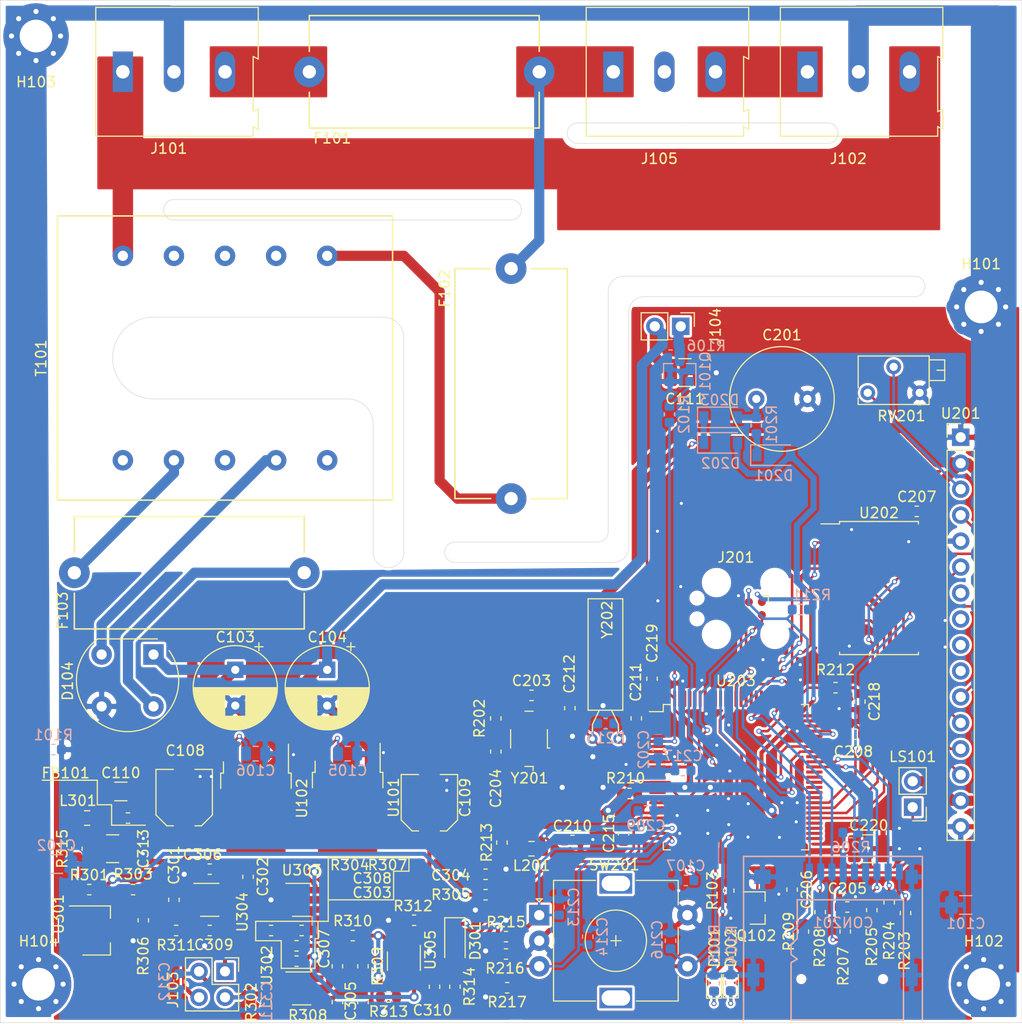
<source format=kicad_pcb>
(kicad_pcb (version 20171130) (host pcbnew 5.1.4)

  (general
    (thickness 1.6)
    (drawings 56)
    (tracks 995)
    (zones 0)
    (modules 124)
    (nets 145)
  )

  (page A4)
  (layers
    (0 F.Cu signal)
    (31 B.Cu signal)
    (32 B.Adhes user)
    (33 F.Adhes user)
    (34 B.Paste user)
    (35 F.Paste user)
    (36 B.SilkS user)
    (37 F.SilkS user)
    (38 B.Mask user)
    (39 F.Mask user)
    (40 Dwgs.User user)
    (41 Cmts.User user)
    (42 Eco1.User user)
    (43 Eco2.User user)
    (44 Edge.Cuts user)
    (45 Margin user)
    (46 B.CrtYd user)
    (47 F.CrtYd user)
    (48 B.Fab user hide)
    (49 F.Fab user hide)
  )

  (setup
    (last_trace_width 0.25)
    (user_trace_width 0.3)
    (user_trace_width 0.4)
    (user_trace_width 0.6)
    (user_trace_width 1)
    (user_trace_width 2)
    (trace_clearance 0.2)
    (zone_clearance 0.25)
    (zone_45_only no)
    (trace_min 0.2)
    (via_size 0.5)
    (via_drill 0.3)
    (via_min_size 0.4)
    (via_min_drill 0.3)
    (user_via 0.9 0.5)
    (uvia_size 0.3)
    (uvia_drill 0.1)
    (uvias_allowed no)
    (uvia_min_size 0.2)
    (uvia_min_drill 0.1)
    (edge_width 0.05)
    (segment_width 0.2)
    (pcb_text_width 0.3)
    (pcb_text_size 1.5 1.5)
    (mod_edge_width 0.12)
    (mod_text_size 1 1)
    (mod_text_width 0.15)
    (pad_size 1.98 3.96)
    (pad_drill 1.32)
    (pad_to_mask_clearance 0.051)
    (solder_mask_min_width 0.25)
    (aux_axis_origin 13 13)
    (grid_origin 13 13)
    (visible_elements FFFFFF7F)
    (pcbplotparams
      (layerselection 0x010fc_ffffffff)
      (usegerberextensions false)
      (usegerberattributes false)
      (usegerberadvancedattributes false)
      (creategerberjobfile false)
      (excludeedgelayer true)
      (linewidth 0.100000)
      (plotframeref false)
      (viasonmask false)
      (mode 1)
      (useauxorigin false)
      (hpglpennumber 1)
      (hpglpenspeed 20)
      (hpglpendiameter 15.000000)
      (psnegative false)
      (psa4output false)
      (plotreference true)
      (plotvalue true)
      (plotinvisibletext false)
      (padsonsilk false)
      (subtractmaskfromsilk false)
      (outputformat 1)
      (mirror false)
      (drillshape 1)
      (scaleselection 1)
      (outputdirectory ""))
  )

  (net 0 "")
  (net 1 Earth)
  (net 2 GND)
  (net 3 +8V)
  (net 4 +3V3)
  (net 5 "Net-(C108-Pad1)")
  (net 6 +5V)
  (net 7 "Net-(C201-Pad1)")
  (net 8 /Controller/VBAT)
  (net 9 "Net-(C203-Pad1)")
  (net 10 "Net-(C204-Pad1)")
  (net 11 "Net-(C206-Pad1)")
  (net 12 "Net-(C208-Pad1)")
  (net 13 "Net-(C209-Pad1)")
  (net 14 "Net-(C211-Pad2)")
  (net 15 "Net-(C212-Pad2)")
  (net 16 /Controller/ENC1)
  (net 17 /Controller/ENC2)
  (net 18 /Controller/VREF)
  (net 19 /Controller/SW1)
  (net 20 "Net-(C301-Pad1)")
  (net 21 +5VA)
  (net 22 "Net-(C305-Pad1)")
  (net 23 "Net-(C305-Pad2)")
  (net 24 "Net-(C307-Pad2)")
  (net 25 "Net-(C308-Pad1)")
  (net 26 /Frontend/FORCE-)
  (net 27 /Frontend/FORCE+)
  (net 28 /Frontend/SENS+)
  (net 29 /Frontend/SENS-)
  (net 30 /Controller/CARD_DETECT)
  (net 31 /Controller/SDIO_D1)
  (net 32 /Controller/SDIO_D0)
  (net 33 /Controller/SDIO_CLK)
  (net 34 /Controller/SDIO_CMD)
  (net 35 /Controller/SDIO_D3)
  (net 36 /Controller/SDIO_D2)
  (net 37 "Net-(D101-Pad1)")
  (net 38 /Controller/OUT2)
  (net 39 /Controller/OUT3)
  (net 40 "Net-(D102-Pad1)")
  (net 41 /Controller/OUT4)
  (net 42 "Net-(D104-Pad4)")
  (net 43 "Net-(D104-Pad2)")
  (net 44 "Net-(D201-Pad1)")
  (net 45 /Controller/TEMP_IN)
  (net 46 /L_fused)
  (net 47 /Controller/SWDIO)
  (net 48 /Controller/SWCLK)
  (net 49 "Net-(J201-Pad5)")
  (net 50 "Net-(J201-Pad6)")
  (net 51 /Controller/PC_RX)
  (net 52 "Net-(J201-Pad8)")
  (net 53 /Controller/PC_TX)
  (net 54 /Controller/~RST)
  (net 55 "Net-(L201-Pad2)")
  (net 56 "Net-(L301-Pad2)")
  (net 57 "Net-(LS101-Pad1)")
  (net 58 "Net-(Q101-Pad1)")
  (net 59 "Net-(Q102-Pad1)")
  (net 60 /Controller/OUT0)
  (net 61 /Controller/OUT1)
  (net 62 "Net-(R301-Pad2)")
  (net 63 "Net-(R309-Pad1)")
  (net 64 "Net-(R310-Pad2)")
  (net 65 "Net-(R313-Pad1)")
  (net 66 /Controller/LCD_VO)
  (net 67 "Net-(U201-Pad4)")
  (net 68 "Net-(U201-Pad6)")
  (net 69 "Net-(U201-Pad7)")
  (net 70 "Net-(U201-Pad8)")
  (net 71 "Net-(U201-Pad9)")
  (net 72 "Net-(U201-Pad10)")
  (net 73 "Net-(U201-Pad11)")
  (net 74 "Net-(U201-Pad12)")
  (net 75 "Net-(U201-Pad13)")
  (net 76 "Net-(U201-Pad14)")
  (net 77 "Net-(U202-Pad2)")
  (net 78 "Net-(U202-Pad4)")
  (net 79 "Net-(U202-Pad6)")
  (net 80 "Net-(U202-Pad7)")
  (net 81 "Net-(U202-Pad8)")
  (net 82 "Net-(U202-Pad9)")
  (net 83 "Net-(U202-Pad15)")
  (net 84 "Net-(U202-Pad17)")
  (net 85 "Net-(U203-Pad1)")
  (net 86 "Net-(U203-Pad2)")
  (net 87 "Net-(U203-Pad3)")
  (net 88 "Net-(U203-Pad4)")
  (net 89 "Net-(U203-Pad5)")
  (net 90 "Net-(U203-Pad7)")
  (net 91 "Net-(U203-Pad15)")
  (net 92 "Net-(U203-Pad16)")
  (net 93 "Net-(U203-Pad17)")
  (net 94 "Net-(U203-Pad18)")
  (net 95 "Net-(U203-Pad26)")
  (net 96 "Net-(U203-Pad29)")
  (net 97 "Net-(U203-Pad30)")
  (net 98 "Net-(U203-Pad31)")
  (net 99 "Net-(U203-Pad32)")
  (net 100 "Net-(U203-Pad33)")
  (net 101 "Net-(U203-Pad38)")
  (net 102 "Net-(U203-Pad39)")
  (net 103 "Net-(U203-Pad40)")
  (net 104 "Net-(U203-Pad41)")
  (net 105 "Net-(U203-Pad42)")
  (net 106 "Net-(U203-Pad43)")
  (net 107 "Net-(U203-Pad44)")
  (net 108 "Net-(U203-Pad45)")
  (net 109 "Net-(U203-Pad46)")
  (net 110 "Net-(U203-Pad47)")
  (net 111 "Net-(U203-Pad48)")
  (net 112 "Net-(U203-Pad51)")
  (net 113 "Net-(U203-Pad52)")
  (net 114 "Net-(U203-Pad53)")
  (net 115 "Net-(U203-Pad54)")
  (net 116 "Net-(U203-Pad59)")
  (net 117 "Net-(U203-Pad60)")
  (net 118 "Net-(U203-Pad61)")
  (net 119 "Net-(U203-Pad62)")
  (net 120 "Net-(U203-Pad63)")
  (net 121 "Net-(U203-Pad64)")
  (net 122 "Net-(U203-Pad67)")
  (net 123 "Net-(U203-Pad70)")
  (net 124 "Net-(U203-Pad71)")
  (net 125 "Net-(U203-Pad77)")
  (net 126 "Net-(U203-Pad81)")
  (net 127 "Net-(U203-Pad82)")
  (net 128 "Net-(U203-Pad84)")
  (net 129 "Net-(U203-Pad85)")
  (net 130 "Net-(U203-Pad86)")
  (net 131 /Controller/OUT5)
  (net 132 /Controller/OUT6)
  (net 133 /Controller/OUT7)
  (net 134 "Net-(U203-Pad95)")
  (net 135 "Net-(U203-Pad96)")
  (net 136 "Net-(U203-Pad97)")
  (net 137 "Net-(U203-Pad98)")
  (net 138 "Net-(F103-Pad2)")
  (net 139 /L_IN)
  (net 140 /L_Trafo)
  (net 141 /L_OUT)
  (net 142 /N_IN)
  (net 143 "Net-(J104-Pad1)")
  (net 144 "Net-(J105-Pad2)")

  (net_class Default "This is the default net class."
    (clearance 0.2)
    (trace_width 0.25)
    (via_dia 0.5)
    (via_drill 0.3)
    (uvia_dia 0.3)
    (uvia_drill 0.1)
    (add_net +3V3)
    (add_net +5V)
    (add_net +5VA)
    (add_net +8V)
    (add_net /Controller/CARD_DETECT)
    (add_net /Controller/ENC1)
    (add_net /Controller/ENC2)
    (add_net /Controller/LCD_VO)
    (add_net /Controller/OUT0)
    (add_net /Controller/OUT1)
    (add_net /Controller/OUT2)
    (add_net /Controller/OUT3)
    (add_net /Controller/OUT4)
    (add_net /Controller/OUT5)
    (add_net /Controller/OUT6)
    (add_net /Controller/OUT7)
    (add_net /Controller/PC_RX)
    (add_net /Controller/PC_TX)
    (add_net /Controller/SDIO_CLK)
    (add_net /Controller/SDIO_CMD)
    (add_net /Controller/SDIO_D0)
    (add_net /Controller/SDIO_D1)
    (add_net /Controller/SDIO_D2)
    (add_net /Controller/SDIO_D3)
    (add_net /Controller/SW1)
    (add_net /Controller/SWCLK)
    (add_net /Controller/SWDIO)
    (add_net /Controller/TEMP_IN)
    (add_net /Controller/VBAT)
    (add_net /Controller/VREF)
    (add_net /Controller/~RST)
    (add_net /Frontend/FORCE+)
    (add_net /Frontend/FORCE-)
    (add_net /Frontend/SENS+)
    (add_net /Frontend/SENS-)
    (add_net Earth)
    (add_net GND)
    (add_net "Net-(C108-Pad1)")
    (add_net "Net-(C201-Pad1)")
    (add_net "Net-(C203-Pad1)")
    (add_net "Net-(C204-Pad1)")
    (add_net "Net-(C206-Pad1)")
    (add_net "Net-(C208-Pad1)")
    (add_net "Net-(C209-Pad1)")
    (add_net "Net-(C211-Pad2)")
    (add_net "Net-(C212-Pad2)")
    (add_net "Net-(C301-Pad1)")
    (add_net "Net-(C305-Pad1)")
    (add_net "Net-(C305-Pad2)")
    (add_net "Net-(C307-Pad2)")
    (add_net "Net-(C308-Pad1)")
    (add_net "Net-(D101-Pad1)")
    (add_net "Net-(D102-Pad1)")
    (add_net "Net-(D104-Pad2)")
    (add_net "Net-(D104-Pad4)")
    (add_net "Net-(D201-Pad1)")
    (add_net "Net-(F103-Pad2)")
    (add_net "Net-(J104-Pad1)")
    (add_net "Net-(J105-Pad2)")
    (add_net "Net-(J201-Pad5)")
    (add_net "Net-(J201-Pad6)")
    (add_net "Net-(J201-Pad8)")
    (add_net "Net-(L201-Pad2)")
    (add_net "Net-(L301-Pad2)")
    (add_net "Net-(LS101-Pad1)")
    (add_net "Net-(Q101-Pad1)")
    (add_net "Net-(Q102-Pad1)")
    (add_net "Net-(R301-Pad2)")
    (add_net "Net-(R309-Pad1)")
    (add_net "Net-(R310-Pad2)")
    (add_net "Net-(R313-Pad1)")
    (add_net "Net-(U201-Pad10)")
    (add_net "Net-(U201-Pad11)")
    (add_net "Net-(U201-Pad12)")
    (add_net "Net-(U201-Pad13)")
    (add_net "Net-(U201-Pad14)")
    (add_net "Net-(U201-Pad4)")
    (add_net "Net-(U201-Pad6)")
    (add_net "Net-(U201-Pad7)")
    (add_net "Net-(U201-Pad8)")
    (add_net "Net-(U201-Pad9)")
    (add_net "Net-(U202-Pad15)")
    (add_net "Net-(U202-Pad17)")
    (add_net "Net-(U202-Pad2)")
    (add_net "Net-(U202-Pad4)")
    (add_net "Net-(U202-Pad6)")
    (add_net "Net-(U202-Pad7)")
    (add_net "Net-(U202-Pad8)")
    (add_net "Net-(U202-Pad9)")
    (add_net "Net-(U203-Pad1)")
    (add_net "Net-(U203-Pad15)")
    (add_net "Net-(U203-Pad16)")
    (add_net "Net-(U203-Pad17)")
    (add_net "Net-(U203-Pad18)")
    (add_net "Net-(U203-Pad2)")
    (add_net "Net-(U203-Pad26)")
    (add_net "Net-(U203-Pad29)")
    (add_net "Net-(U203-Pad3)")
    (add_net "Net-(U203-Pad30)")
    (add_net "Net-(U203-Pad31)")
    (add_net "Net-(U203-Pad32)")
    (add_net "Net-(U203-Pad33)")
    (add_net "Net-(U203-Pad38)")
    (add_net "Net-(U203-Pad39)")
    (add_net "Net-(U203-Pad4)")
    (add_net "Net-(U203-Pad40)")
    (add_net "Net-(U203-Pad41)")
    (add_net "Net-(U203-Pad42)")
    (add_net "Net-(U203-Pad43)")
    (add_net "Net-(U203-Pad44)")
    (add_net "Net-(U203-Pad45)")
    (add_net "Net-(U203-Pad46)")
    (add_net "Net-(U203-Pad47)")
    (add_net "Net-(U203-Pad48)")
    (add_net "Net-(U203-Pad5)")
    (add_net "Net-(U203-Pad51)")
    (add_net "Net-(U203-Pad52)")
    (add_net "Net-(U203-Pad53)")
    (add_net "Net-(U203-Pad54)")
    (add_net "Net-(U203-Pad59)")
    (add_net "Net-(U203-Pad60)")
    (add_net "Net-(U203-Pad61)")
    (add_net "Net-(U203-Pad62)")
    (add_net "Net-(U203-Pad63)")
    (add_net "Net-(U203-Pad64)")
    (add_net "Net-(U203-Pad67)")
    (add_net "Net-(U203-Pad7)")
    (add_net "Net-(U203-Pad70)")
    (add_net "Net-(U203-Pad71)")
    (add_net "Net-(U203-Pad77)")
    (add_net "Net-(U203-Pad81)")
    (add_net "Net-(U203-Pad82)")
    (add_net "Net-(U203-Pad84)")
    (add_net "Net-(U203-Pad85)")
    (add_net "Net-(U203-Pad86)")
    (add_net "Net-(U203-Pad95)")
    (add_net "Net-(U203-Pad96)")
    (add_net "Net-(U203-Pad97)")
    (add_net "Net-(U203-Pad98)")
  )

  (net_class HV ""
    (clearance 2)
    (trace_width 1)
    (via_dia 0.5)
    (via_drill 0.3)
    (uvia_dia 0.3)
    (uvia_drill 0.1)
    (add_net /L_IN)
    (add_net /L_OUT)
    (add_net /L_Trafo)
    (add_net /L_fused)
    (add_net /N_IN)
  )

  (module TerminalBlock:TerminalBlock_Altech_AK300-3_P5.00mm (layer F.Cu) (tedit 5D6FEE12) (tstamp 5D6FD36E)
    (at 92 20)
    (descr "Altech AK300 terminal block, pitch 5.0mm, 45 degree angled, see http://www.mouser.com/ds/2/16/PCBMETRC-24178.pdf")
    (tags "Altech AK300 terminal block pitch 5.0mm")
    (path /5D6DE159)
    (fp_text reference J102 (at 4 8.5) (layer F.SilkS)
      (effects (font (size 1 1) (thickness 0.15)))
    )
    (fp_text value "230VAC OUT" (at 4.95 7.3) (layer F.Fab)
      (effects (font (size 1 1) (thickness 0.15)))
    )
    (fp_arc (start -1.16 -4.66) (end -1.44 -4.14) (angle 104.2) (layer F.Fab) (width 0.1))
    (fp_arc (start -0.04 -3.72) (end -1.64 -5.01) (angle 100) (layer F.Fab) (width 0.1))
    (fp_arc (start 0.04 -6.08) (end 1.5 -4.13) (angle 75.5) (layer F.Fab) (width 0.1))
    (fp_arc (start 1 -4.6) (end 1.51 -5.06) (angle 90.5) (layer F.Fab) (width 0.1))
    (fp_arc (start 3.85 -4.66) (end 3.56 -4.14) (angle 104.2) (layer F.Fab) (width 0.1))
    (fp_arc (start 4.96 -3.72) (end 3.36 -5.01) (angle 100) (layer F.Fab) (width 0.1))
    (fp_arc (start 5.04 -6.08) (end 6.5 -4.13) (angle 75.5) (layer F.Fab) (width 0.1))
    (fp_arc (start 6.01 -4.6) (end 6.51 -5.06) (angle 90.5) (layer F.Fab) (width 0.1))
    (fp_arc (start 11.09 -4.6) (end 11.59 -5.06) (angle 90.5) (layer F.Fab) (width 0.1))
    (fp_arc (start 10.12 -6.08) (end 11.58 -4.13) (angle 75.5) (layer F.Fab) (width 0.1))
    (fp_arc (start 10.04 -3.72) (end 8.44 -5.01) (angle 100) (layer F.Fab) (width 0.1))
    (fp_arc (start 8.93 -4.66) (end 8.64 -4.14) (angle 104.2) (layer F.Fab) (width 0.1))
    (fp_line (start 13.42 6.46) (end -2.83 6.46) (layer F.CrtYd) (width 0.05))
    (fp_line (start 13.42 6.46) (end 13.42 -6.48) (layer F.CrtYd) (width 0.05))
    (fp_line (start -2.83 -6.48) (end -2.83 6.46) (layer F.CrtYd) (width 0.05))
    (fp_line (start -2.83 -6.48) (end 13.42 -6.48) (layer F.CrtYd) (width 0.05))
    (fp_line (start 3.34 -0.26) (end 6.64 -0.26) (layer F.Fab) (width 0.1))
    (fp_line (start 2.96 -0.26) (end 3.34 -0.26) (layer F.Fab) (width 0.1))
    (fp_line (start 7.02 -0.26) (end 6.64 -0.26) (layer F.Fab) (width 0.1))
    (fp_line (start 1.64 -0.26) (end -1.67 -0.26) (layer F.Fab) (width 0.1))
    (fp_line (start 2.02 -0.26) (end 1.64 -0.26) (layer F.Fab) (width 0.1))
    (fp_line (start -2.05 -0.26) (end -1.67 -0.26) (layer F.Fab) (width 0.1))
    (fp_line (start -1.51 -4.33) (end 1.53 -4.96) (layer F.Fab) (width 0.1))
    (fp_line (start -1.64 -4.46) (end 1.41 -5.09) (layer F.Fab) (width 0.1))
    (fp_line (start 3.49 -4.33) (end 6.54 -4.96) (layer F.Fab) (width 0.1))
    (fp_line (start 3.36 -4.46) (end 6.41 -5.09) (layer F.Fab) (width 0.1))
    (fp_line (start 2.02 -5.98) (end -2.05 -5.98) (layer F.Fab) (width 0.1))
    (fp_line (start -2.05 -3.44) (end -2.05 -5.98) (layer F.Fab) (width 0.1))
    (fp_line (start 2.02 -3.44) (end -2.05 -3.44) (layer F.Fab) (width 0.1))
    (fp_line (start 2.02 -3.44) (end 2.02 -5.98) (layer F.Fab) (width 0.1))
    (fp_line (start 7.02 -3.44) (end 2.96 -3.44) (layer F.Fab) (width 0.1))
    (fp_line (start 7.02 -5.98) (end 7.02 -3.44) (layer F.Fab) (width 0.1))
    (fp_line (start 2.96 -5.98) (end 7.02 -5.98) (layer F.Fab) (width 0.1))
    (fp_line (start 2.96 -3.44) (end 2.96 -5.98) (layer F.Fab) (width 0.1))
    (fp_line (start -2.58 -3.19) (end -2.58 -6.23) (layer F.Fab) (width 0.1))
    (fp_line (start -2.58 -3.19) (end 7.58 -3.19) (layer F.Fab) (width 0.1))
    (fp_line (start -2.58 -0.65) (end -2.58 -3.19) (layer F.Fab) (width 0.1))
    (fp_line (start -2.58 6.21) (end -2.58 -0.65) (layer F.Fab) (width 0.1))
    (fp_line (start 6.64 0.5) (end 6.26 0.5) (layer F.Fab) (width 0.1))
    (fp_line (start 3.34 0.5) (end 3.72 0.5) (layer F.Fab) (width 0.1))
    (fp_line (start 1.64 0.5) (end 1.26 0.5) (layer F.Fab) (width 0.1))
    (fp_line (start -1.67 0.5) (end -1.28 0.5) (layer F.Fab) (width 0.1))
    (fp_line (start -1.67 3.67) (end -1.67 0.5) (layer F.Fab) (width 0.1))
    (fp_line (start 1.64 3.67) (end -1.67 3.67) (layer F.Fab) (width 0.1))
    (fp_line (start 1.64 3.67) (end 1.64 0.5) (layer F.Fab) (width 0.1))
    (fp_line (start 3.34 3.67) (end 3.34 0.5) (layer F.Fab) (width 0.1))
    (fp_line (start 6.64 3.67) (end 3.34 3.67) (layer F.Fab) (width 0.1))
    (fp_line (start 6.64 3.67) (end 6.64 0.5) (layer F.Fab) (width 0.1))
    (fp_line (start -2.05 4.31) (end -2.05 6.21) (layer F.Fab) (width 0.1))
    (fp_line (start 2.02 4.31) (end 2.02 -0.26) (layer F.Fab) (width 0.1))
    (fp_line (start 2.02 4.31) (end -2.05 4.31) (layer F.Fab) (width 0.1))
    (fp_line (start 7.02 4.31) (end 7.02 6.21) (layer F.Fab) (width 0.1))
    (fp_line (start 2.96 4.31) (end 2.96 -0.26) (layer F.Fab) (width 0.1))
    (fp_line (start 2.96 4.31) (end 7.02 4.31) (layer F.Fab) (width 0.1))
    (fp_line (start -2.05 6.21) (end 2.02 6.21) (layer F.Fab) (width 0.1))
    (fp_line (start -2.58 6.21) (end -2.05 6.21) (layer F.Fab) (width 0.1))
    (fp_line (start -2.05 -0.26) (end -2.05 4.31) (layer F.Fab) (width 0.1))
    (fp_line (start 2.02 6.21) (end 2.96 6.21) (layer F.Fab) (width 0.1))
    (fp_line (start 2.02 6.21) (end 2.02 4.31) (layer F.Fab) (width 0.1))
    (fp_line (start 7.02 6.21) (end 7.58 6.21) (layer F.Fab) (width 0.1))
    (fp_line (start 2.96 6.21) (end 7.02 6.21) (layer F.Fab) (width 0.1))
    (fp_line (start 7.02 -0.26) (end 7.02 4.31) (layer F.Fab) (width 0.1))
    (fp_line (start 2.96 6.21) (end 2.96 4.31) (layer F.Fab) (width 0.1))
    (fp_line (start 8.02 4.05) (end 8.02 5.2) (layer F.Fab) (width 0.1))
    (fp_line (start 8.02 5.2) (end 8.02 6.21) (layer F.Fab) (width 0.1))
    (fp_line (start 3.72 2.53) (end 3.72 -0.26) (layer F.Fab) (width 0.1))
    (fp_line (start 3.72 -0.26) (end 6.26 -0.26) (layer F.Fab) (width 0.1))
    (fp_line (start 6.26 2.53) (end 6.26 -0.26) (layer F.Fab) (width 0.1))
    (fp_line (start 3.72 2.53) (end 6.26 2.53) (layer F.Fab) (width 0.1))
    (fp_line (start -1.28 2.53) (end -1.28 -0.26) (layer F.Fab) (width 0.1))
    (fp_line (start -1.28 -0.26) (end 1.26 -0.26) (layer F.Fab) (width 0.1))
    (fp_line (start 1.26 2.53) (end 1.26 -0.26) (layer F.Fab) (width 0.1))
    (fp_line (start -1.28 2.53) (end 1.26 2.53) (layer F.Fab) (width 0.1))
    (fp_line (start 8.8 2.53) (end 11.34 2.53) (layer F.Fab) (width 0.1))
    (fp_line (start 11.34 2.53) (end 11.34 -0.26) (layer F.Fab) (width 0.1))
    (fp_line (start 8.8 -0.26) (end 11.34 -0.26) (layer F.Fab) (width 0.1))
    (fp_line (start 8.8 2.53) (end 8.8 -0.26) (layer F.Fab) (width 0.1))
    (fp_line (start 12.66 -6.23) (end 12.66 -3.19) (layer F.Fab) (width 0.1))
    (fp_line (start 12.66 -6.23) (end 13.17 -6.23) (layer F.Fab) (width 0.1))
    (fp_line (start 13.17 -6.23) (end 13.17 -1.41) (layer F.Fab) (width 0.1))
    (fp_line (start 13.17 -1.41) (end 12.66 -1.66) (layer F.Fab) (width 0.1))
    (fp_line (start 13.17 5.45) (end 12.66 5.2) (layer F.Fab) (width 0.1))
    (fp_line (start 12.66 5.2) (end 12.66 6.21) (layer F.Fab) (width 0.1))
    (fp_line (start 13.17 3.8) (end 12.66 4.05) (layer F.Fab) (width 0.1))
    (fp_line (start 12.66 4.05) (end 12.66 5.2) (layer F.Fab) (width 0.1))
    (fp_line (start 13.17 3.8) (end 13.17 5.45) (layer F.Fab) (width 0.1))
    (fp_line (start 8.04 6.21) (end 8.04 4.31) (layer F.Fab) (width 0.1))
    (fp_line (start 12.1 -0.26) (end 12.1 4.31) (layer F.Fab) (width 0.1))
    (fp_line (start 12.1 6.21) (end 12.66 6.21) (layer F.Fab) (width 0.1))
    (fp_line (start 8.04 4.31) (end 12.1 4.31) (layer F.Fab) (width 0.1))
    (fp_line (start 12.1 4.31) (end 12.1 6.21) (layer F.Fab) (width 0.1))
    (fp_line (start 11.72 3.67) (end 11.72 0.5) (layer F.Fab) (width 0.1))
    (fp_line (start 11.72 3.67) (end 8.42 3.67) (layer F.Fab) (width 0.1))
    (fp_line (start 8.42 3.67) (end 8.42 0.5) (layer F.Fab) (width 0.1))
    (fp_line (start 8.42 0.5) (end 8.8 0.5) (layer F.Fab) (width 0.1))
    (fp_line (start 11.72 0.5) (end 11.34 0.5) (layer F.Fab) (width 0.1))
    (fp_line (start 12.66 -1.66) (end 12.66 -0.65) (layer F.Fab) (width 0.1))
    (fp_line (start 12.66 -0.65) (end 12.66 4.05) (layer F.Fab) (width 0.1))
    (fp_line (start 12.66 -3.19) (end 12.66 -1.66) (layer F.Fab) (width 0.1))
    (fp_line (start 8.04 -3.44) (end 8.04 -5.98) (layer F.Fab) (width 0.1))
    (fp_line (start 8.04 -5.98) (end 12.1 -5.98) (layer F.Fab) (width 0.1))
    (fp_line (start 12.1 -5.98) (end 12.1 -3.44) (layer F.Fab) (width 0.1))
    (fp_line (start 12.1 -3.44) (end 8.04 -3.44) (layer F.Fab) (width 0.1))
    (fp_line (start 8.44 -4.46) (end 11.49 -5.09) (layer F.Fab) (width 0.1))
    (fp_line (start 8.57 -4.33) (end 11.62 -4.96) (layer F.Fab) (width 0.1))
    (fp_line (start 12.1 -0.26) (end 11.72 -0.26) (layer F.Fab) (width 0.1))
    (fp_line (start 8.04 -0.26) (end 8.42 -0.26) (layer F.Fab) (width 0.1))
    (fp_line (start 8.42 -0.26) (end 11.72 -0.26) (layer F.Fab) (width 0.1))
    (fp_line (start -2.58 -6.23) (end 12.66 -6.23) (layer F.Fab) (width 0.1))
    (fp_line (start 7.58 -3.19) (end 12.6 -3.19) (layer F.Fab) (width 0.1))
    (fp_line (start 12.09 6.21) (end 7.58 6.21) (layer F.Fab) (width 0.1))
    (fp_line (start 8.02 3.99) (end 8.02 -0.26) (layer F.Fab) (width 0.1))
    (fp_line (start 12.66 -0.65) (end -2.52 -0.65) (layer F.Fab) (width 0.1))
    (fp_line (start 13.25 -6.3) (end -2.65 -6.3) (layer F.SilkS) (width 0.12))
    (fp_line (start 13.25 -1.25) (end 13.25 -6.3) (layer F.SilkS) (width 0.12))
    (fp_line (start 12.75 -1.5) (end 13.25 -1.25) (layer F.SilkS) (width 0.12))
    (fp_line (start 12.75 3.9) (end 12.75 -1.5) (layer F.SilkS) (width 0.12))
    (fp_line (start 13.25 3.65) (end 12.75 3.9) (layer F.SilkS) (width 0.12))
    (fp_line (start 13.25 5.65) (end 13.25 3.65) (layer F.SilkS) (width 0.12))
    (fp_line (start 12.75 5.35) (end 13.25 5.65) (layer F.SilkS) (width 0.12))
    (fp_line (start 12.75 6.3) (end 12.75 5.35) (layer F.SilkS) (width 0.12))
    (fp_line (start -2.65 6.3) (end 12.75 6.3) (layer F.SilkS) (width 0.12))
    (fp_line (start -2.65 -6.3) (end -2.65 6.3) (layer F.SilkS) (width 0.12))
    (fp_text user %R (at 5 -2) (layer F.Fab)
      (effects (font (size 1 1) (thickness 0.15)))
    )
    (pad 3 thru_hole oval (at 10 0) (size 1.98 3.96) (drill 1.32) (layers *.Cu *.Mask)
      (net 142 /N_IN) (zone_connect 2))
    (pad 2 thru_hole oval (at 5 0) (size 1.98 3.96) (drill 1.32) (layers *.Cu *.Mask)
      (net 1 Earth))
    (pad 1 thru_hole rect (at 0 0) (size 1.98 3.96) (drill 1.32) (layers *.Cu *.Mask)
      (net 141 /L_OUT) (zone_connect 2))
    (model ${KISYS3DMOD}/TerminalBlock.3dshapes/TerminalBlock_Altech_AK300-3_P5.00mm.wrl
      (at (xyz 0 0 0))
      (scale (xyz 1 1 1))
      (rotate (xyz 0 0 0))
    )
  )

  (module TerminalBlock:TerminalBlock_Altech_AK300-3_P5.00mm (layer F.Cu) (tedit 5D6FF291) (tstamp 5D70A3B4)
    (at 25 20)
    (descr "Altech AK300 terminal block, pitch 5.0mm, 45 degree angled, see http://www.mouser.com/ds/2/16/PCBMETRC-24178.pdf")
    (tags "Altech AK300 terminal block pitch 5.0mm")
    (path /5D6DCF6A)
    (fp_text reference J101 (at 4.5 7.5) (layer F.SilkS)
      (effects (font (size 1 1) (thickness 0.15)))
    )
    (fp_text value "230VAC IN" (at 4.95 7.3) (layer F.Fab)
      (effects (font (size 1 1) (thickness 0.15)))
    )
    (fp_arc (start -1.16 -4.66) (end -1.44 -4.14) (angle 104.2) (layer F.Fab) (width 0.1))
    (fp_arc (start -0.04 -3.72) (end -1.64 -5.01) (angle 100) (layer F.Fab) (width 0.1))
    (fp_arc (start 0.04 -6.08) (end 1.5 -4.13) (angle 75.5) (layer F.Fab) (width 0.1))
    (fp_arc (start 1 -4.6) (end 1.51 -5.06) (angle 90.5) (layer F.Fab) (width 0.1))
    (fp_arc (start 3.85 -4.66) (end 3.56 -4.14) (angle 104.2) (layer F.Fab) (width 0.1))
    (fp_arc (start 4.96 -3.72) (end 3.36 -5.01) (angle 100) (layer F.Fab) (width 0.1))
    (fp_arc (start 5.04 -6.08) (end 6.5 -4.13) (angle 75.5) (layer F.Fab) (width 0.1))
    (fp_arc (start 6.01 -4.6) (end 6.51 -5.06) (angle 90.5) (layer F.Fab) (width 0.1))
    (fp_arc (start 11.09 -4.6) (end 11.59 -5.06) (angle 90.5) (layer F.Fab) (width 0.1))
    (fp_arc (start 10.12 -6.08) (end 11.58 -4.13) (angle 75.5) (layer F.Fab) (width 0.1))
    (fp_arc (start 10.04 -3.72) (end 8.44 -5.01) (angle 100) (layer F.Fab) (width 0.1))
    (fp_arc (start 8.93 -4.66) (end 8.64 -4.14) (angle 104.2) (layer F.Fab) (width 0.1))
    (fp_line (start 13.42 6.46) (end -2.83 6.46) (layer F.CrtYd) (width 0.05))
    (fp_line (start 13.42 6.46) (end 13.42 -6.48) (layer F.CrtYd) (width 0.05))
    (fp_line (start -2.83 -6.48) (end -2.83 6.46) (layer F.CrtYd) (width 0.05))
    (fp_line (start -2.83 -6.48) (end 13.42 -6.48) (layer F.CrtYd) (width 0.05))
    (fp_line (start 3.34 -0.26) (end 6.64 -0.26) (layer F.Fab) (width 0.1))
    (fp_line (start 2.96 -0.26) (end 3.34 -0.26) (layer F.Fab) (width 0.1))
    (fp_line (start 7.02 -0.26) (end 6.64 -0.26) (layer F.Fab) (width 0.1))
    (fp_line (start 1.64 -0.26) (end -1.67 -0.26) (layer F.Fab) (width 0.1))
    (fp_line (start 2.02 -0.26) (end 1.64 -0.26) (layer F.Fab) (width 0.1))
    (fp_line (start -2.05 -0.26) (end -1.67 -0.26) (layer F.Fab) (width 0.1))
    (fp_line (start -1.51 -4.33) (end 1.53 -4.96) (layer F.Fab) (width 0.1))
    (fp_line (start -1.64 -4.46) (end 1.41 -5.09) (layer F.Fab) (width 0.1))
    (fp_line (start 3.49 -4.33) (end 6.54 -4.96) (layer F.Fab) (width 0.1))
    (fp_line (start 3.36 -4.46) (end 6.41 -5.09) (layer F.Fab) (width 0.1))
    (fp_line (start 2.02 -5.98) (end -2.05 -5.98) (layer F.Fab) (width 0.1))
    (fp_line (start -2.05 -3.44) (end -2.05 -5.98) (layer F.Fab) (width 0.1))
    (fp_line (start 2.02 -3.44) (end -2.05 -3.44) (layer F.Fab) (width 0.1))
    (fp_line (start 2.02 -3.44) (end 2.02 -5.98) (layer F.Fab) (width 0.1))
    (fp_line (start 7.02 -3.44) (end 2.96 -3.44) (layer F.Fab) (width 0.1))
    (fp_line (start 7.02 -5.98) (end 7.02 -3.44) (layer F.Fab) (width 0.1))
    (fp_line (start 2.96 -5.98) (end 7.02 -5.98) (layer F.Fab) (width 0.1))
    (fp_line (start 2.96 -3.44) (end 2.96 -5.98) (layer F.Fab) (width 0.1))
    (fp_line (start -2.58 -3.19) (end -2.58 -6.23) (layer F.Fab) (width 0.1))
    (fp_line (start -2.58 -3.19) (end 7.58 -3.19) (layer F.Fab) (width 0.1))
    (fp_line (start -2.58 -0.65) (end -2.58 -3.19) (layer F.Fab) (width 0.1))
    (fp_line (start -2.58 6.21) (end -2.58 -0.65) (layer F.Fab) (width 0.1))
    (fp_line (start 6.64 0.5) (end 6.26 0.5) (layer F.Fab) (width 0.1))
    (fp_line (start 3.34 0.5) (end 3.72 0.5) (layer F.Fab) (width 0.1))
    (fp_line (start 1.64 0.5) (end 1.26 0.5) (layer F.Fab) (width 0.1))
    (fp_line (start -1.67 0.5) (end -1.28 0.5) (layer F.Fab) (width 0.1))
    (fp_line (start -1.67 3.67) (end -1.67 0.5) (layer F.Fab) (width 0.1))
    (fp_line (start 1.64 3.67) (end -1.67 3.67) (layer F.Fab) (width 0.1))
    (fp_line (start 1.64 3.67) (end 1.64 0.5) (layer F.Fab) (width 0.1))
    (fp_line (start 3.34 3.67) (end 3.34 0.5) (layer F.Fab) (width 0.1))
    (fp_line (start 6.64 3.67) (end 3.34 3.67) (layer F.Fab) (width 0.1))
    (fp_line (start 6.64 3.67) (end 6.64 0.5) (layer F.Fab) (width 0.1))
    (fp_line (start -2.05 4.31) (end -2.05 6.21) (layer F.Fab) (width 0.1))
    (fp_line (start 2.02 4.31) (end 2.02 -0.26) (layer F.Fab) (width 0.1))
    (fp_line (start 2.02 4.31) (end -2.05 4.31) (layer F.Fab) (width 0.1))
    (fp_line (start 7.02 4.31) (end 7.02 6.21) (layer F.Fab) (width 0.1))
    (fp_line (start 2.96 4.31) (end 2.96 -0.26) (layer F.Fab) (width 0.1))
    (fp_line (start 2.96 4.31) (end 7.02 4.31) (layer F.Fab) (width 0.1))
    (fp_line (start -2.05 6.21) (end 2.02 6.21) (layer F.Fab) (width 0.1))
    (fp_line (start -2.58 6.21) (end -2.05 6.21) (layer F.Fab) (width 0.1))
    (fp_line (start -2.05 -0.26) (end -2.05 4.31) (layer F.Fab) (width 0.1))
    (fp_line (start 2.02 6.21) (end 2.96 6.21) (layer F.Fab) (width 0.1))
    (fp_line (start 2.02 6.21) (end 2.02 4.31) (layer F.Fab) (width 0.1))
    (fp_line (start 7.02 6.21) (end 7.58 6.21) (layer F.Fab) (width 0.1))
    (fp_line (start 2.96 6.21) (end 7.02 6.21) (layer F.Fab) (width 0.1))
    (fp_line (start 7.02 -0.26) (end 7.02 4.31) (layer F.Fab) (width 0.1))
    (fp_line (start 2.96 6.21) (end 2.96 4.31) (layer F.Fab) (width 0.1))
    (fp_line (start 8.02 4.05) (end 8.02 5.2) (layer F.Fab) (width 0.1))
    (fp_line (start 8.02 5.2) (end 8.02 6.21) (layer F.Fab) (width 0.1))
    (fp_line (start 3.72 2.53) (end 3.72 -0.26) (layer F.Fab) (width 0.1))
    (fp_line (start 3.72 -0.26) (end 6.26 -0.26) (layer F.Fab) (width 0.1))
    (fp_line (start 6.26 2.53) (end 6.26 -0.26) (layer F.Fab) (width 0.1))
    (fp_line (start 3.72 2.53) (end 6.26 2.53) (layer F.Fab) (width 0.1))
    (fp_line (start -1.28 2.53) (end -1.28 -0.26) (layer F.Fab) (width 0.1))
    (fp_line (start -1.28 -0.26) (end 1.26 -0.26) (layer F.Fab) (width 0.1))
    (fp_line (start 1.26 2.53) (end 1.26 -0.26) (layer F.Fab) (width 0.1))
    (fp_line (start -1.28 2.53) (end 1.26 2.53) (layer F.Fab) (width 0.1))
    (fp_line (start 8.8 2.53) (end 11.34 2.53) (layer F.Fab) (width 0.1))
    (fp_line (start 11.34 2.53) (end 11.34 -0.26) (layer F.Fab) (width 0.1))
    (fp_line (start 8.8 -0.26) (end 11.34 -0.26) (layer F.Fab) (width 0.1))
    (fp_line (start 8.8 2.53) (end 8.8 -0.26) (layer F.Fab) (width 0.1))
    (fp_line (start 12.66 -6.23) (end 12.66 -3.19) (layer F.Fab) (width 0.1))
    (fp_line (start 12.66 -6.23) (end 13.17 -6.23) (layer F.Fab) (width 0.1))
    (fp_line (start 13.17 -6.23) (end 13.17 -1.41) (layer F.Fab) (width 0.1))
    (fp_line (start 13.17 -1.41) (end 12.66 -1.66) (layer F.Fab) (width 0.1))
    (fp_line (start 13.17 5.45) (end 12.66 5.2) (layer F.Fab) (width 0.1))
    (fp_line (start 12.66 5.2) (end 12.66 6.21) (layer F.Fab) (width 0.1))
    (fp_line (start 13.17 3.8) (end 12.66 4.05) (layer F.Fab) (width 0.1))
    (fp_line (start 12.66 4.05) (end 12.66 5.2) (layer F.Fab) (width 0.1))
    (fp_line (start 13.17 3.8) (end 13.17 5.45) (layer F.Fab) (width 0.1))
    (fp_line (start 8.04 6.21) (end 8.04 4.31) (layer F.Fab) (width 0.1))
    (fp_line (start 12.1 -0.26) (end 12.1 4.31) (layer F.Fab) (width 0.1))
    (fp_line (start 12.1 6.21) (end 12.66 6.21) (layer F.Fab) (width 0.1))
    (fp_line (start 8.04 4.31) (end 12.1 4.31) (layer F.Fab) (width 0.1))
    (fp_line (start 12.1 4.31) (end 12.1 6.21) (layer F.Fab) (width 0.1))
    (fp_line (start 11.72 3.67) (end 11.72 0.5) (layer F.Fab) (width 0.1))
    (fp_line (start 11.72 3.67) (end 8.42 3.67) (layer F.Fab) (width 0.1))
    (fp_line (start 8.42 3.67) (end 8.42 0.5) (layer F.Fab) (width 0.1))
    (fp_line (start 8.42 0.5) (end 8.8 0.5) (layer F.Fab) (width 0.1))
    (fp_line (start 11.72 0.5) (end 11.34 0.5) (layer F.Fab) (width 0.1))
    (fp_line (start 12.66 -1.66) (end 12.66 -0.65) (layer F.Fab) (width 0.1))
    (fp_line (start 12.66 -0.65) (end 12.66 4.05) (layer F.Fab) (width 0.1))
    (fp_line (start 12.66 -3.19) (end 12.66 -1.66) (layer F.Fab) (width 0.1))
    (fp_line (start 8.04 -3.44) (end 8.04 -5.98) (layer F.Fab) (width 0.1))
    (fp_line (start 8.04 -5.98) (end 12.1 -5.98) (layer F.Fab) (width 0.1))
    (fp_line (start 12.1 -5.98) (end 12.1 -3.44) (layer F.Fab) (width 0.1))
    (fp_line (start 12.1 -3.44) (end 8.04 -3.44) (layer F.Fab) (width 0.1))
    (fp_line (start 8.44 -4.46) (end 11.49 -5.09) (layer F.Fab) (width 0.1))
    (fp_line (start 8.57 -4.33) (end 11.62 -4.96) (layer F.Fab) (width 0.1))
    (fp_line (start 12.1 -0.26) (end 11.72 -0.26) (layer F.Fab) (width 0.1))
    (fp_line (start 8.04 -0.26) (end 8.42 -0.26) (layer F.Fab) (width 0.1))
    (fp_line (start 8.42 -0.26) (end 11.72 -0.26) (layer F.Fab) (width 0.1))
    (fp_line (start -2.58 -6.23) (end 12.66 -6.23) (layer F.Fab) (width 0.1))
    (fp_line (start 7.58 -3.19) (end 12.6 -3.19) (layer F.Fab) (width 0.1))
    (fp_line (start 12.09 6.21) (end 7.58 6.21) (layer F.Fab) (width 0.1))
    (fp_line (start 8.02 3.99) (end 8.02 -0.26) (layer F.Fab) (width 0.1))
    (fp_line (start 12.66 -0.65) (end -2.52 -0.65) (layer F.Fab) (width 0.1))
    (fp_line (start 13.25 -6.3) (end -2.65 -6.3) (layer F.SilkS) (width 0.12))
    (fp_line (start 13.25 -1.25) (end 13.25 -6.3) (layer F.SilkS) (width 0.12))
    (fp_line (start 12.75 -1.5) (end 13.25 -1.25) (layer F.SilkS) (width 0.12))
    (fp_line (start 12.75 3.9) (end 12.75 -1.5) (layer F.SilkS) (width 0.12))
    (fp_line (start 13.25 3.65) (end 12.75 3.9) (layer F.SilkS) (width 0.12))
    (fp_line (start 13.25 5.65) (end 13.25 3.65) (layer F.SilkS) (width 0.12))
    (fp_line (start 12.75 5.35) (end 13.25 5.65) (layer F.SilkS) (width 0.12))
    (fp_line (start 12.75 6.3) (end 12.75 5.35) (layer F.SilkS) (width 0.12))
    (fp_line (start -2.65 6.3) (end 12.75 6.3) (layer F.SilkS) (width 0.12))
    (fp_line (start -2.65 -6.3) (end -2.65 6.3) (layer F.SilkS) (width 0.12))
    (fp_text user %R (at 5 -2) (layer F.Fab)
      (effects (font (size 1 1) (thickness 0.15)))
    )
    (pad 3 thru_hole oval (at 10 0) (size 1.98 3.96) (drill 1.32) (layers *.Cu *.Mask)
      (net 139 /L_IN))
    (pad 2 thru_hole oval (at 5 0) (size 1.98 3.96) (drill 1.32) (layers *.Cu *.Mask)
      (net 1 Earth))
    (pad 1 thru_hole rect (at 0 0) (size 1.98 3.96) (drill 1.32) (layers *.Cu *.Mask)
      (net 142 /N_IN) (zone_connect 2))
    (model ${KISYS3DMOD}/TerminalBlock.3dshapes/TerminalBlock_Altech_AK300-3_P5.00mm.wrl
      (at (xyz 0 0 0))
      (scale (xyz 1 1 1))
      (rotate (xyz 0 0 0))
    )
  )

  (module Capacitor_SMD:C_1206_3216Metric (layer B.Cu) (tedit 5B301BBE) (tstamp 5D6FCDD4)
    (at 107.5 101.5)
    (descr "Capacitor SMD 1206 (3216 Metric), square (rectangular) end terminal, IPC_7351 nominal, (Body size source: http://www.tortai-tech.com/upload/download/2011102023233369053.pdf), generated with kicad-footprint-generator")
    (tags capacitor)
    (path /5D708E87)
    (attr smd)
    (fp_text reference C101 (at 0 1.82) (layer B.SilkS)
      (effects (font (size 1 1) (thickness 0.15)) (justify mirror))
    )
    (fp_text value 100n/1kV (at 0 -1.82) (layer B.Fab)
      (effects (font (size 1 1) (thickness 0.15)) (justify mirror))
    )
    (fp_text user %R (at 0 0) (layer B.Fab)
      (effects (font (size 0.8 0.8) (thickness 0.12)) (justify mirror))
    )
    (fp_line (start 2.28 -1.12) (end -2.28 -1.12) (layer B.CrtYd) (width 0.05))
    (fp_line (start 2.28 1.12) (end 2.28 -1.12) (layer B.CrtYd) (width 0.05))
    (fp_line (start -2.28 1.12) (end 2.28 1.12) (layer B.CrtYd) (width 0.05))
    (fp_line (start -2.28 -1.12) (end -2.28 1.12) (layer B.CrtYd) (width 0.05))
    (fp_line (start -0.602064 -0.91) (end 0.602064 -0.91) (layer B.SilkS) (width 0.12))
    (fp_line (start -0.602064 0.91) (end 0.602064 0.91) (layer B.SilkS) (width 0.12))
    (fp_line (start 1.6 -0.8) (end -1.6 -0.8) (layer B.Fab) (width 0.1))
    (fp_line (start 1.6 0.8) (end 1.6 -0.8) (layer B.Fab) (width 0.1))
    (fp_line (start -1.6 0.8) (end 1.6 0.8) (layer B.Fab) (width 0.1))
    (fp_line (start -1.6 -0.8) (end -1.6 0.8) (layer B.Fab) (width 0.1))
    (pad 2 smd roundrect (at 1.4 0) (size 1.25 1.75) (layers B.Cu B.Paste B.Mask) (roundrect_rratio 0.2)
      (net 1 Earth))
    (pad 1 smd roundrect (at -1.4 0) (size 1.25 1.75) (layers B.Cu B.Paste B.Mask) (roundrect_rratio 0.2)
      (net 2 GND))
    (model ${KISYS3DMOD}/Capacitor_SMD.3dshapes/C_1206_3216Metric.wrl
      (at (xyz 0 0 0))
      (scale (xyz 1 1 1))
      (rotate (xyz 0 0 0))
    )
  )

  (module Capacitor_SMD:C_1206_3216Metric (layer B.Cu) (tedit 5B301BBE) (tstamp 5D6FCDE5)
    (at 18.5 97.5 180)
    (descr "Capacitor SMD 1206 (3216 Metric), square (rectangular) end terminal, IPC_7351 nominal, (Body size source: http://www.tortai-tech.com/upload/download/2011102023233369053.pdf), generated with kicad-footprint-generator")
    (tags capacitor)
    (path /5D707F91)
    (attr smd)
    (fp_text reference C102 (at 0 1.82) (layer B.SilkS)
      (effects (font (size 1 1) (thickness 0.15)) (justify mirror))
    )
    (fp_text value 100n/1kV (at 0 -1.82) (layer B.Fab)
      (effects (font (size 1 1) (thickness 0.15)) (justify mirror))
    )
    (fp_line (start -1.6 -0.8) (end -1.6 0.8) (layer B.Fab) (width 0.1))
    (fp_line (start -1.6 0.8) (end 1.6 0.8) (layer B.Fab) (width 0.1))
    (fp_line (start 1.6 0.8) (end 1.6 -0.8) (layer B.Fab) (width 0.1))
    (fp_line (start 1.6 -0.8) (end -1.6 -0.8) (layer B.Fab) (width 0.1))
    (fp_line (start -0.602064 0.91) (end 0.602064 0.91) (layer B.SilkS) (width 0.12))
    (fp_line (start -0.602064 -0.91) (end 0.602064 -0.91) (layer B.SilkS) (width 0.12))
    (fp_line (start -2.28 -1.12) (end -2.28 1.12) (layer B.CrtYd) (width 0.05))
    (fp_line (start -2.28 1.12) (end 2.28 1.12) (layer B.CrtYd) (width 0.05))
    (fp_line (start 2.28 1.12) (end 2.28 -1.12) (layer B.CrtYd) (width 0.05))
    (fp_line (start 2.28 -1.12) (end -2.28 -1.12) (layer B.CrtYd) (width 0.05))
    (fp_text user %R (at 0 0) (layer B.Fab)
      (effects (font (size 0.8 0.8) (thickness 0.12)) (justify mirror))
    )
    (pad 1 smd roundrect (at -1.4 0 180) (size 1.25 1.75) (layers B.Cu B.Paste B.Mask) (roundrect_rratio 0.2)
      (net 2 GND))
    (pad 2 smd roundrect (at 1.4 0 180) (size 1.25 1.75) (layers B.Cu B.Paste B.Mask) (roundrect_rratio 0.2)
      (net 1 Earth))
    (model ${KISYS3DMOD}/Capacitor_SMD.3dshapes/C_1206_3216Metric.wrl
      (at (xyz 0 0 0))
      (scale (xyz 1 1 1))
      (rotate (xyz 0 0 0))
    )
  )

  (module Capacitor_THT:CP_Radial_D8.0mm_P3.50mm (layer F.Cu) (tedit 5AE50EF0) (tstamp 5D6FCE8E)
    (at 36 78.5 270)
    (descr "CP, Radial series, Radial, pin pitch=3.50mm, , diameter=8mm, Electrolytic Capacitor")
    (tags "CP Radial series Radial pin pitch 3.50mm  diameter 8mm Electrolytic Capacitor")
    (path /5D7133CA)
    (fp_text reference C103 (at -3.2 0) (layer F.SilkS)
      (effects (font (size 1 1) (thickness 0.15)))
    )
    (fp_text value 470u (at 1.75 5.25 90) (layer F.Fab)
      (effects (font (size 1 1) (thickness 0.15)))
    )
    (fp_text user %R (at 1.75 0 90) (layer F.Fab)
      (effects (font (size 1 1) (thickness 0.15)))
    )
    (fp_line (start -2.259698 -2.715) (end -2.259698 -1.915) (layer F.SilkS) (width 0.12))
    (fp_line (start -2.659698 -2.315) (end -1.859698 -2.315) (layer F.SilkS) (width 0.12))
    (fp_line (start 5.831 -0.533) (end 5.831 0.533) (layer F.SilkS) (width 0.12))
    (fp_line (start 5.791 -0.768) (end 5.791 0.768) (layer F.SilkS) (width 0.12))
    (fp_line (start 5.751 -0.948) (end 5.751 0.948) (layer F.SilkS) (width 0.12))
    (fp_line (start 5.711 -1.098) (end 5.711 1.098) (layer F.SilkS) (width 0.12))
    (fp_line (start 5.671 -1.229) (end 5.671 1.229) (layer F.SilkS) (width 0.12))
    (fp_line (start 5.631 -1.346) (end 5.631 1.346) (layer F.SilkS) (width 0.12))
    (fp_line (start 5.591 -1.453) (end 5.591 1.453) (layer F.SilkS) (width 0.12))
    (fp_line (start 5.551 -1.552) (end 5.551 1.552) (layer F.SilkS) (width 0.12))
    (fp_line (start 5.511 -1.645) (end 5.511 1.645) (layer F.SilkS) (width 0.12))
    (fp_line (start 5.471 -1.731) (end 5.471 1.731) (layer F.SilkS) (width 0.12))
    (fp_line (start 5.431 -1.813) (end 5.431 1.813) (layer F.SilkS) (width 0.12))
    (fp_line (start 5.391 -1.89) (end 5.391 1.89) (layer F.SilkS) (width 0.12))
    (fp_line (start 5.351 -1.964) (end 5.351 1.964) (layer F.SilkS) (width 0.12))
    (fp_line (start 5.311 -2.034) (end 5.311 2.034) (layer F.SilkS) (width 0.12))
    (fp_line (start 5.271 -2.102) (end 5.271 2.102) (layer F.SilkS) (width 0.12))
    (fp_line (start 5.231 -2.166) (end 5.231 2.166) (layer F.SilkS) (width 0.12))
    (fp_line (start 5.191 -2.228) (end 5.191 2.228) (layer F.SilkS) (width 0.12))
    (fp_line (start 5.151 -2.287) (end 5.151 2.287) (layer F.SilkS) (width 0.12))
    (fp_line (start 5.111 -2.345) (end 5.111 2.345) (layer F.SilkS) (width 0.12))
    (fp_line (start 5.071 -2.4) (end 5.071 2.4) (layer F.SilkS) (width 0.12))
    (fp_line (start 5.031 -2.454) (end 5.031 2.454) (layer F.SilkS) (width 0.12))
    (fp_line (start 4.991 -2.505) (end 4.991 2.505) (layer F.SilkS) (width 0.12))
    (fp_line (start 4.951 -2.556) (end 4.951 2.556) (layer F.SilkS) (width 0.12))
    (fp_line (start 4.911 -2.604) (end 4.911 2.604) (layer F.SilkS) (width 0.12))
    (fp_line (start 4.871 -2.651) (end 4.871 2.651) (layer F.SilkS) (width 0.12))
    (fp_line (start 4.831 -2.697) (end 4.831 2.697) (layer F.SilkS) (width 0.12))
    (fp_line (start 4.791 -2.741) (end 4.791 2.741) (layer F.SilkS) (width 0.12))
    (fp_line (start 4.751 -2.784) (end 4.751 2.784) (layer F.SilkS) (width 0.12))
    (fp_line (start 4.711 -2.826) (end 4.711 2.826) (layer F.SilkS) (width 0.12))
    (fp_line (start 4.671 -2.867) (end 4.671 2.867) (layer F.SilkS) (width 0.12))
    (fp_line (start 4.631 -2.907) (end 4.631 2.907) (layer F.SilkS) (width 0.12))
    (fp_line (start 4.591 -2.945) (end 4.591 2.945) (layer F.SilkS) (width 0.12))
    (fp_line (start 4.551 -2.983) (end 4.551 2.983) (layer F.SilkS) (width 0.12))
    (fp_line (start 4.511 1.04) (end 4.511 3.019) (layer F.SilkS) (width 0.12))
    (fp_line (start 4.511 -3.019) (end 4.511 -1.04) (layer F.SilkS) (width 0.12))
    (fp_line (start 4.471 1.04) (end 4.471 3.055) (layer F.SilkS) (width 0.12))
    (fp_line (start 4.471 -3.055) (end 4.471 -1.04) (layer F.SilkS) (width 0.12))
    (fp_line (start 4.431 1.04) (end 4.431 3.09) (layer F.SilkS) (width 0.12))
    (fp_line (start 4.431 -3.09) (end 4.431 -1.04) (layer F.SilkS) (width 0.12))
    (fp_line (start 4.391 1.04) (end 4.391 3.124) (layer F.SilkS) (width 0.12))
    (fp_line (start 4.391 -3.124) (end 4.391 -1.04) (layer F.SilkS) (width 0.12))
    (fp_line (start 4.351 1.04) (end 4.351 3.156) (layer F.SilkS) (width 0.12))
    (fp_line (start 4.351 -3.156) (end 4.351 -1.04) (layer F.SilkS) (width 0.12))
    (fp_line (start 4.311 1.04) (end 4.311 3.189) (layer F.SilkS) (width 0.12))
    (fp_line (start 4.311 -3.189) (end 4.311 -1.04) (layer F.SilkS) (width 0.12))
    (fp_line (start 4.271 1.04) (end 4.271 3.22) (layer F.SilkS) (width 0.12))
    (fp_line (start 4.271 -3.22) (end 4.271 -1.04) (layer F.SilkS) (width 0.12))
    (fp_line (start 4.231 1.04) (end 4.231 3.25) (layer F.SilkS) (width 0.12))
    (fp_line (start 4.231 -3.25) (end 4.231 -1.04) (layer F.SilkS) (width 0.12))
    (fp_line (start 4.191 1.04) (end 4.191 3.28) (layer F.SilkS) (width 0.12))
    (fp_line (start 4.191 -3.28) (end 4.191 -1.04) (layer F.SilkS) (width 0.12))
    (fp_line (start 4.151 1.04) (end 4.151 3.309) (layer F.SilkS) (width 0.12))
    (fp_line (start 4.151 -3.309) (end 4.151 -1.04) (layer F.SilkS) (width 0.12))
    (fp_line (start 4.111 1.04) (end 4.111 3.338) (layer F.SilkS) (width 0.12))
    (fp_line (start 4.111 -3.338) (end 4.111 -1.04) (layer F.SilkS) (width 0.12))
    (fp_line (start 4.071 1.04) (end 4.071 3.365) (layer F.SilkS) (width 0.12))
    (fp_line (start 4.071 -3.365) (end 4.071 -1.04) (layer F.SilkS) (width 0.12))
    (fp_line (start 4.031 1.04) (end 4.031 3.392) (layer F.SilkS) (width 0.12))
    (fp_line (start 4.031 -3.392) (end 4.031 -1.04) (layer F.SilkS) (width 0.12))
    (fp_line (start 3.991 1.04) (end 3.991 3.418) (layer F.SilkS) (width 0.12))
    (fp_line (start 3.991 -3.418) (end 3.991 -1.04) (layer F.SilkS) (width 0.12))
    (fp_line (start 3.951 1.04) (end 3.951 3.444) (layer F.SilkS) (width 0.12))
    (fp_line (start 3.951 -3.444) (end 3.951 -1.04) (layer F.SilkS) (width 0.12))
    (fp_line (start 3.911 1.04) (end 3.911 3.469) (layer F.SilkS) (width 0.12))
    (fp_line (start 3.911 -3.469) (end 3.911 -1.04) (layer F.SilkS) (width 0.12))
    (fp_line (start 3.871 1.04) (end 3.871 3.493) (layer F.SilkS) (width 0.12))
    (fp_line (start 3.871 -3.493) (end 3.871 -1.04) (layer F.SilkS) (width 0.12))
    (fp_line (start 3.831 1.04) (end 3.831 3.517) (layer F.SilkS) (width 0.12))
    (fp_line (start 3.831 -3.517) (end 3.831 -1.04) (layer F.SilkS) (width 0.12))
    (fp_line (start 3.791 1.04) (end 3.791 3.54) (layer F.SilkS) (width 0.12))
    (fp_line (start 3.791 -3.54) (end 3.791 -1.04) (layer F.SilkS) (width 0.12))
    (fp_line (start 3.751 1.04) (end 3.751 3.562) (layer F.SilkS) (width 0.12))
    (fp_line (start 3.751 -3.562) (end 3.751 -1.04) (layer F.SilkS) (width 0.12))
    (fp_line (start 3.711 1.04) (end 3.711 3.584) (layer F.SilkS) (width 0.12))
    (fp_line (start 3.711 -3.584) (end 3.711 -1.04) (layer F.SilkS) (width 0.12))
    (fp_line (start 3.671 1.04) (end 3.671 3.606) (layer F.SilkS) (width 0.12))
    (fp_line (start 3.671 -3.606) (end 3.671 -1.04) (layer F.SilkS) (width 0.12))
    (fp_line (start 3.631 1.04) (end 3.631 3.627) (layer F.SilkS) (width 0.12))
    (fp_line (start 3.631 -3.627) (end 3.631 -1.04) (layer F.SilkS) (width 0.12))
    (fp_line (start 3.591 1.04) (end 3.591 3.647) (layer F.SilkS) (width 0.12))
    (fp_line (start 3.591 -3.647) (end 3.591 -1.04) (layer F.SilkS) (width 0.12))
    (fp_line (start 3.551 1.04) (end 3.551 3.666) (layer F.SilkS) (width 0.12))
    (fp_line (start 3.551 -3.666) (end 3.551 -1.04) (layer F.SilkS) (width 0.12))
    (fp_line (start 3.511 1.04) (end 3.511 3.686) (layer F.SilkS) (width 0.12))
    (fp_line (start 3.511 -3.686) (end 3.511 -1.04) (layer F.SilkS) (width 0.12))
    (fp_line (start 3.471 1.04) (end 3.471 3.704) (layer F.SilkS) (width 0.12))
    (fp_line (start 3.471 -3.704) (end 3.471 -1.04) (layer F.SilkS) (width 0.12))
    (fp_line (start 3.431 1.04) (end 3.431 3.722) (layer F.SilkS) (width 0.12))
    (fp_line (start 3.431 -3.722) (end 3.431 -1.04) (layer F.SilkS) (width 0.12))
    (fp_line (start 3.391 1.04) (end 3.391 3.74) (layer F.SilkS) (width 0.12))
    (fp_line (start 3.391 -3.74) (end 3.391 -1.04) (layer F.SilkS) (width 0.12))
    (fp_line (start 3.351 1.04) (end 3.351 3.757) (layer F.SilkS) (width 0.12))
    (fp_line (start 3.351 -3.757) (end 3.351 -1.04) (layer F.SilkS) (width 0.12))
    (fp_line (start 3.311 1.04) (end 3.311 3.774) (layer F.SilkS) (width 0.12))
    (fp_line (start 3.311 -3.774) (end 3.311 -1.04) (layer F.SilkS) (width 0.12))
    (fp_line (start 3.271 1.04) (end 3.271 3.79) (layer F.SilkS) (width 0.12))
    (fp_line (start 3.271 -3.79) (end 3.271 -1.04) (layer F.SilkS) (width 0.12))
    (fp_line (start 3.231 1.04) (end 3.231 3.805) (layer F.SilkS) (width 0.12))
    (fp_line (start 3.231 -3.805) (end 3.231 -1.04) (layer F.SilkS) (width 0.12))
    (fp_line (start 3.191 1.04) (end 3.191 3.821) (layer F.SilkS) (width 0.12))
    (fp_line (start 3.191 -3.821) (end 3.191 -1.04) (layer F.SilkS) (width 0.12))
    (fp_line (start 3.151 1.04) (end 3.151 3.835) (layer F.SilkS) (width 0.12))
    (fp_line (start 3.151 -3.835) (end 3.151 -1.04) (layer F.SilkS) (width 0.12))
    (fp_line (start 3.111 1.04) (end 3.111 3.85) (layer F.SilkS) (width 0.12))
    (fp_line (start 3.111 -3.85) (end 3.111 -1.04) (layer F.SilkS) (width 0.12))
    (fp_line (start 3.071 1.04) (end 3.071 3.863) (layer F.SilkS) (width 0.12))
    (fp_line (start 3.071 -3.863) (end 3.071 -1.04) (layer F.SilkS) (width 0.12))
    (fp_line (start 3.031 1.04) (end 3.031 3.877) (layer F.SilkS) (width 0.12))
    (fp_line (start 3.031 -3.877) (end 3.031 -1.04) (layer F.SilkS) (width 0.12))
    (fp_line (start 2.991 1.04) (end 2.991 3.889) (layer F.SilkS) (width 0.12))
    (fp_line (start 2.991 -3.889) (end 2.991 -1.04) (layer F.SilkS) (width 0.12))
    (fp_line (start 2.951 1.04) (end 2.951 3.902) (layer F.SilkS) (width 0.12))
    (fp_line (start 2.951 -3.902) (end 2.951 -1.04) (layer F.SilkS) (width 0.12))
    (fp_line (start 2.911 1.04) (end 2.911 3.914) (layer F.SilkS) (width 0.12))
    (fp_line (start 2.911 -3.914) (end 2.911 -1.04) (layer F.SilkS) (width 0.12))
    (fp_line (start 2.871 1.04) (end 2.871 3.925) (layer F.SilkS) (width 0.12))
    (fp_line (start 2.871 -3.925) (end 2.871 -1.04) (layer F.SilkS) (width 0.12))
    (fp_line (start 2.831 1.04) (end 2.831 3.936) (layer F.SilkS) (width 0.12))
    (fp_line (start 2.831 -3.936) (end 2.831 -1.04) (layer F.SilkS) (width 0.12))
    (fp_line (start 2.791 1.04) (end 2.791 3.947) (layer F.SilkS) (width 0.12))
    (fp_line (start 2.791 -3.947) (end 2.791 -1.04) (layer F.SilkS) (width 0.12))
    (fp_line (start 2.751 1.04) (end 2.751 3.957) (layer F.SilkS) (width 0.12))
    (fp_line (start 2.751 -3.957) (end 2.751 -1.04) (layer F.SilkS) (width 0.12))
    (fp_line (start 2.711 1.04) (end 2.711 3.967) (layer F.SilkS) (width 0.12))
    (fp_line (start 2.711 -3.967) (end 2.711 -1.04) (layer F.SilkS) (width 0.12))
    (fp_line (start 2.671 1.04) (end 2.671 3.976) (layer F.SilkS) (width 0.12))
    (fp_line (start 2.671 -3.976) (end 2.671 -1.04) (layer F.SilkS) (width 0.12))
    (fp_line (start 2.631 1.04) (end 2.631 3.985) (layer F.SilkS) (width 0.12))
    (fp_line (start 2.631 -3.985) (end 2.631 -1.04) (layer F.SilkS) (width 0.12))
    (fp_line (start 2.591 1.04) (end 2.591 3.994) (layer F.SilkS) (width 0.12))
    (fp_line (start 2.591 -3.994) (end 2.591 -1.04) (layer F.SilkS) (width 0.12))
    (fp_line (start 2.551 1.04) (end 2.551 4.002) (layer F.SilkS) (width 0.12))
    (fp_line (start 2.551 -4.002) (end 2.551 -1.04) (layer F.SilkS) (width 0.12))
    (fp_line (start 2.511 1.04) (end 2.511 4.01) (layer F.SilkS) (width 0.12))
    (fp_line (start 2.511 -4.01) (end 2.511 -1.04) (layer F.SilkS) (width 0.12))
    (fp_line (start 2.471 1.04) (end 2.471 4.017) (layer F.SilkS) (width 0.12))
    (fp_line (start 2.471 -4.017) (end 2.471 -1.04) (layer F.SilkS) (width 0.12))
    (fp_line (start 2.43 -4.024) (end 2.43 4.024) (layer F.SilkS) (width 0.12))
    (fp_line (start 2.39 -4.03) (end 2.39 4.03) (layer F.SilkS) (width 0.12))
    (fp_line (start 2.35 -4.037) (end 2.35 4.037) (layer F.SilkS) (width 0.12))
    (fp_line (start 2.31 -4.042) (end 2.31 4.042) (layer F.SilkS) (width 0.12))
    (fp_line (start 2.27 -4.048) (end 2.27 4.048) (layer F.SilkS) (width 0.12))
    (fp_line (start 2.23 -4.052) (end 2.23 4.052) (layer F.SilkS) (width 0.12))
    (fp_line (start 2.19 -4.057) (end 2.19 4.057) (layer F.SilkS) (width 0.12))
    (fp_line (start 2.15 -4.061) (end 2.15 4.061) (layer F.SilkS) (width 0.12))
    (fp_line (start 2.11 -4.065) (end 2.11 4.065) (layer F.SilkS) (width 0.12))
    (fp_line (start 2.07 -4.068) (end 2.07 4.068) (layer F.SilkS) (width 0.12))
    (fp_line (start 2.03 -4.071) (end 2.03 4.071) (layer F.SilkS) (width 0.12))
    (fp_line (start 1.99 -4.074) (end 1.99 4.074) (layer F.SilkS) (width 0.12))
    (fp_line (start 1.95 -4.076) (end 1.95 4.076) (layer F.SilkS) (width 0.12))
    (fp_line (start 1.91 -4.077) (end 1.91 4.077) (layer F.SilkS) (width 0.12))
    (fp_line (start 1.87 -4.079) (end 1.87 4.079) (layer F.SilkS) (width 0.12))
    (fp_line (start 1.83 -4.08) (end 1.83 4.08) (layer F.SilkS) (width 0.12))
    (fp_line (start 1.79 -4.08) (end 1.79 4.08) (layer F.SilkS) (width 0.12))
    (fp_line (start 1.75 -4.08) (end 1.75 4.08) (layer F.SilkS) (width 0.12))
    (fp_line (start -1.276759 -2.1475) (end -1.276759 -1.3475) (layer F.Fab) (width 0.1))
    (fp_line (start -1.676759 -1.7475) (end -0.876759 -1.7475) (layer F.Fab) (width 0.1))
    (fp_circle (center 1.75 0) (end 6 0) (layer F.CrtYd) (width 0.05))
    (fp_circle (center 1.75 0) (end 5.87 0) (layer F.SilkS) (width 0.12))
    (fp_circle (center 1.75 0) (end 5.75 0) (layer F.Fab) (width 0.1))
    (pad 2 thru_hole circle (at 3.5 0 270) (size 1.6 1.6) (drill 0.8) (layers *.Cu *.Mask)
      (net 2 GND))
    (pad 1 thru_hole rect (at 0 0 270) (size 1.6 1.6) (drill 0.8) (layers *.Cu *.Mask)
      (net 3 +8V))
    (model ${KISYS3DMOD}/Capacitor_THT.3dshapes/CP_Radial_D8.0mm_P3.50mm.wrl
      (at (xyz 0 0 0))
      (scale (xyz 1 1 1))
      (rotate (xyz 0 0 0))
    )
  )

  (module Capacitor_THT:CP_Radial_D8.0mm_P3.50mm (layer F.Cu) (tedit 5AE50EF0) (tstamp 5D6FCF37)
    (at 45 78.5 270)
    (descr "CP, Radial series, Radial, pin pitch=3.50mm, , diameter=8mm, Electrolytic Capacitor")
    (tags "CP Radial series Radial pin pitch 3.50mm  diameter 8mm Electrolytic Capacitor")
    (path /5D7139D5)
    (fp_text reference C104 (at -3.2 0 180) (layer F.SilkS)
      (effects (font (size 1 1) (thickness 0.15)))
    )
    (fp_text value 470u (at 1.75 5.25 90) (layer F.Fab)
      (effects (font (size 1 1) (thickness 0.15)))
    )
    (fp_circle (center 1.75 0) (end 5.75 0) (layer F.Fab) (width 0.1))
    (fp_circle (center 1.75 0) (end 5.87 0) (layer F.SilkS) (width 0.12))
    (fp_circle (center 1.75 0) (end 6 0) (layer F.CrtYd) (width 0.05))
    (fp_line (start -1.676759 -1.7475) (end -0.876759 -1.7475) (layer F.Fab) (width 0.1))
    (fp_line (start -1.276759 -2.1475) (end -1.276759 -1.3475) (layer F.Fab) (width 0.1))
    (fp_line (start 1.75 -4.08) (end 1.75 4.08) (layer F.SilkS) (width 0.12))
    (fp_line (start 1.79 -4.08) (end 1.79 4.08) (layer F.SilkS) (width 0.12))
    (fp_line (start 1.83 -4.08) (end 1.83 4.08) (layer F.SilkS) (width 0.12))
    (fp_line (start 1.87 -4.079) (end 1.87 4.079) (layer F.SilkS) (width 0.12))
    (fp_line (start 1.91 -4.077) (end 1.91 4.077) (layer F.SilkS) (width 0.12))
    (fp_line (start 1.95 -4.076) (end 1.95 4.076) (layer F.SilkS) (width 0.12))
    (fp_line (start 1.99 -4.074) (end 1.99 4.074) (layer F.SilkS) (width 0.12))
    (fp_line (start 2.03 -4.071) (end 2.03 4.071) (layer F.SilkS) (width 0.12))
    (fp_line (start 2.07 -4.068) (end 2.07 4.068) (layer F.SilkS) (width 0.12))
    (fp_line (start 2.11 -4.065) (end 2.11 4.065) (layer F.SilkS) (width 0.12))
    (fp_line (start 2.15 -4.061) (end 2.15 4.061) (layer F.SilkS) (width 0.12))
    (fp_line (start 2.19 -4.057) (end 2.19 4.057) (layer F.SilkS) (width 0.12))
    (fp_line (start 2.23 -4.052) (end 2.23 4.052) (layer F.SilkS) (width 0.12))
    (fp_line (start 2.27 -4.048) (end 2.27 4.048) (layer F.SilkS) (width 0.12))
    (fp_line (start 2.31 -4.042) (end 2.31 4.042) (layer F.SilkS) (width 0.12))
    (fp_line (start 2.35 -4.037) (end 2.35 4.037) (layer F.SilkS) (width 0.12))
    (fp_line (start 2.39 -4.03) (end 2.39 4.03) (layer F.SilkS) (width 0.12))
    (fp_line (start 2.43 -4.024) (end 2.43 4.024) (layer F.SilkS) (width 0.12))
    (fp_line (start 2.471 -4.017) (end 2.471 -1.04) (layer F.SilkS) (width 0.12))
    (fp_line (start 2.471 1.04) (end 2.471 4.017) (layer F.SilkS) (width 0.12))
    (fp_line (start 2.511 -4.01) (end 2.511 -1.04) (layer F.SilkS) (width 0.12))
    (fp_line (start 2.511 1.04) (end 2.511 4.01) (layer F.SilkS) (width 0.12))
    (fp_line (start 2.551 -4.002) (end 2.551 -1.04) (layer F.SilkS) (width 0.12))
    (fp_line (start 2.551 1.04) (end 2.551 4.002) (layer F.SilkS) (width 0.12))
    (fp_line (start 2.591 -3.994) (end 2.591 -1.04) (layer F.SilkS) (width 0.12))
    (fp_line (start 2.591 1.04) (end 2.591 3.994) (layer F.SilkS) (width 0.12))
    (fp_line (start 2.631 -3.985) (end 2.631 -1.04) (layer F.SilkS) (width 0.12))
    (fp_line (start 2.631 1.04) (end 2.631 3.985) (layer F.SilkS) (width 0.12))
    (fp_line (start 2.671 -3.976) (end 2.671 -1.04) (layer F.SilkS) (width 0.12))
    (fp_line (start 2.671 1.04) (end 2.671 3.976) (layer F.SilkS) (width 0.12))
    (fp_line (start 2.711 -3.967) (end 2.711 -1.04) (layer F.SilkS) (width 0.12))
    (fp_line (start 2.711 1.04) (end 2.711 3.967) (layer F.SilkS) (width 0.12))
    (fp_line (start 2.751 -3.957) (end 2.751 -1.04) (layer F.SilkS) (width 0.12))
    (fp_line (start 2.751 1.04) (end 2.751 3.957) (layer F.SilkS) (width 0.12))
    (fp_line (start 2.791 -3.947) (end 2.791 -1.04) (layer F.SilkS) (width 0.12))
    (fp_line (start 2.791 1.04) (end 2.791 3.947) (layer F.SilkS) (width 0.12))
    (fp_line (start 2.831 -3.936) (end 2.831 -1.04) (layer F.SilkS) (width 0.12))
    (fp_line (start 2.831 1.04) (end 2.831 3.936) (layer F.SilkS) (width 0.12))
    (fp_line (start 2.871 -3.925) (end 2.871 -1.04) (layer F.SilkS) (width 0.12))
    (fp_line (start 2.871 1.04) (end 2.871 3.925) (layer F.SilkS) (width 0.12))
    (fp_line (start 2.911 -3.914) (end 2.911 -1.04) (layer F.SilkS) (width 0.12))
    (fp_line (start 2.911 1.04) (end 2.911 3.914) (layer F.SilkS) (width 0.12))
    (fp_line (start 2.951 -3.902) (end 2.951 -1.04) (layer F.SilkS) (width 0.12))
    (fp_line (start 2.951 1.04) (end 2.951 3.902) (layer F.SilkS) (width 0.12))
    (fp_line (start 2.991 -3.889) (end 2.991 -1.04) (layer F.SilkS) (width 0.12))
    (fp_line (start 2.991 1.04) (end 2.991 3.889) (layer F.SilkS) (width 0.12))
    (fp_line (start 3.031 -3.877) (end 3.031 -1.04) (layer F.SilkS) (width 0.12))
    (fp_line (start 3.031 1.04) (end 3.031 3.877) (layer F.SilkS) (width 0.12))
    (fp_line (start 3.071 -3.863) (end 3.071 -1.04) (layer F.SilkS) (width 0.12))
    (fp_line (start 3.071 1.04) (end 3.071 3.863) (layer F.SilkS) (width 0.12))
    (fp_line (start 3.111 -3.85) (end 3.111 -1.04) (layer F.SilkS) (width 0.12))
    (fp_line (start 3.111 1.04) (end 3.111 3.85) (layer F.SilkS) (width 0.12))
    (fp_line (start 3.151 -3.835) (end 3.151 -1.04) (layer F.SilkS) (width 0.12))
    (fp_line (start 3.151 1.04) (end 3.151 3.835) (layer F.SilkS) (width 0.12))
    (fp_line (start 3.191 -3.821) (end 3.191 -1.04) (layer F.SilkS) (width 0.12))
    (fp_line (start 3.191 1.04) (end 3.191 3.821) (layer F.SilkS) (width 0.12))
    (fp_line (start 3.231 -3.805) (end 3.231 -1.04) (layer F.SilkS) (width 0.12))
    (fp_line (start 3.231 1.04) (end 3.231 3.805) (layer F.SilkS) (width 0.12))
    (fp_line (start 3.271 -3.79) (end 3.271 -1.04) (layer F.SilkS) (width 0.12))
    (fp_line (start 3.271 1.04) (end 3.271 3.79) (layer F.SilkS) (width 0.12))
    (fp_line (start 3.311 -3.774) (end 3.311 -1.04) (layer F.SilkS) (width 0.12))
    (fp_line (start 3.311 1.04) (end 3.311 3.774) (layer F.SilkS) (width 0.12))
    (fp_line (start 3.351 -3.757) (end 3.351 -1.04) (layer F.SilkS) (width 0.12))
    (fp_line (start 3.351 1.04) (end 3.351 3.757) (layer F.SilkS) (width 0.12))
    (fp_line (start 3.391 -3.74) (end 3.391 -1.04) (layer F.SilkS) (width 0.12))
    (fp_line (start 3.391 1.04) (end 3.391 3.74) (layer F.SilkS) (width 0.12))
    (fp_line (start 3.431 -3.722) (end 3.431 -1.04) (layer F.SilkS) (width 0.12))
    (fp_line (start 3.431 1.04) (end 3.431 3.722) (layer F.SilkS) (width 0.12))
    (fp_line (start 3.471 -3.704) (end 3.471 -1.04) (layer F.SilkS) (width 0.12))
    (fp_line (start 3.471 1.04) (end 3.471 3.704) (layer F.SilkS) (width 0.12))
    (fp_line (start 3.511 -3.686) (end 3.511 -1.04) (layer F.SilkS) (width 0.12))
    (fp_line (start 3.511 1.04) (end 3.511 3.686) (layer F.SilkS) (width 0.12))
    (fp_line (start 3.551 -3.666) (end 3.551 -1.04) (layer F.SilkS) (width 0.12))
    (fp_line (start 3.551 1.04) (end 3.551 3.666) (layer F.SilkS) (width 0.12))
    (fp_line (start 3.591 -3.647) (end 3.591 -1.04) (layer F.SilkS) (width 0.12))
    (fp_line (start 3.591 1.04) (end 3.591 3.647) (layer F.SilkS) (width 0.12))
    (fp_line (start 3.631 -3.627) (end 3.631 -1.04) (layer F.SilkS) (width 0.12))
    (fp_line (start 3.631 1.04) (end 3.631 3.627) (layer F.SilkS) (width 0.12))
    (fp_line (start 3.671 -3.606) (end 3.671 -1.04) (layer F.SilkS) (width 0.12))
    (fp_line (start 3.671 1.04) (end 3.671 3.606) (layer F.SilkS) (width 0.12))
    (fp_line (start 3.711 -3.584) (end 3.711 -1.04) (layer F.SilkS) (width 0.12))
    (fp_line (start 3.711 1.04) (end 3.711 3.584) (layer F.SilkS) (width 0.12))
    (fp_line (start 3.751 -3.562) (end 3.751 -1.04) (layer F.SilkS) (width 0.12))
    (fp_line (start 3.751 1.04) (end 3.751 3.562) (layer F.SilkS) (width 0.12))
    (fp_line (start 3.791 -3.54) (end 3.791 -1.04) (layer F.SilkS) (width 0.12))
    (fp_line (start 3.791 1.04) (end 3.791 3.54) (layer F.SilkS) (width 0.12))
    (fp_line (start 3.831 -3.517) (end 3.831 -1.04) (layer F.SilkS) (width 0.12))
    (fp_line (start 3.831 1.04) (end 3.831 3.517) (layer F.SilkS) (width 0.12))
    (fp_line (start 3.871 -3.493) (end 3.871 -1.04) (layer F.SilkS) (width 0.12))
    (fp_line (start 3.871 1.04) (end 3.871 3.493) (layer F.SilkS) (width 0.12))
    (fp_line (start 3.911 -3.469) (end 3.911 -1.04) (layer F.SilkS) (width 0.12))
    (fp_line (start 3.911 1.04) (end 3.911 3.469) (layer F.SilkS) (width 0.12))
    (fp_line (start 3.951 -3.444) (end 3.951 -1.04) (layer F.SilkS) (width 0.12))
    (fp_line (start 3.951 1.04) (end 3.951 3.444) (layer F.SilkS) (width 0.12))
    (fp_line (start 3.991 -3.418) (end 3.991 -1.04) (layer F.SilkS) (width 0.12))
    (fp_line (start 3.991 1.04) (end 3.991 3.418) (layer F.SilkS) (width 0.12))
    (fp_line (start 4.031 -3.392) (end 4.031 -1.04) (layer F.SilkS) (width 0.12))
    (fp_line (start 4.031 1.04) (end 4.031 3.392) (layer F.SilkS) (width 0.12))
    (fp_line (start 4.071 -3.365) (end 4.071 -1.04) (layer F.SilkS) (width 0.12))
    (fp_line (start 4.071 1.04) (end 4.071 3.365) (layer F.SilkS) (width 0.12))
    (fp_line (start 4.111 -3.338) (end 4.111 -1.04) (layer F.SilkS) (width 0.12))
    (fp_line (start 4.111 1.04) (end 4.111 3.338) (layer F.SilkS) (width 0.12))
    (fp_line (start 4.151 -3.309) (end 4.151 -1.04) (layer F.SilkS) (width 0.12))
    (fp_line (start 4.151 1.04) (end 4.151 3.309) (layer F.SilkS) (width 0.12))
    (fp_line (start 4.191 -3.28) (end 4.191 -1.04) (layer F.SilkS) (width 0.12))
    (fp_line (start 4.191 1.04) (end 4.191 3.28) (layer F.SilkS) (width 0.12))
    (fp_line (start 4.231 -3.25) (end 4.231 -1.04) (layer F.SilkS) (width 0.12))
    (fp_line (start 4.231 1.04) (end 4.231 3.25) (layer F.SilkS) (width 0.12))
    (fp_line (start 4.271 -3.22) (end 4.271 -1.04) (layer F.SilkS) (width 0.12))
    (fp_line (start 4.271 1.04) (end 4.271 3.22) (layer F.SilkS) (width 0.12))
    (fp_line (start 4.311 -3.189) (end 4.311 -1.04) (layer F.SilkS) (width 0.12))
    (fp_line (start 4.311 1.04) (end 4.311 3.189) (layer F.SilkS) (width 0.12))
    (fp_line (start 4.351 -3.156) (end 4.351 -1.04) (layer F.SilkS) (width 0.12))
    (fp_line (start 4.351 1.04) (end 4.351 3.156) (layer F.SilkS) (width 0.12))
    (fp_line (start 4.391 -3.124) (end 4.391 -1.04) (layer F.SilkS) (width 0.12))
    (fp_line (start 4.391 1.04) (end 4.391 3.124) (layer F.SilkS) (width 0.12))
    (fp_line (start 4.431 -3.09) (end 4.431 -1.04) (layer F.SilkS) (width 0.12))
    (fp_line (start 4.431 1.04) (end 4.431 3.09) (layer F.SilkS) (width 0.12))
    (fp_line (start 4.471 -3.055) (end 4.471 -1.04) (layer F.SilkS) (width 0.12))
    (fp_line (start 4.471 1.04) (end 4.471 3.055) (layer F.SilkS) (width 0.12))
    (fp_line (start 4.511 -3.019) (end 4.511 -1.04) (layer F.SilkS) (width 0.12))
    (fp_line (start 4.511 1.04) (end 4.511 3.019) (layer F.SilkS) (width 0.12))
    (fp_line (start 4.551 -2.983) (end 4.551 2.983) (layer F.SilkS) (width 0.12))
    (fp_line (start 4.591 -2.945) (end 4.591 2.945) (layer F.SilkS) (width 0.12))
    (fp_line (start 4.631 -2.907) (end 4.631 2.907) (layer F.SilkS) (width 0.12))
    (fp_line (start 4.671 -2.867) (end 4.671 2.867) (layer F.SilkS) (width 0.12))
    (fp_line (start 4.711 -2.826) (end 4.711 2.826) (layer F.SilkS) (width 0.12))
    (fp_line (start 4.751 -2.784) (end 4.751 2.784) (layer F.SilkS) (width 0.12))
    (fp_line (start 4.791 -2.741) (end 4.791 2.741) (layer F.SilkS) (width 0.12))
    (fp_line (start 4.831 -2.697) (end 4.831 2.697) (layer F.SilkS) (width 0.12))
    (fp_line (start 4.871 -2.651) (end 4.871 2.651) (layer F.SilkS) (width 0.12))
    (fp_line (start 4.911 -2.604) (end 4.911 2.604) (layer F.SilkS) (width 0.12))
    (fp_line (start 4.951 -2.556) (end 4.951 2.556) (layer F.SilkS) (width 0.12))
    (fp_line (start 4.991 -2.505) (end 4.991 2.505) (layer F.SilkS) (width 0.12))
    (fp_line (start 5.031 -2.454) (end 5.031 2.454) (layer F.SilkS) (width 0.12))
    (fp_line (start 5.071 -2.4) (end 5.071 2.4) (layer F.SilkS) (width 0.12))
    (fp_line (start 5.111 -2.345) (end 5.111 2.345) (layer F.SilkS) (width 0.12))
    (fp_line (start 5.151 -2.287) (end 5.151 2.287) (layer F.SilkS) (width 0.12))
    (fp_line (start 5.191 -2.228) (end 5.191 2.228) (layer F.SilkS) (width 0.12))
    (fp_line (start 5.231 -2.166) (end 5.231 2.166) (layer F.SilkS) (width 0.12))
    (fp_line (start 5.271 -2.102) (end 5.271 2.102) (layer F.SilkS) (width 0.12))
    (fp_line (start 5.311 -2.034) (end 5.311 2.034) (layer F.SilkS) (width 0.12))
    (fp_line (start 5.351 -1.964) (end 5.351 1.964) (layer F.SilkS) (width 0.12))
    (fp_line (start 5.391 -1.89) (end 5.391 1.89) (layer F.SilkS) (width 0.12))
    (fp_line (start 5.431 -1.813) (end 5.431 1.813) (layer F.SilkS) (width 0.12))
    (fp_line (start 5.471 -1.731) (end 5.471 1.731) (layer F.SilkS) (width 0.12))
    (fp_line (start 5.511 -1.645) (end 5.511 1.645) (layer F.SilkS) (width 0.12))
    (fp_line (start 5.551 -1.552) (end 5.551 1.552) (layer F.SilkS) (width 0.12))
    (fp_line (start 5.591 -1.453) (end 5.591 1.453) (layer F.SilkS) (width 0.12))
    (fp_line (start 5.631 -1.346) (end 5.631 1.346) (layer F.SilkS) (width 0.12))
    (fp_line (start 5.671 -1.229) (end 5.671 1.229) (layer F.SilkS) (width 0.12))
    (fp_line (start 5.711 -1.098) (end 5.711 1.098) (layer F.SilkS) (width 0.12))
    (fp_line (start 5.751 -0.948) (end 5.751 0.948) (layer F.SilkS) (width 0.12))
    (fp_line (start 5.791 -0.768) (end 5.791 0.768) (layer F.SilkS) (width 0.12))
    (fp_line (start 5.831 -0.533) (end 5.831 0.533) (layer F.SilkS) (width 0.12))
    (fp_line (start -2.659698 -2.315) (end -1.859698 -2.315) (layer F.SilkS) (width 0.12))
    (fp_line (start -2.259698 -2.715) (end -2.259698 -1.915) (layer F.SilkS) (width 0.12))
    (fp_text user %R (at 1.75 0 90) (layer F.Fab)
      (effects (font (size 1 1) (thickness 0.15)))
    )
    (pad 1 thru_hole rect (at 0 0 270) (size 1.6 1.6) (drill 0.8) (layers *.Cu *.Mask)
      (net 3 +8V))
    (pad 2 thru_hole circle (at 3.5 0 270) (size 1.6 1.6) (drill 0.8) (layers *.Cu *.Mask)
      (net 2 GND))
    (model ${KISYS3DMOD}/Capacitor_THT.3dshapes/CP_Radial_D8.0mm_P3.50mm.wrl
      (at (xyz 0 0 0))
      (scale (xyz 1 1 1))
      (rotate (xyz 0 0 0))
    )
  )

  (module Capacitor_SMD:C_0805_2012Metric (layer B.Cu) (tedit 5B36C52B) (tstamp 5D6FCF48)
    (at 47 86.7)
    (descr "Capacitor SMD 0805 (2012 Metric), square (rectangular) end terminal, IPC_7351 nominal, (Body size source: https://docs.google.com/spreadsheets/d/1BsfQQcO9C6DZCsRaXUlFlo91Tg2WpOkGARC1WS5S8t0/edit?usp=sharing), generated with kicad-footprint-generator")
    (tags capacitor)
    (path /5D71F258)
    (attr smd)
    (fp_text reference C105 (at 0 1.65) (layer B.SilkS)
      (effects (font (size 1 1) (thickness 0.15)) (justify mirror))
    )
    (fp_text value 100n (at 0 -1.65) (layer B.Fab)
      (effects (font (size 1 1) (thickness 0.15)) (justify mirror))
    )
    (fp_line (start -1 -0.6) (end -1 0.6) (layer B.Fab) (width 0.1))
    (fp_line (start -1 0.6) (end 1 0.6) (layer B.Fab) (width 0.1))
    (fp_line (start 1 0.6) (end 1 -0.6) (layer B.Fab) (width 0.1))
    (fp_line (start 1 -0.6) (end -1 -0.6) (layer B.Fab) (width 0.1))
    (fp_line (start -0.258578 0.71) (end 0.258578 0.71) (layer B.SilkS) (width 0.12))
    (fp_line (start -0.258578 -0.71) (end 0.258578 -0.71) (layer B.SilkS) (width 0.12))
    (fp_line (start -1.68 -0.95) (end -1.68 0.95) (layer B.CrtYd) (width 0.05))
    (fp_line (start -1.68 0.95) (end 1.68 0.95) (layer B.CrtYd) (width 0.05))
    (fp_line (start 1.68 0.95) (end 1.68 -0.95) (layer B.CrtYd) (width 0.05))
    (fp_line (start 1.68 -0.95) (end -1.68 -0.95) (layer B.CrtYd) (width 0.05))
    (fp_text user %R (at 0 0) (layer B.Fab)
      (effects (font (size 0.5 0.5) (thickness 0.08)) (justify mirror))
    )
    (pad 1 smd roundrect (at -0.9375 0) (size 0.975 1.4) (layers B.Cu B.Paste B.Mask) (roundrect_rratio 0.25)
      (net 3 +8V))
    (pad 2 smd roundrect (at 0.9375 0) (size 0.975 1.4) (layers B.Cu B.Paste B.Mask) (roundrect_rratio 0.25)
      (net 2 GND))
    (model ${KISYS3DMOD}/Capacitor_SMD.3dshapes/C_0805_2012Metric.wrl
      (at (xyz 0 0 0))
      (scale (xyz 1 1 1))
      (rotate (xyz 0 0 0))
    )
  )

  (module Capacitor_SMD:C_0805_2012Metric (layer B.Cu) (tedit 5B36C52B) (tstamp 5D6FCF59)
    (at 38 86.7)
    (descr "Capacitor SMD 0805 (2012 Metric), square (rectangular) end terminal, IPC_7351 nominal, (Body size source: https://docs.google.com/spreadsheets/d/1BsfQQcO9C6DZCsRaXUlFlo91Tg2WpOkGARC1WS5S8t0/edit?usp=sharing), generated with kicad-footprint-generator")
    (tags capacitor)
    (path /5D992429)
    (attr smd)
    (fp_text reference C106 (at 0 1.65) (layer B.SilkS)
      (effects (font (size 1 1) (thickness 0.15)) (justify mirror))
    )
    (fp_text value 100n (at 0 -1.65) (layer B.Fab)
      (effects (font (size 1 1) (thickness 0.15)) (justify mirror))
    )
    (fp_text user %R (at 0 0) (layer B.Fab)
      (effects (font (size 0.5 0.5) (thickness 0.08)) (justify mirror))
    )
    (fp_line (start 1.68 -0.95) (end -1.68 -0.95) (layer B.CrtYd) (width 0.05))
    (fp_line (start 1.68 0.95) (end 1.68 -0.95) (layer B.CrtYd) (width 0.05))
    (fp_line (start -1.68 0.95) (end 1.68 0.95) (layer B.CrtYd) (width 0.05))
    (fp_line (start -1.68 -0.95) (end -1.68 0.95) (layer B.CrtYd) (width 0.05))
    (fp_line (start -0.258578 -0.71) (end 0.258578 -0.71) (layer B.SilkS) (width 0.12))
    (fp_line (start -0.258578 0.71) (end 0.258578 0.71) (layer B.SilkS) (width 0.12))
    (fp_line (start 1 -0.6) (end -1 -0.6) (layer B.Fab) (width 0.1))
    (fp_line (start 1 0.6) (end 1 -0.6) (layer B.Fab) (width 0.1))
    (fp_line (start -1 0.6) (end 1 0.6) (layer B.Fab) (width 0.1))
    (fp_line (start -1 -0.6) (end -1 0.6) (layer B.Fab) (width 0.1))
    (pad 2 smd roundrect (at 0.9375 0) (size 0.975 1.4) (layers B.Cu B.Paste B.Mask) (roundrect_rratio 0.25)
      (net 2 GND))
    (pad 1 smd roundrect (at -0.9375 0) (size 0.975 1.4) (layers B.Cu B.Paste B.Mask) (roundrect_rratio 0.25)
      (net 3 +8V))
    (model ${KISYS3DMOD}/Capacitor_SMD.3dshapes/C_0805_2012Metric.wrl
      (at (xyz 0 0 0))
      (scale (xyz 1 1 1))
      (rotate (xyz 0 0 0))
    )
  )

  (module Capacitor_SMD:C_0603_1608Metric (layer B.Cu) (tedit 5B301BBE) (tstamp 5D6FCF6A)
    (at 80.1 99.1 180)
    (descr "Capacitor SMD 0603 (1608 Metric), square (rectangular) end terminal, IPC_7351 nominal, (Body size source: http://www.tortai-tech.com/upload/download/2011102023233369053.pdf), generated with kicad-footprint-generator")
    (tags capacitor)
    (path /5D722F9B)
    (attr smd)
    (fp_text reference C107 (at 0 1.43) (layer B.SilkS)
      (effects (font (size 1 1) (thickness 0.15)) (justify mirror))
    )
    (fp_text value 100n (at 0 -1.43) (layer B.Fab)
      (effects (font (size 1 1) (thickness 0.15)) (justify mirror))
    )
    (fp_line (start -0.8 -0.4) (end -0.8 0.4) (layer B.Fab) (width 0.1))
    (fp_line (start -0.8 0.4) (end 0.8 0.4) (layer B.Fab) (width 0.1))
    (fp_line (start 0.8 0.4) (end 0.8 -0.4) (layer B.Fab) (width 0.1))
    (fp_line (start 0.8 -0.4) (end -0.8 -0.4) (layer B.Fab) (width 0.1))
    (fp_line (start -0.162779 0.51) (end 0.162779 0.51) (layer B.SilkS) (width 0.12))
    (fp_line (start -0.162779 -0.51) (end 0.162779 -0.51) (layer B.SilkS) (width 0.12))
    (fp_line (start -1.48 -0.73) (end -1.48 0.73) (layer B.CrtYd) (width 0.05))
    (fp_line (start -1.48 0.73) (end 1.48 0.73) (layer B.CrtYd) (width 0.05))
    (fp_line (start 1.48 0.73) (end 1.48 -0.73) (layer B.CrtYd) (width 0.05))
    (fp_line (start 1.48 -0.73) (end -1.48 -0.73) (layer B.CrtYd) (width 0.05))
    (fp_text user %R (at 0 0) (layer B.Fab)
      (effects (font (size 0.4 0.4) (thickness 0.06)) (justify mirror))
    )
    (pad 1 smd roundrect (at -0.7875 0 180) (size 0.875 0.95) (layers B.Cu B.Paste B.Mask) (roundrect_rratio 0.25)
      (net 4 +3V3))
    (pad 2 smd roundrect (at 0.7875 0 180) (size 0.875 0.95) (layers B.Cu B.Paste B.Mask) (roundrect_rratio 0.25)
      (net 2 GND))
    (model ${KISYS3DMOD}/Capacitor_SMD.3dshapes/C_0603_1608Metric.wrl
      (at (xyz 0 0 0))
      (scale (xyz 1 1 1))
      (rotate (xyz 0 0 0))
    )
  )

  (module Capacitor_SMD:C_Elec_5x5.4 (layer F.Cu) (tedit 5BC8D926) (tstamp 5D6FCF8E)
    (at 31 91 90)
    (descr "SMD capacitor, aluminum electrolytic nonpolar, 5.0x5.4mm")
    (tags "capacitor electrolyic nonpolar")
    (path /5D9883BA)
    (attr smd)
    (fp_text reference C108 (at 4.6 0.1 180) (layer F.SilkS)
      (effects (font (size 1 1) (thickness 0.15)))
    )
    (fp_text value 10u (at 0 3.7 90) (layer F.Fab)
      (effects (font (size 1 1) (thickness 0.15)))
    )
    (fp_circle (center 0 0) (end 2.5 0) (layer F.Fab) (width 0.1))
    (fp_line (start 2.65 -2.65) (end 2.65 2.65) (layer F.Fab) (width 0.1))
    (fp_line (start -1.65 -2.65) (end 2.65 -2.65) (layer F.Fab) (width 0.1))
    (fp_line (start -1.65 2.65) (end 2.65 2.65) (layer F.Fab) (width 0.1))
    (fp_line (start -2.65 -1.65) (end -2.65 1.65) (layer F.Fab) (width 0.1))
    (fp_line (start -2.65 -1.65) (end -1.65 -2.65) (layer F.Fab) (width 0.1))
    (fp_line (start -2.65 1.65) (end -1.65 2.65) (layer F.Fab) (width 0.1))
    (fp_line (start 2.76 2.76) (end 2.76 1.06) (layer F.SilkS) (width 0.12))
    (fp_line (start 2.76 -2.76) (end 2.76 -1.06) (layer F.SilkS) (width 0.12))
    (fp_line (start -1.695563 -2.76) (end 2.76 -2.76) (layer F.SilkS) (width 0.12))
    (fp_line (start -1.695563 2.76) (end 2.76 2.76) (layer F.SilkS) (width 0.12))
    (fp_line (start -2.76 1.695563) (end -2.76 1.06) (layer F.SilkS) (width 0.12))
    (fp_line (start -2.76 -1.695563) (end -2.76 -1.06) (layer F.SilkS) (width 0.12))
    (fp_line (start -2.76 -1.695563) (end -1.695563 -2.76) (layer F.SilkS) (width 0.12))
    (fp_line (start -2.76 1.695563) (end -1.695563 2.76) (layer F.SilkS) (width 0.12))
    (fp_line (start 2.9 -2.9) (end 2.9 -1.05) (layer F.CrtYd) (width 0.05))
    (fp_line (start 2.9 -1.05) (end 3.7 -1.05) (layer F.CrtYd) (width 0.05))
    (fp_line (start 3.7 -1.05) (end 3.7 1.05) (layer F.CrtYd) (width 0.05))
    (fp_line (start 3.7 1.05) (end 2.9 1.05) (layer F.CrtYd) (width 0.05))
    (fp_line (start 2.9 1.05) (end 2.9 2.9) (layer F.CrtYd) (width 0.05))
    (fp_line (start -1.75 2.9) (end 2.9 2.9) (layer F.CrtYd) (width 0.05))
    (fp_line (start -1.75 -2.9) (end 2.9 -2.9) (layer F.CrtYd) (width 0.05))
    (fp_line (start -2.9 1.75) (end -1.75 2.9) (layer F.CrtYd) (width 0.05))
    (fp_line (start -2.9 -1.75) (end -1.75 -2.9) (layer F.CrtYd) (width 0.05))
    (fp_line (start -2.9 -1.75) (end -2.9 -1.05) (layer F.CrtYd) (width 0.05))
    (fp_line (start -2.9 1.05) (end -2.9 1.75) (layer F.CrtYd) (width 0.05))
    (fp_line (start -2.9 -1.05) (end -3.7 -1.05) (layer F.CrtYd) (width 0.05))
    (fp_line (start -3.7 -1.05) (end -3.7 1.05) (layer F.CrtYd) (width 0.05))
    (fp_line (start -3.7 1.05) (end -2.9 1.05) (layer F.CrtYd) (width 0.05))
    (fp_text user %R (at 0 0 90) (layer F.Fab)
      (effects (font (size 1 1) (thickness 0.15)))
    )
    (pad 1 smd roundrect (at -2.0625 0 90) (size 2.775 1.6) (layers F.Cu F.Paste F.Mask) (roundrect_rratio 0.15625)
      (net 5 "Net-(C108-Pad1)"))
    (pad 2 smd roundrect (at 2.0625 0 90) (size 2.775 1.6) (layers F.Cu F.Paste F.Mask) (roundrect_rratio 0.15625)
      (net 2 GND))
    (model ${KISYS3DMOD}/Capacitor_SMD.3dshapes/C_Elec_5x5.4.wrl
      (at (xyz 0 0 0))
      (scale (xyz 1 1 1))
      (rotate (xyz 0 0 0))
    )
  )

  (module Capacitor_SMD:C_Elec_5x5.4 (layer F.Cu) (tedit 5BC8D926) (tstamp 5D6FCFB2)
    (at 55 91.5 90)
    (descr "SMD capacitor, aluminum electrolytic nonpolar, 5.0x5.4mm")
    (tags "capacitor electrolyic nonpolar")
    (path /5D7289BD)
    (attr smd)
    (fp_text reference C109 (at 0.5 3.5 90) (layer F.SilkS)
      (effects (font (size 1 1) (thickness 0.15)))
    )
    (fp_text value 10u (at 0 3.7 90) (layer F.Fab)
      (effects (font (size 1 1) (thickness 0.15)))
    )
    (fp_text user %R (at 0 0 90) (layer F.Fab)
      (effects (font (size 1 1) (thickness 0.15)))
    )
    (fp_line (start -3.7 1.05) (end -2.9 1.05) (layer F.CrtYd) (width 0.05))
    (fp_line (start -3.7 -1.05) (end -3.7 1.05) (layer F.CrtYd) (width 0.05))
    (fp_line (start -2.9 -1.05) (end -3.7 -1.05) (layer F.CrtYd) (width 0.05))
    (fp_line (start -2.9 1.05) (end -2.9 1.75) (layer F.CrtYd) (width 0.05))
    (fp_line (start -2.9 -1.75) (end -2.9 -1.05) (layer F.CrtYd) (width 0.05))
    (fp_line (start -2.9 -1.75) (end -1.75 -2.9) (layer F.CrtYd) (width 0.05))
    (fp_line (start -2.9 1.75) (end -1.75 2.9) (layer F.CrtYd) (width 0.05))
    (fp_line (start -1.75 -2.9) (end 2.9 -2.9) (layer F.CrtYd) (width 0.05))
    (fp_line (start -1.75 2.9) (end 2.9 2.9) (layer F.CrtYd) (width 0.05))
    (fp_line (start 2.9 1.05) (end 2.9 2.9) (layer F.CrtYd) (width 0.05))
    (fp_line (start 3.7 1.05) (end 2.9 1.05) (layer F.CrtYd) (width 0.05))
    (fp_line (start 3.7 -1.05) (end 3.7 1.05) (layer F.CrtYd) (width 0.05))
    (fp_line (start 2.9 -1.05) (end 3.7 -1.05) (layer F.CrtYd) (width 0.05))
    (fp_line (start 2.9 -2.9) (end 2.9 -1.05) (layer F.CrtYd) (width 0.05))
    (fp_line (start -2.76 1.695563) (end -1.695563 2.76) (layer F.SilkS) (width 0.12))
    (fp_line (start -2.76 -1.695563) (end -1.695563 -2.76) (layer F.SilkS) (width 0.12))
    (fp_line (start -2.76 -1.695563) (end -2.76 -1.06) (layer F.SilkS) (width 0.12))
    (fp_line (start -2.76 1.695563) (end -2.76 1.06) (layer F.SilkS) (width 0.12))
    (fp_line (start -1.695563 2.76) (end 2.76 2.76) (layer F.SilkS) (width 0.12))
    (fp_line (start -1.695563 -2.76) (end 2.76 -2.76) (layer F.SilkS) (width 0.12))
    (fp_line (start 2.76 -2.76) (end 2.76 -1.06) (layer F.SilkS) (width 0.12))
    (fp_line (start 2.76 2.76) (end 2.76 1.06) (layer F.SilkS) (width 0.12))
    (fp_line (start -2.65 1.65) (end -1.65 2.65) (layer F.Fab) (width 0.1))
    (fp_line (start -2.65 -1.65) (end -1.65 -2.65) (layer F.Fab) (width 0.1))
    (fp_line (start -2.65 -1.65) (end -2.65 1.65) (layer F.Fab) (width 0.1))
    (fp_line (start -1.65 2.65) (end 2.65 2.65) (layer F.Fab) (width 0.1))
    (fp_line (start -1.65 -2.65) (end 2.65 -2.65) (layer F.Fab) (width 0.1))
    (fp_line (start 2.65 -2.65) (end 2.65 2.65) (layer F.Fab) (width 0.1))
    (fp_circle (center 0 0) (end 2.5 0) (layer F.Fab) (width 0.1))
    (pad 2 smd roundrect (at 2.0625 0 90) (size 2.775 1.6) (layers F.Cu F.Paste F.Mask) (roundrect_rratio 0.15625)
      (net 2 GND))
    (pad 1 smd roundrect (at -2.0625 0 90) (size 2.775 1.6) (layers F.Cu F.Paste F.Mask) (roundrect_rratio 0.15625)
      (net 4 +3V3))
    (model ${KISYS3DMOD}/Capacitor_SMD.3dshapes/C_Elec_5x5.4.wrl
      (at (xyz 0 0 0))
      (scale (xyz 1 1 1))
      (rotate (xyz 0 0 0))
    )
  )

  (module Capacitor_SMD:C_1206_3216Metric (layer F.Cu) (tedit 5B301BBE) (tstamp 5D6FCFC3)
    (at 24.8 90.4)
    (descr "Capacitor SMD 1206 (3216 Metric), square (rectangular) end terminal, IPC_7351 nominal, (Body size source: http://www.tortai-tech.com/upload/download/2011102023233369053.pdf), generated with kicad-footprint-generator")
    (tags capacitor)
    (path /5D99DEEA)
    (attr smd)
    (fp_text reference C110 (at 0 -1.82) (layer F.SilkS)
      (effects (font (size 1 1) (thickness 0.15)))
    )
    (fp_text value 1u (at 0 1.82) (layer F.Fab)
      (effects (font (size 1 1) (thickness 0.15)))
    )
    (fp_line (start -1.6 0.8) (end -1.6 -0.8) (layer F.Fab) (width 0.1))
    (fp_line (start -1.6 -0.8) (end 1.6 -0.8) (layer F.Fab) (width 0.1))
    (fp_line (start 1.6 -0.8) (end 1.6 0.8) (layer F.Fab) (width 0.1))
    (fp_line (start 1.6 0.8) (end -1.6 0.8) (layer F.Fab) (width 0.1))
    (fp_line (start -0.602064 -0.91) (end 0.602064 -0.91) (layer F.SilkS) (width 0.12))
    (fp_line (start -0.602064 0.91) (end 0.602064 0.91) (layer F.SilkS) (width 0.12))
    (fp_line (start -2.28 1.12) (end -2.28 -1.12) (layer F.CrtYd) (width 0.05))
    (fp_line (start -2.28 -1.12) (end 2.28 -1.12) (layer F.CrtYd) (width 0.05))
    (fp_line (start 2.28 -1.12) (end 2.28 1.12) (layer F.CrtYd) (width 0.05))
    (fp_line (start 2.28 1.12) (end -2.28 1.12) (layer F.CrtYd) (width 0.05))
    (fp_text user %R (at 0 0) (layer F.Fab)
      (effects (font (size 0.8 0.8) (thickness 0.12)))
    )
    (pad 1 smd roundrect (at -1.4 0) (size 1.25 1.75) (layers F.Cu F.Paste F.Mask) (roundrect_rratio 0.2)
      (net 6 +5V))
    (pad 2 smd roundrect (at 1.4 0) (size 1.25 1.75) (layers F.Cu F.Paste F.Mask) (roundrect_rratio 0.2)
      (net 2 GND))
    (model ${KISYS3DMOD}/Capacitor_SMD.3dshapes/C_1206_3216Metric.wrl
      (at (xyz 0 0 0))
      (scale (xyz 1 1 1))
      (rotate (xyz 0 0 0))
    )
  )

  (module Capacitor_THT:C_Radial_D10.0mm_H12.5mm_P5.00mm (layer F.Cu) (tedit 5BC5C9BA) (tstamp 5D6FCFCD)
    (at 87 52)
    (descr "C, Radial series, Radial, pin pitch=5.00mm, diameter=10mm, height=12.5mm, Non-Polar Electrolytic Capacitor")
    (tags "C Radial series Radial pin pitch 5.00mm diameter 10mm height 12.5mm Non-Polar Electrolytic Capacitor")
    (path /5D77EC9D/5D784B55)
    (fp_text reference C201 (at 2.5 -6.25) (layer F.SilkS)
      (effects (font (size 1 1) (thickness 0.15)))
    )
    (fp_text value 1 (at 2.5 6.25) (layer F.Fab)
      (effects (font (size 1 1) (thickness 0.15)))
    )
    (fp_circle (center 2.5 0) (end 7.5 0) (layer F.Fab) (width 0.1))
    (fp_circle (center 2.5 0) (end 7.62 0) (layer F.SilkS) (width 0.12))
    (fp_circle (center 2.5 0) (end 7.75 0) (layer F.CrtYd) (width 0.05))
    (fp_text user %R (at 2.5 0) (layer F.Fab)
      (effects (font (size 1 1) (thickness 0.15)))
    )
    (pad 1 thru_hole circle (at 0 0) (size 1.6 1.6) (drill 0.8) (layers *.Cu *.Mask)
      (net 7 "Net-(C201-Pad1)"))
    (pad 2 thru_hole circle (at 5 0) (size 1.6 1.6) (drill 0.8) (layers *.Cu *.Mask)
      (net 2 GND))
    (model ${KISYS3DMOD}/Capacitor_THT.3dshapes/C_Radial_D10.0mm_H12.5mm_P5.00mm.wrl
      (at (xyz 0 0 0))
      (scale (xyz 1 1 1))
      (rotate (xyz 0 0 0))
    )
  )

  (module Capacitor_SMD:C_0603_1608Metric (layer B.Cu) (tedit 5B301BBE) (tstamp 5D6FCFDE)
    (at 77.4 86.3 270)
    (descr "Capacitor SMD 0603 (1608 Metric), square (rectangular) end terminal, IPC_7351 nominal, (Body size source: http://www.tortai-tech.com/upload/download/2011102023233369053.pdf), generated with kicad-footprint-generator")
    (tags capacitor)
    (path /5D77EC9D/5D793BDA)
    (attr smd)
    (fp_text reference C202 (at 0 1.43 90) (layer B.SilkS)
      (effects (font (size 1 1) (thickness 0.15)) (justify mirror))
    )
    (fp_text value 100n (at 0 -1.43 90) (layer B.Fab)
      (effects (font (size 1 1) (thickness 0.15)) (justify mirror))
    )
    (fp_text user %R (at 0 0 90) (layer B.Fab)
      (effects (font (size 0.4 0.4) (thickness 0.06)) (justify mirror))
    )
    (fp_line (start 1.48 -0.73) (end -1.48 -0.73) (layer B.CrtYd) (width 0.05))
    (fp_line (start 1.48 0.73) (end 1.48 -0.73) (layer B.CrtYd) (width 0.05))
    (fp_line (start -1.48 0.73) (end 1.48 0.73) (layer B.CrtYd) (width 0.05))
    (fp_line (start -1.48 -0.73) (end -1.48 0.73) (layer B.CrtYd) (width 0.05))
    (fp_line (start -0.162779 -0.51) (end 0.162779 -0.51) (layer B.SilkS) (width 0.12))
    (fp_line (start -0.162779 0.51) (end 0.162779 0.51) (layer B.SilkS) (width 0.12))
    (fp_line (start 0.8 -0.4) (end -0.8 -0.4) (layer B.Fab) (width 0.1))
    (fp_line (start 0.8 0.4) (end 0.8 -0.4) (layer B.Fab) (width 0.1))
    (fp_line (start -0.8 0.4) (end 0.8 0.4) (layer B.Fab) (width 0.1))
    (fp_line (start -0.8 -0.4) (end -0.8 0.4) (layer B.Fab) (width 0.1))
    (pad 2 smd roundrect (at 0.7875 0 270) (size 0.875 0.95) (layers B.Cu B.Paste B.Mask) (roundrect_rratio 0.25)
      (net 2 GND))
    (pad 1 smd roundrect (at -0.7875 0 270) (size 0.875 0.95) (layers B.Cu B.Paste B.Mask) (roundrect_rratio 0.25)
      (net 8 /Controller/VBAT))
    (model ${KISYS3DMOD}/Capacitor_SMD.3dshapes/C_0603_1608Metric.wrl
      (at (xyz 0 0 0))
      (scale (xyz 1 1 1))
      (rotate (xyz 0 0 0))
    )
  )

  (module Capacitor_SMD:C_0603_1608Metric (layer F.Cu) (tedit 5B301BBE) (tstamp 5D7113D5)
    (at 65 81)
    (descr "Capacitor SMD 0603 (1608 Metric), square (rectangular) end terminal, IPC_7351 nominal, (Body size source: http://www.tortai-tech.com/upload/download/2011102023233369053.pdf), generated with kicad-footprint-generator")
    (tags capacitor)
    (path /5D77EC9D/5D8447D5)
    (attr smd)
    (fp_text reference C203 (at 0 -1.43) (layer F.SilkS)
      (effects (font (size 1 1) (thickness 0.15)))
    )
    (fp_text value 12p (at 0 1.43) (layer F.Fab)
      (effects (font (size 1 1) (thickness 0.15)))
    )
    (fp_line (start -0.8 0.4) (end -0.8 -0.4) (layer F.Fab) (width 0.1))
    (fp_line (start -0.8 -0.4) (end 0.8 -0.4) (layer F.Fab) (width 0.1))
    (fp_line (start 0.8 -0.4) (end 0.8 0.4) (layer F.Fab) (width 0.1))
    (fp_line (start 0.8 0.4) (end -0.8 0.4) (layer F.Fab) (width 0.1))
    (fp_line (start -0.162779 -0.51) (end 0.162779 -0.51) (layer F.SilkS) (width 0.12))
    (fp_line (start -0.162779 0.51) (end 0.162779 0.51) (layer F.SilkS) (width 0.12))
    (fp_line (start -1.48 0.73) (end -1.48 -0.73) (layer F.CrtYd) (width 0.05))
    (fp_line (start -1.48 -0.73) (end 1.48 -0.73) (layer F.CrtYd) (width 0.05))
    (fp_line (start 1.48 -0.73) (end 1.48 0.73) (layer F.CrtYd) (width 0.05))
    (fp_line (start 1.48 0.73) (end -1.48 0.73) (layer F.CrtYd) (width 0.05))
    (fp_text user %R (at 0 0) (layer F.Fab)
      (effects (font (size 0.4 0.4) (thickness 0.06)))
    )
    (pad 1 smd roundrect (at -0.7875 0) (size 0.875 0.95) (layers F.Cu F.Paste F.Mask) (roundrect_rratio 0.25)
      (net 9 "Net-(C203-Pad1)"))
    (pad 2 smd roundrect (at 0.7875 0) (size 0.875 0.95) (layers F.Cu F.Paste F.Mask) (roundrect_rratio 0.25)
      (net 2 GND))
    (model ${KISYS3DMOD}/Capacitor_SMD.3dshapes/C_0603_1608Metric.wrl
      (at (xyz 0 0 0))
      (scale (xyz 1 1 1))
      (rotate (xyz 0 0 0))
    )
  )

  (module Capacitor_SMD:C_0603_1608Metric (layer F.Cu) (tedit 5B301BBE) (tstamp 5D711399)
    (at 61.5 86.5 270)
    (descr "Capacitor SMD 0603 (1608 Metric), square (rectangular) end terminal, IPC_7351 nominal, (Body size source: http://www.tortai-tech.com/upload/download/2011102023233369053.pdf), generated with kicad-footprint-generator")
    (tags capacitor)
    (path /5D77EC9D/5D841383)
    (attr smd)
    (fp_text reference C204 (at 3.6 0 90) (layer F.SilkS)
      (effects (font (size 1 1) (thickness 0.15)))
    )
    (fp_text value 12p (at 0 1.43 90) (layer F.Fab)
      (effects (font (size 1 1) (thickness 0.15)))
    )
    (fp_text user %R (at 0 0 90) (layer F.Fab)
      (effects (font (size 0.4 0.4) (thickness 0.06)))
    )
    (fp_line (start 1.48 0.73) (end -1.48 0.73) (layer F.CrtYd) (width 0.05))
    (fp_line (start 1.48 -0.73) (end 1.48 0.73) (layer F.CrtYd) (width 0.05))
    (fp_line (start -1.48 -0.73) (end 1.48 -0.73) (layer F.CrtYd) (width 0.05))
    (fp_line (start -1.48 0.73) (end -1.48 -0.73) (layer F.CrtYd) (width 0.05))
    (fp_line (start -0.162779 0.51) (end 0.162779 0.51) (layer F.SilkS) (width 0.12))
    (fp_line (start -0.162779 -0.51) (end 0.162779 -0.51) (layer F.SilkS) (width 0.12))
    (fp_line (start 0.8 0.4) (end -0.8 0.4) (layer F.Fab) (width 0.1))
    (fp_line (start 0.8 -0.4) (end 0.8 0.4) (layer F.Fab) (width 0.1))
    (fp_line (start -0.8 -0.4) (end 0.8 -0.4) (layer F.Fab) (width 0.1))
    (fp_line (start -0.8 0.4) (end -0.8 -0.4) (layer F.Fab) (width 0.1))
    (pad 2 smd roundrect (at 0.7875 0 270) (size 0.875 0.95) (layers F.Cu F.Paste F.Mask) (roundrect_rratio 0.25)
      (net 2 GND))
    (pad 1 smd roundrect (at -0.7875 0 270) (size 0.875 0.95) (layers F.Cu F.Paste F.Mask) (roundrect_rratio 0.25)
      (net 10 "Net-(C204-Pad1)"))
    (model ${KISYS3DMOD}/Capacitor_SMD.3dshapes/C_0603_1608Metric.wrl
      (at (xyz 0 0 0))
      (scale (xyz 1 1 1))
      (rotate (xyz 0 0 0))
    )
  )

  (module Capacitor_SMD:C_0603_1608Metric (layer F.Cu) (tedit 5B301BBE) (tstamp 5D6FD011)
    (at 95.9 101.7 180)
    (descr "Capacitor SMD 0603 (1608 Metric), square (rectangular) end terminal, IPC_7351 nominal, (Body size source: http://www.tortai-tech.com/upload/download/2011102023233369053.pdf), generated with kicad-footprint-generator")
    (tags capacitor)
    (path /5D77EC9D/5DC2C880)
    (attr smd)
    (fp_text reference C205 (at 0 1.8) (layer F.SilkS)
      (effects (font (size 1 1) (thickness 0.15)))
    )
    (fp_text value 100n (at 0 1.43) (layer F.Fab)
      (effects (font (size 1 1) (thickness 0.15)))
    )
    (fp_line (start -0.8 0.4) (end -0.8 -0.4) (layer F.Fab) (width 0.1))
    (fp_line (start -0.8 -0.4) (end 0.8 -0.4) (layer F.Fab) (width 0.1))
    (fp_line (start 0.8 -0.4) (end 0.8 0.4) (layer F.Fab) (width 0.1))
    (fp_line (start 0.8 0.4) (end -0.8 0.4) (layer F.Fab) (width 0.1))
    (fp_line (start -0.162779 -0.51) (end 0.162779 -0.51) (layer F.SilkS) (width 0.12))
    (fp_line (start -0.162779 0.51) (end 0.162779 0.51) (layer F.SilkS) (width 0.12))
    (fp_line (start -1.48 0.73) (end -1.48 -0.73) (layer F.CrtYd) (width 0.05))
    (fp_line (start -1.48 -0.73) (end 1.48 -0.73) (layer F.CrtYd) (width 0.05))
    (fp_line (start 1.48 -0.73) (end 1.48 0.73) (layer F.CrtYd) (width 0.05))
    (fp_line (start 1.48 0.73) (end -1.48 0.73) (layer F.CrtYd) (width 0.05))
    (fp_text user %R (at 0 0) (layer F.Fab)
      (effects (font (size 0.4 0.4) (thickness 0.06)))
    )
    (pad 1 smd roundrect (at -0.7875 0 180) (size 0.875 0.95) (layers F.Cu F.Paste F.Mask) (roundrect_rratio 0.25)
      (net 2 GND))
    (pad 2 smd roundrect (at 0.7875 0 180) (size 0.875 0.95) (layers F.Cu F.Paste F.Mask) (roundrect_rratio 0.25)
      (net 4 +3V3))
    (model ${KISYS3DMOD}/Capacitor_SMD.3dshapes/C_0603_1608Metric.wrl
      (at (xyz 0 0 0))
      (scale (xyz 1 1 1))
      (rotate (xyz 0 0 0))
    )
  )

  (module Capacitor_SMD:C_0603_1608Metric (layer F.Cu) (tedit 5B301BBE) (tstamp 5D6FD022)
    (at 90.5 100 270)
    (descr "Capacitor SMD 0603 (1608 Metric), square (rectangular) end terminal, IPC_7351 nominal, (Body size source: http://www.tortai-tech.com/upload/download/2011102023233369053.pdf), generated with kicad-footprint-generator")
    (tags capacitor)
    (path /5D77EC9D/5D7A7211)
    (attr smd)
    (fp_text reference C206 (at 0 -1.43 90) (layer F.SilkS)
      (effects (font (size 1 1) (thickness 0.15)))
    )
    (fp_text value 2u2 (at 0 1.43 90) (layer F.Fab)
      (effects (font (size 1 1) (thickness 0.15)))
    )
    (fp_text user %R (at 0 0 90) (layer F.Fab)
      (effects (font (size 0.4 0.4) (thickness 0.06)))
    )
    (fp_line (start 1.48 0.73) (end -1.48 0.73) (layer F.CrtYd) (width 0.05))
    (fp_line (start 1.48 -0.73) (end 1.48 0.73) (layer F.CrtYd) (width 0.05))
    (fp_line (start -1.48 -0.73) (end 1.48 -0.73) (layer F.CrtYd) (width 0.05))
    (fp_line (start -1.48 0.73) (end -1.48 -0.73) (layer F.CrtYd) (width 0.05))
    (fp_line (start -0.162779 0.51) (end 0.162779 0.51) (layer F.SilkS) (width 0.12))
    (fp_line (start -0.162779 -0.51) (end 0.162779 -0.51) (layer F.SilkS) (width 0.12))
    (fp_line (start 0.8 0.4) (end -0.8 0.4) (layer F.Fab) (width 0.1))
    (fp_line (start 0.8 -0.4) (end 0.8 0.4) (layer F.Fab) (width 0.1))
    (fp_line (start -0.8 -0.4) (end 0.8 -0.4) (layer F.Fab) (width 0.1))
    (fp_line (start -0.8 0.4) (end -0.8 -0.4) (layer F.Fab) (width 0.1))
    (pad 2 smd roundrect (at 0.7875 0 270) (size 0.875 0.95) (layers F.Cu F.Paste F.Mask) (roundrect_rratio 0.25)
      (net 2 GND))
    (pad 1 smd roundrect (at -0.7875 0 270) (size 0.875 0.95) (layers F.Cu F.Paste F.Mask) (roundrect_rratio 0.25)
      (net 11 "Net-(C206-Pad1)"))
    (model ${KISYS3DMOD}/Capacitor_SMD.3dshapes/C_0603_1608Metric.wrl
      (at (xyz 0 0 0))
      (scale (xyz 1 1 1))
      (rotate (xyz 0 0 0))
    )
  )

  (module Capacitor_SMD:C_0603_1608Metric (layer F.Cu) (tedit 5B301BBE) (tstamp 5D6FD033)
    (at 102.7 63)
    (descr "Capacitor SMD 0603 (1608 Metric), square (rectangular) end terminal, IPC_7351 nominal, (Body size source: http://www.tortai-tech.com/upload/download/2011102023233369053.pdf), generated with kicad-footprint-generator")
    (tags capacitor)
    (path /5D77EC9D/5D9BD104)
    (attr smd)
    (fp_text reference C207 (at 0 -1.43) (layer F.SilkS)
      (effects (font (size 1 1) (thickness 0.15)))
    )
    (fp_text value 100n (at 0 1.43) (layer F.Fab)
      (effects (font (size 1 1) (thickness 0.15)))
    )
    (fp_text user %R (at 0 0) (layer F.Fab)
      (effects (font (size 0.4 0.4) (thickness 0.06)))
    )
    (fp_line (start 1.48 0.73) (end -1.48 0.73) (layer F.CrtYd) (width 0.05))
    (fp_line (start 1.48 -0.73) (end 1.48 0.73) (layer F.CrtYd) (width 0.05))
    (fp_line (start -1.48 -0.73) (end 1.48 -0.73) (layer F.CrtYd) (width 0.05))
    (fp_line (start -1.48 0.73) (end -1.48 -0.73) (layer F.CrtYd) (width 0.05))
    (fp_line (start -0.162779 0.51) (end 0.162779 0.51) (layer F.SilkS) (width 0.12))
    (fp_line (start -0.162779 -0.51) (end 0.162779 -0.51) (layer F.SilkS) (width 0.12))
    (fp_line (start 0.8 0.4) (end -0.8 0.4) (layer F.Fab) (width 0.1))
    (fp_line (start 0.8 -0.4) (end 0.8 0.4) (layer F.Fab) (width 0.1))
    (fp_line (start -0.8 -0.4) (end 0.8 -0.4) (layer F.Fab) (width 0.1))
    (fp_line (start -0.8 0.4) (end -0.8 -0.4) (layer F.Fab) (width 0.1))
    (pad 2 smd roundrect (at 0.7875 0) (size 0.875 0.95) (layers F.Cu F.Paste F.Mask) (roundrect_rratio 0.25)
      (net 6 +5V))
    (pad 1 smd roundrect (at -0.7875 0) (size 0.875 0.95) (layers F.Cu F.Paste F.Mask) (roundrect_rratio 0.25)
      (net 2 GND))
    (model ${KISYS3DMOD}/Capacitor_SMD.3dshapes/C_0603_1608Metric.wrl
      (at (xyz 0 0 0))
      (scale (xyz 1 1 1))
      (rotate (xyz 0 0 0))
    )
  )

  (module Capacitor_SMD:C_0603_1608Metric (layer F.Cu) (tedit 5B301BBE) (tstamp 5D6FD044)
    (at 96.6 84.8)
    (descr "Capacitor SMD 0603 (1608 Metric), square (rectangular) end terminal, IPC_7351 nominal, (Body size source: http://www.tortai-tech.com/upload/download/2011102023233369053.pdf), generated with kicad-footprint-generator")
    (tags capacitor)
    (path /5D77EC9D/5D7A8470)
    (attr smd)
    (fp_text reference C208 (at -0.1 1.7) (layer F.SilkS)
      (effects (font (size 1 1) (thickness 0.15)))
    )
    (fp_text value 2u2 (at 0 1.43) (layer F.Fab)
      (effects (font (size 1 1) (thickness 0.15)))
    )
    (fp_line (start -0.8 0.4) (end -0.8 -0.4) (layer F.Fab) (width 0.1))
    (fp_line (start -0.8 -0.4) (end 0.8 -0.4) (layer F.Fab) (width 0.1))
    (fp_line (start 0.8 -0.4) (end 0.8 0.4) (layer F.Fab) (width 0.1))
    (fp_line (start 0.8 0.4) (end -0.8 0.4) (layer F.Fab) (width 0.1))
    (fp_line (start -0.162779 -0.51) (end 0.162779 -0.51) (layer F.SilkS) (width 0.12))
    (fp_line (start -0.162779 0.51) (end 0.162779 0.51) (layer F.SilkS) (width 0.12))
    (fp_line (start -1.48 0.73) (end -1.48 -0.73) (layer F.CrtYd) (width 0.05))
    (fp_line (start -1.48 -0.73) (end 1.48 -0.73) (layer F.CrtYd) (width 0.05))
    (fp_line (start 1.48 -0.73) (end 1.48 0.73) (layer F.CrtYd) (width 0.05))
    (fp_line (start 1.48 0.73) (end -1.48 0.73) (layer F.CrtYd) (width 0.05))
    (fp_text user %R (at 0 0) (layer F.Fab)
      (effects (font (size 0.4 0.4) (thickness 0.06)))
    )
    (pad 1 smd roundrect (at -0.7875 0) (size 0.875 0.95) (layers F.Cu F.Paste F.Mask) (roundrect_rratio 0.25)
      (net 12 "Net-(C208-Pad1)"))
    (pad 2 smd roundrect (at 0.7875 0) (size 0.875 0.95) (layers F.Cu F.Paste F.Mask) (roundrect_rratio 0.25)
      (net 2 GND))
    (model ${KISYS3DMOD}/Capacitor_SMD.3dshapes/C_0603_1608Metric.wrl
      (at (xyz 0 0 0))
      (scale (xyz 1 1 1))
      (rotate (xyz 0 0 0))
    )
  )

  (module Capacitor_SMD:C_0603_1608Metric (layer B.Cu) (tedit 5B301BBE) (tstamp 5D6FD055)
    (at 76.2 92.3)
    (descr "Capacitor SMD 0603 (1608 Metric), square (rectangular) end terminal, IPC_7351 nominal, (Body size source: http://www.tortai-tech.com/upload/download/2011102023233369053.pdf), generated with kicad-footprint-generator")
    (tags capacitor)
    (path /5D77EC9D/5D7C8AA8)
    (attr smd)
    (fp_text reference C209 (at 0 1.43) (layer B.SilkS)
      (effects (font (size 1 1) (thickness 0.15)) (justify mirror))
    )
    (fp_text value 100n (at 0 -1.43) (layer B.Fab)
      (effects (font (size 1 1) (thickness 0.15)) (justify mirror))
    )
    (fp_line (start -0.8 -0.4) (end -0.8 0.4) (layer B.Fab) (width 0.1))
    (fp_line (start -0.8 0.4) (end 0.8 0.4) (layer B.Fab) (width 0.1))
    (fp_line (start 0.8 0.4) (end 0.8 -0.4) (layer B.Fab) (width 0.1))
    (fp_line (start 0.8 -0.4) (end -0.8 -0.4) (layer B.Fab) (width 0.1))
    (fp_line (start -0.162779 0.51) (end 0.162779 0.51) (layer B.SilkS) (width 0.12))
    (fp_line (start -0.162779 -0.51) (end 0.162779 -0.51) (layer B.SilkS) (width 0.12))
    (fp_line (start -1.48 -0.73) (end -1.48 0.73) (layer B.CrtYd) (width 0.05))
    (fp_line (start -1.48 0.73) (end 1.48 0.73) (layer B.CrtYd) (width 0.05))
    (fp_line (start 1.48 0.73) (end 1.48 -0.73) (layer B.CrtYd) (width 0.05))
    (fp_line (start 1.48 -0.73) (end -1.48 -0.73) (layer B.CrtYd) (width 0.05))
    (fp_text user %R (at 0 0) (layer B.Fab)
      (effects (font (size 0.4 0.4) (thickness 0.06)) (justify mirror))
    )
    (pad 1 smd roundrect (at -0.7875 0) (size 0.875 0.95) (layers B.Cu B.Paste B.Mask) (roundrect_rratio 0.25)
      (net 13 "Net-(C209-Pad1)"))
    (pad 2 smd roundrect (at 0.7875 0) (size 0.875 0.95) (layers B.Cu B.Paste B.Mask) (roundrect_rratio 0.25)
      (net 2 GND))
    (model ${KISYS3DMOD}/Capacitor_SMD.3dshapes/C_0603_1608Metric.wrl
      (at (xyz 0 0 0))
      (scale (xyz 1 1 1))
      (rotate (xyz 0 0 0))
    )
  )

  (module Capacitor_SMD:C_0603_1608Metric (layer F.Cu) (tedit 5B301BBE) (tstamp 5D6FD066)
    (at 69 95.2)
    (descr "Capacitor SMD 0603 (1608 Metric), square (rectangular) end terminal, IPC_7351 nominal, (Body size source: http://www.tortai-tech.com/upload/download/2011102023233369053.pdf), generated with kicad-footprint-generator")
    (tags capacitor)
    (path /5D77EC9D/5D7C724B)
    (attr smd)
    (fp_text reference C210 (at 0 -1.43) (layer F.SilkS)
      (effects (font (size 1 1) (thickness 0.15)))
    )
    (fp_text value 1u (at 0 1.43) (layer F.Fab)
      (effects (font (size 1 1) (thickness 0.15)))
    )
    (fp_text user %R (at 0 0) (layer F.Fab)
      (effects (font (size 0.4 0.4) (thickness 0.06)))
    )
    (fp_line (start 1.48 0.73) (end -1.48 0.73) (layer F.CrtYd) (width 0.05))
    (fp_line (start 1.48 -0.73) (end 1.48 0.73) (layer F.CrtYd) (width 0.05))
    (fp_line (start -1.48 -0.73) (end 1.48 -0.73) (layer F.CrtYd) (width 0.05))
    (fp_line (start -1.48 0.73) (end -1.48 -0.73) (layer F.CrtYd) (width 0.05))
    (fp_line (start -0.162779 0.51) (end 0.162779 0.51) (layer F.SilkS) (width 0.12))
    (fp_line (start -0.162779 -0.51) (end 0.162779 -0.51) (layer F.SilkS) (width 0.12))
    (fp_line (start 0.8 0.4) (end -0.8 0.4) (layer F.Fab) (width 0.1))
    (fp_line (start 0.8 -0.4) (end 0.8 0.4) (layer F.Fab) (width 0.1))
    (fp_line (start -0.8 -0.4) (end 0.8 -0.4) (layer F.Fab) (width 0.1))
    (fp_line (start -0.8 0.4) (end -0.8 -0.4) (layer F.Fab) (width 0.1))
    (pad 2 smd roundrect (at 0.7875 0) (size 0.875 0.95) (layers F.Cu F.Paste F.Mask) (roundrect_rratio 0.25)
      (net 2 GND))
    (pad 1 smd roundrect (at -0.7875 0) (size 0.875 0.95) (layers F.Cu F.Paste F.Mask) (roundrect_rratio 0.25)
      (net 13 "Net-(C209-Pad1)"))
    (model ${KISYS3DMOD}/Capacitor_SMD.3dshapes/C_0603_1608Metric.wrl
      (at (xyz 0 0 0))
      (scale (xyz 1 1 1))
      (rotate (xyz 0 0 0))
    )
  )

  (module Capacitor_SMD:C_0603_1608Metric (layer F.Cu) (tedit 5B301BBE) (tstamp 5D6FD077)
    (at 75.25 83.25 270)
    (descr "Capacitor SMD 0603 (1608 Metric), square (rectangular) end terminal, IPC_7351 nominal, (Body size source: http://www.tortai-tech.com/upload/download/2011102023233369053.pdf), generated with kicad-footprint-generator")
    (tags capacitor)
    (path /5D77EC9D/5D7FE084)
    (attr smd)
    (fp_text reference C211 (at -3.55 0.05 90) (layer F.SilkS)
      (effects (font (size 1 1) (thickness 0.15)))
    )
    (fp_text value 6p8 (at 0 1.43 90) (layer F.Fab)
      (effects (font (size 1 1) (thickness 0.15)))
    )
    (fp_line (start -0.8 0.4) (end -0.8 -0.4) (layer F.Fab) (width 0.1))
    (fp_line (start -0.8 -0.4) (end 0.8 -0.4) (layer F.Fab) (width 0.1))
    (fp_line (start 0.8 -0.4) (end 0.8 0.4) (layer F.Fab) (width 0.1))
    (fp_line (start 0.8 0.4) (end -0.8 0.4) (layer F.Fab) (width 0.1))
    (fp_line (start -0.162779 -0.51) (end 0.162779 -0.51) (layer F.SilkS) (width 0.12))
    (fp_line (start -0.162779 0.51) (end 0.162779 0.51) (layer F.SilkS) (width 0.12))
    (fp_line (start -1.48 0.73) (end -1.48 -0.73) (layer F.CrtYd) (width 0.05))
    (fp_line (start -1.48 -0.73) (end 1.48 -0.73) (layer F.CrtYd) (width 0.05))
    (fp_line (start 1.48 -0.73) (end 1.48 0.73) (layer F.CrtYd) (width 0.05))
    (fp_line (start 1.48 0.73) (end -1.48 0.73) (layer F.CrtYd) (width 0.05))
    (fp_text user %R (at 0 0 90) (layer F.Fab)
      (effects (font (size 0.4 0.4) (thickness 0.06)))
    )
    (pad 1 smd roundrect (at -0.7875 0 270) (size 0.875 0.95) (layers F.Cu F.Paste F.Mask) (roundrect_rratio 0.25)
      (net 2 GND))
    (pad 2 smd roundrect (at 0.7875 0 270) (size 0.875 0.95) (layers F.Cu F.Paste F.Mask) (roundrect_rratio 0.25)
      (net 14 "Net-(C211-Pad2)"))
    (model ${KISYS3DMOD}/Capacitor_SMD.3dshapes/C_0603_1608Metric.wrl
      (at (xyz 0 0 0))
      (scale (xyz 1 1 1))
      (rotate (xyz 0 0 0))
    )
  )

  (module Capacitor_SMD:C_0603_1608Metric (layer F.Cu) (tedit 5B301BBE) (tstamp 5D6FD088)
    (at 68.75 82.25 270)
    (descr "Capacitor SMD 0603 (1608 Metric), square (rectangular) end terminal, IPC_7351 nominal, (Body size source: http://www.tortai-tech.com/upload/download/2011102023233369053.pdf), generated with kicad-footprint-generator")
    (tags capacitor)
    (path /5D77EC9D/5D7FE546)
    (attr smd)
    (fp_text reference C212 (at -3.35 0.05 90) (layer F.SilkS)
      (effects (font (size 1 1) (thickness 0.15)))
    )
    (fp_text value 6p8 (at 0 1.43 90) (layer F.Fab)
      (effects (font (size 1 1) (thickness 0.15)))
    )
    (fp_text user %R (at 0 0 90) (layer F.Fab)
      (effects (font (size 0.4 0.4) (thickness 0.06)))
    )
    (fp_line (start 1.48 0.73) (end -1.48 0.73) (layer F.CrtYd) (width 0.05))
    (fp_line (start 1.48 -0.73) (end 1.48 0.73) (layer F.CrtYd) (width 0.05))
    (fp_line (start -1.48 -0.73) (end 1.48 -0.73) (layer F.CrtYd) (width 0.05))
    (fp_line (start -1.48 0.73) (end -1.48 -0.73) (layer F.CrtYd) (width 0.05))
    (fp_line (start -0.162779 0.51) (end 0.162779 0.51) (layer F.SilkS) (width 0.12))
    (fp_line (start -0.162779 -0.51) (end 0.162779 -0.51) (layer F.SilkS) (width 0.12))
    (fp_line (start 0.8 0.4) (end -0.8 0.4) (layer F.Fab) (width 0.1))
    (fp_line (start 0.8 -0.4) (end 0.8 0.4) (layer F.Fab) (width 0.1))
    (fp_line (start -0.8 -0.4) (end 0.8 -0.4) (layer F.Fab) (width 0.1))
    (fp_line (start -0.8 0.4) (end -0.8 -0.4) (layer F.Fab) (width 0.1))
    (pad 2 smd roundrect (at 0.7875 0 270) (size 0.875 0.95) (layers F.Cu F.Paste F.Mask) (roundrect_rratio 0.25)
      (net 15 "Net-(C212-Pad2)"))
    (pad 1 smd roundrect (at -0.7875 0 270) (size 0.875 0.95) (layers F.Cu F.Paste F.Mask) (roundrect_rratio 0.25)
      (net 2 GND))
    (model ${KISYS3DMOD}/Capacitor_SMD.3dshapes/C_0603_1608Metric.wrl
      (at (xyz 0 0 0))
      (scale (xyz 1 1 1))
      (rotate (xyz 0 0 0))
    )
  )

  (module Capacitor_SMD:C_0603_1608Metric (layer B.Cu) (tedit 5B301BBE) (tstamp 5D6FD099)
    (at 67.7 101.7 90)
    (descr "Capacitor SMD 0603 (1608 Metric), square (rectangular) end terminal, IPC_7351 nominal, (Body size source: http://www.tortai-tech.com/upload/download/2011102023233369053.pdf), generated with kicad-footprint-generator")
    (tags capacitor)
    (path /5D77EC9D/5D7EAB78)
    (attr smd)
    (fp_text reference C213 (at 0 1.43 270) (layer B.SilkS)
      (effects (font (size 1 1) (thickness 0.15)) (justify mirror))
    )
    (fp_text value 100n (at 0 -1.43 270) (layer B.Fab)
      (effects (font (size 1 1) (thickness 0.15)) (justify mirror))
    )
    (fp_text user %R (at 0 0 270) (layer B.Fab)
      (effects (font (size 0.4 0.4) (thickness 0.06)) (justify mirror))
    )
    (fp_line (start 1.48 -0.73) (end -1.48 -0.73) (layer B.CrtYd) (width 0.05))
    (fp_line (start 1.48 0.73) (end 1.48 -0.73) (layer B.CrtYd) (width 0.05))
    (fp_line (start -1.48 0.73) (end 1.48 0.73) (layer B.CrtYd) (width 0.05))
    (fp_line (start -1.48 -0.73) (end -1.48 0.73) (layer B.CrtYd) (width 0.05))
    (fp_line (start -0.162779 -0.51) (end 0.162779 -0.51) (layer B.SilkS) (width 0.12))
    (fp_line (start -0.162779 0.51) (end 0.162779 0.51) (layer B.SilkS) (width 0.12))
    (fp_line (start 0.8 -0.4) (end -0.8 -0.4) (layer B.Fab) (width 0.1))
    (fp_line (start 0.8 0.4) (end 0.8 -0.4) (layer B.Fab) (width 0.1))
    (fp_line (start -0.8 0.4) (end 0.8 0.4) (layer B.Fab) (width 0.1))
    (fp_line (start -0.8 -0.4) (end -0.8 0.4) (layer B.Fab) (width 0.1))
    (pad 2 smd roundrect (at 0.7875 0 90) (size 0.875 0.95) (layers B.Cu B.Paste B.Mask) (roundrect_rratio 0.25)
      (net 2 GND))
    (pad 1 smd roundrect (at -0.7875 0 90) (size 0.875 0.95) (layers B.Cu B.Paste B.Mask) (roundrect_rratio 0.25)
      (net 16 /Controller/ENC1))
    (model ${KISYS3DMOD}/Capacitor_SMD.3dshapes/C_0603_1608Metric.wrl
      (at (xyz 0 0 0))
      (scale (xyz 1 1 1))
      (rotate (xyz 0 0 0))
    )
  )

  (module Capacitor_SMD:C_0603_1608Metric (layer B.Cu) (tedit 5B301BBE) (tstamp 5D6FD0AA)
    (at 70.5 104.6 90)
    (descr "Capacitor SMD 0603 (1608 Metric), square (rectangular) end terminal, IPC_7351 nominal, (Body size source: http://www.tortai-tech.com/upload/download/2011102023233369053.pdf), generated with kicad-footprint-generator")
    (tags capacitor)
    (path /5D77EC9D/5D7EB430)
    (attr smd)
    (fp_text reference C214 (at 0 1.43 90) (layer B.SilkS)
      (effects (font (size 1 1) (thickness 0.15)) (justify mirror))
    )
    (fp_text value 100n (at 0 -1.43 90) (layer B.Fab)
      (effects (font (size 1 1) (thickness 0.15)) (justify mirror))
    )
    (fp_line (start -0.8 -0.4) (end -0.8 0.4) (layer B.Fab) (width 0.1))
    (fp_line (start -0.8 0.4) (end 0.8 0.4) (layer B.Fab) (width 0.1))
    (fp_line (start 0.8 0.4) (end 0.8 -0.4) (layer B.Fab) (width 0.1))
    (fp_line (start 0.8 -0.4) (end -0.8 -0.4) (layer B.Fab) (width 0.1))
    (fp_line (start -0.162779 0.51) (end 0.162779 0.51) (layer B.SilkS) (width 0.12))
    (fp_line (start -0.162779 -0.51) (end 0.162779 -0.51) (layer B.SilkS) (width 0.12))
    (fp_line (start -1.48 -0.73) (end -1.48 0.73) (layer B.CrtYd) (width 0.05))
    (fp_line (start -1.48 0.73) (end 1.48 0.73) (layer B.CrtYd) (width 0.05))
    (fp_line (start 1.48 0.73) (end 1.48 -0.73) (layer B.CrtYd) (width 0.05))
    (fp_line (start 1.48 -0.73) (end -1.48 -0.73) (layer B.CrtYd) (width 0.05))
    (fp_text user %R (at 0 0 90) (layer B.Fab)
      (effects (font (size 0.4 0.4) (thickness 0.06)) (justify mirror))
    )
    (pad 1 smd roundrect (at -0.7875 0 90) (size 0.875 0.95) (layers B.Cu B.Paste B.Mask) (roundrect_rratio 0.25)
      (net 17 /Controller/ENC2))
    (pad 2 smd roundrect (at 0.7875 0 90) (size 0.875 0.95) (layers B.Cu B.Paste B.Mask) (roundrect_rratio 0.25)
      (net 2 GND))
    (model ${KISYS3DMOD}/Capacitor_SMD.3dshapes/C_0603_1608Metric.wrl
      (at (xyz 0 0 0))
      (scale (xyz 1 1 1))
      (rotate (xyz 0 0 0))
    )
  )

  (module Capacitor_SMD:C_0603_1608Metric (layer F.Cu) (tedit 5B301BBE) (tstamp 5D6FD0BB)
    (at 74 94.5 90)
    (descr "Capacitor SMD 0603 (1608 Metric), square (rectangular) end terminal, IPC_7351 nominal, (Body size source: http://www.tortai-tech.com/upload/download/2011102023233369053.pdf), generated with kicad-footprint-generator")
    (tags capacitor)
    (path /5D77EC9D/5DB921AF)
    (attr smd)
    (fp_text reference C215 (at 0 -1.43 90) (layer F.SilkS)
      (effects (font (size 1 1) (thickness 0.15)))
    )
    (fp_text value 1u (at 0 1.43 90) (layer F.Fab)
      (effects (font (size 1 1) (thickness 0.15)))
    )
    (fp_text user %R (at 0 0 90) (layer F.Fab)
      (effects (font (size 0.4 0.4) (thickness 0.06)))
    )
    (fp_line (start 1.48 0.73) (end -1.48 0.73) (layer F.CrtYd) (width 0.05))
    (fp_line (start 1.48 -0.73) (end 1.48 0.73) (layer F.CrtYd) (width 0.05))
    (fp_line (start -1.48 -0.73) (end 1.48 -0.73) (layer F.CrtYd) (width 0.05))
    (fp_line (start -1.48 0.73) (end -1.48 -0.73) (layer F.CrtYd) (width 0.05))
    (fp_line (start -0.162779 0.51) (end 0.162779 0.51) (layer F.SilkS) (width 0.12))
    (fp_line (start -0.162779 -0.51) (end 0.162779 -0.51) (layer F.SilkS) (width 0.12))
    (fp_line (start 0.8 0.4) (end -0.8 0.4) (layer F.Fab) (width 0.1))
    (fp_line (start 0.8 -0.4) (end 0.8 0.4) (layer F.Fab) (width 0.1))
    (fp_line (start -0.8 -0.4) (end 0.8 -0.4) (layer F.Fab) (width 0.1))
    (fp_line (start -0.8 0.4) (end -0.8 -0.4) (layer F.Fab) (width 0.1))
    (pad 2 smd roundrect (at 0.7875 0 90) (size 0.875 0.95) (layers F.Cu F.Paste F.Mask) (roundrect_rratio 0.25)
      (net 2 GND))
    (pad 1 smd roundrect (at -0.7875 0 90) (size 0.875 0.95) (layers F.Cu F.Paste F.Mask) (roundrect_rratio 0.25)
      (net 18 /Controller/VREF))
    (model ${KISYS3DMOD}/Capacitor_SMD.3dshapes/C_0603_1608Metric.wrl
      (at (xyz 0 0 0))
      (scale (xyz 1 1 1))
      (rotate (xyz 0 0 0))
    )
  )

  (module Capacitor_SMD:C_0603_1608Metric (layer B.Cu) (tedit 5B301BBE) (tstamp 5D6FD0CC)
    (at 78.6 105 90)
    (descr "Capacitor SMD 0603 (1608 Metric), square (rectangular) end terminal, IPC_7351 nominal, (Body size source: http://www.tortai-tech.com/upload/download/2011102023233369053.pdf), generated with kicad-footprint-generator")
    (tags capacitor)
    (path /5D77EC9D/5D82D697)
    (attr smd)
    (fp_text reference C216 (at 0.1 -1.3 90) (layer B.SilkS)
      (effects (font (size 1 1) (thickness 0.15)) (justify mirror))
    )
    (fp_text value 100n (at 0 -1.43 90) (layer B.Fab)
      (effects (font (size 1 1) (thickness 0.15)) (justify mirror))
    )
    (fp_text user %R (at 0 0 90) (layer B.Fab)
      (effects (font (size 0.4 0.4) (thickness 0.06)) (justify mirror))
    )
    (fp_line (start 1.48 -0.73) (end -1.48 -0.73) (layer B.CrtYd) (width 0.05))
    (fp_line (start 1.48 0.73) (end 1.48 -0.73) (layer B.CrtYd) (width 0.05))
    (fp_line (start -1.48 0.73) (end 1.48 0.73) (layer B.CrtYd) (width 0.05))
    (fp_line (start -1.48 -0.73) (end -1.48 0.73) (layer B.CrtYd) (width 0.05))
    (fp_line (start -0.162779 -0.51) (end 0.162779 -0.51) (layer B.SilkS) (width 0.12))
    (fp_line (start -0.162779 0.51) (end 0.162779 0.51) (layer B.SilkS) (width 0.12))
    (fp_line (start 0.8 -0.4) (end -0.8 -0.4) (layer B.Fab) (width 0.1))
    (fp_line (start 0.8 0.4) (end 0.8 -0.4) (layer B.Fab) (width 0.1))
    (fp_line (start -0.8 0.4) (end 0.8 0.4) (layer B.Fab) (width 0.1))
    (fp_line (start -0.8 -0.4) (end -0.8 0.4) (layer B.Fab) (width 0.1))
    (pad 2 smd roundrect (at 0.7875 0 90) (size 0.875 0.95) (layers B.Cu B.Paste B.Mask) (roundrect_rratio 0.25)
      (net 2 GND))
    (pad 1 smd roundrect (at -0.7875 0 90) (size 0.875 0.95) (layers B.Cu B.Paste B.Mask) (roundrect_rratio 0.25)
      (net 19 /Controller/SW1))
    (model ${KISYS3DMOD}/Capacitor_SMD.3dshapes/C_0603_1608Metric.wrl
      (at (xyz 0 0 0))
      (scale (xyz 1 1 1))
      (rotate (xyz 0 0 0))
    )
  )

  (module Capacitor_SMD:C_0603_1608Metric (layer F.Cu) (tedit 5B301BBE) (tstamp 5D6FD0DD)
    (at 30 101 270)
    (descr "Capacitor SMD 0603 (1608 Metric), square (rectangular) end terminal, IPC_7351 nominal, (Body size source: http://www.tortai-tech.com/upload/download/2011102023233369053.pdf), generated with kicad-footprint-generator")
    (tags capacitor)
    (path /5D8C5188/5D932D1C)
    (attr smd)
    (fp_text reference C301 (at -3.4 0 90) (layer F.SilkS)
      (effects (font (size 1 1) (thickness 0.15)))
    )
    (fp_text value 1u (at 0 1.43 90) (layer F.Fab)
      (effects (font (size 1 1) (thickness 0.15)))
    )
    (fp_line (start -0.8 0.4) (end -0.8 -0.4) (layer F.Fab) (width 0.1))
    (fp_line (start -0.8 -0.4) (end 0.8 -0.4) (layer F.Fab) (width 0.1))
    (fp_line (start 0.8 -0.4) (end 0.8 0.4) (layer F.Fab) (width 0.1))
    (fp_line (start 0.8 0.4) (end -0.8 0.4) (layer F.Fab) (width 0.1))
    (fp_line (start -0.162779 -0.51) (end 0.162779 -0.51) (layer F.SilkS) (width 0.12))
    (fp_line (start -0.162779 0.51) (end 0.162779 0.51) (layer F.SilkS) (width 0.12))
    (fp_line (start -1.48 0.73) (end -1.48 -0.73) (layer F.CrtYd) (width 0.05))
    (fp_line (start -1.48 -0.73) (end 1.48 -0.73) (layer F.CrtYd) (width 0.05))
    (fp_line (start 1.48 -0.73) (end 1.48 0.73) (layer F.CrtYd) (width 0.05))
    (fp_line (start 1.48 0.73) (end -1.48 0.73) (layer F.CrtYd) (width 0.05))
    (fp_text user %R (at 0 0 90) (layer F.Fab)
      (effects (font (size 0.4 0.4) (thickness 0.06)))
    )
    (pad 1 smd roundrect (at -0.7875 0 270) (size 0.875 0.95) (layers F.Cu F.Paste F.Mask) (roundrect_rratio 0.25)
      (net 20 "Net-(C301-Pad1)"))
    (pad 2 smd roundrect (at 0.7875 0 270) (size 0.875 0.95) (layers F.Cu F.Paste F.Mask) (roundrect_rratio 0.25)
      (net 2 GND))
    (model ${KISYS3DMOD}/Capacitor_SMD.3dshapes/C_0603_1608Metric.wrl
      (at (xyz 0 0 0))
      (scale (xyz 1 1 1))
      (rotate (xyz 0 0 0))
    )
  )

  (module Capacitor_SMD:C_0603_1608Metric (layer F.Cu) (tedit 5B301BBE) (tstamp 5D6FD0EE)
    (at 37.25 98.75 90)
    (descr "Capacitor SMD 0603 (1608 Metric), square (rectangular) end terminal, IPC_7351 nominal, (Body size source: http://www.tortai-tech.com/upload/download/2011102023233369053.pdf), generated with kicad-footprint-generator")
    (tags capacitor)
    (path /5D8C5188/5DA25033)
    (attr smd)
    (fp_text reference C302 (at 0 1.45 90) (layer F.SilkS)
      (effects (font (size 1 1) (thickness 0.15)))
    )
    (fp_text value 100n (at 0 1.43 90) (layer F.Fab)
      (effects (font (size 1 1) (thickness 0.15)))
    )
    (fp_line (start -0.8 0.4) (end -0.8 -0.4) (layer F.Fab) (width 0.1))
    (fp_line (start -0.8 -0.4) (end 0.8 -0.4) (layer F.Fab) (width 0.1))
    (fp_line (start 0.8 -0.4) (end 0.8 0.4) (layer F.Fab) (width 0.1))
    (fp_line (start 0.8 0.4) (end -0.8 0.4) (layer F.Fab) (width 0.1))
    (fp_line (start -0.162779 -0.51) (end 0.162779 -0.51) (layer F.SilkS) (width 0.12))
    (fp_line (start -0.162779 0.51) (end 0.162779 0.51) (layer F.SilkS) (width 0.12))
    (fp_line (start -1.48 0.73) (end -1.48 -0.73) (layer F.CrtYd) (width 0.05))
    (fp_line (start -1.48 -0.73) (end 1.48 -0.73) (layer F.CrtYd) (width 0.05))
    (fp_line (start 1.48 -0.73) (end 1.48 0.73) (layer F.CrtYd) (width 0.05))
    (fp_line (start 1.48 0.73) (end -1.48 0.73) (layer F.CrtYd) (width 0.05))
    (fp_text user %R (at 0 0 90) (layer F.Fab)
      (effects (font (size 0.4 0.4) (thickness 0.06)))
    )
    (pad 1 smd roundrect (at -0.7875 0 90) (size 0.875 0.95) (layers F.Cu F.Paste F.Mask) (roundrect_rratio 0.25)
      (net 2 GND))
    (pad 2 smd roundrect (at 0.7875 0 90) (size 0.875 0.95) (layers F.Cu F.Paste F.Mask) (roundrect_rratio 0.25)
      (net 21 +5VA))
    (model ${KISYS3DMOD}/Capacitor_SMD.3dshapes/C_0603_1608Metric.wrl
      (at (xyz 0 0 0))
      (scale (xyz 1 1 1))
      (rotate (xyz 0 0 0))
    )
  )

  (module Capacitor_SMD:C_0603_1608Metric (layer F.Cu) (tedit 5B301BBE) (tstamp 5D6FD0FF)
    (at 42 107)
    (descr "Capacitor SMD 0603 (1608 Metric), square (rectangular) end terminal, IPC_7351 nominal, (Body size source: http://www.tortai-tech.com/upload/download/2011102023233369053.pdf), generated with kicad-footprint-generator")
    (tags capacitor)
    (path /5D8C5188/5DA18039)
    (attr smd)
    (fp_text reference C303 (at 7.4 -6.7) (layer F.SilkS)
      (effects (font (size 1 1) (thickness 0.15)))
    )
    (fp_text value 100n (at 0 1.43) (layer F.Fab)
      (effects (font (size 1 1) (thickness 0.15)))
    )
    (fp_text user %R (at 0 0) (layer F.Fab)
      (effects (font (size 0.4 0.4) (thickness 0.06)))
    )
    (fp_line (start 1.48 0.73) (end -1.48 0.73) (layer F.CrtYd) (width 0.05))
    (fp_line (start 1.48 -0.73) (end 1.48 0.73) (layer F.CrtYd) (width 0.05))
    (fp_line (start -1.48 -0.73) (end 1.48 -0.73) (layer F.CrtYd) (width 0.05))
    (fp_line (start -1.48 0.73) (end -1.48 -0.73) (layer F.CrtYd) (width 0.05))
    (fp_line (start -0.162779 0.51) (end 0.162779 0.51) (layer F.SilkS) (width 0.12))
    (fp_line (start -0.162779 -0.51) (end 0.162779 -0.51) (layer F.SilkS) (width 0.12))
    (fp_line (start 0.8 0.4) (end -0.8 0.4) (layer F.Fab) (width 0.1))
    (fp_line (start 0.8 -0.4) (end 0.8 0.4) (layer F.Fab) (width 0.1))
    (fp_line (start -0.8 -0.4) (end 0.8 -0.4) (layer F.Fab) (width 0.1))
    (fp_line (start -0.8 0.4) (end -0.8 -0.4) (layer F.Fab) (width 0.1))
    (pad 2 smd roundrect (at 0.7875 0) (size 0.875 0.95) (layers F.Cu F.Paste F.Mask) (roundrect_rratio 0.25)
      (net 21 +5VA))
    (pad 1 smd roundrect (at -0.7875 0) (size 0.875 0.95) (layers F.Cu F.Paste F.Mask) (roundrect_rratio 0.25)
      (net 2 GND))
    (model ${KISYS3DMOD}/Capacitor_SMD.3dshapes/C_0603_1608Metric.wrl
      (at (xyz 0 0 0))
      (scale (xyz 1 1 1))
      (rotate (xyz 0 0 0))
    )
  )

  (module Capacitor_SMD:C_0603_1608Metric (layer F.Cu) (tedit 5B301BBE) (tstamp 5D6FD110)
    (at 60.5 98.5)
    (descr "Capacitor SMD 0603 (1608 Metric), square (rectangular) end terminal, IPC_7351 nominal, (Body size source: http://www.tortai-tech.com/upload/download/2011102023233369053.pdf), generated with kicad-footprint-generator")
    (tags capacitor)
    (path /5D8C5188/5D9BF43F)
    (attr smd)
    (fp_text reference C304 (at -3.4 0.1) (layer F.SilkS)
      (effects (font (size 1 1) (thickness 0.15)))
    )
    (fp_text value 1u (at 0 1.43) (layer F.Fab)
      (effects (font (size 1 1) (thickness 0.15)))
    )
    (fp_line (start -0.8 0.4) (end -0.8 -0.4) (layer F.Fab) (width 0.1))
    (fp_line (start -0.8 -0.4) (end 0.8 -0.4) (layer F.Fab) (width 0.1))
    (fp_line (start 0.8 -0.4) (end 0.8 0.4) (layer F.Fab) (width 0.1))
    (fp_line (start 0.8 0.4) (end -0.8 0.4) (layer F.Fab) (width 0.1))
    (fp_line (start -0.162779 -0.51) (end 0.162779 -0.51) (layer F.SilkS) (width 0.12))
    (fp_line (start -0.162779 0.51) (end 0.162779 0.51) (layer F.SilkS) (width 0.12))
    (fp_line (start -1.48 0.73) (end -1.48 -0.73) (layer F.CrtYd) (width 0.05))
    (fp_line (start -1.48 -0.73) (end 1.48 -0.73) (layer F.CrtYd) (width 0.05))
    (fp_line (start 1.48 -0.73) (end 1.48 0.73) (layer F.CrtYd) (width 0.05))
    (fp_line (start 1.48 0.73) (end -1.48 0.73) (layer F.CrtYd) (width 0.05))
    (fp_text user %R (at 0 0) (layer F.Fab)
      (effects (font (size 0.4 0.4) (thickness 0.06)))
    )
    (pad 1 smd roundrect (at -0.7875 0) (size 0.875 0.95) (layers F.Cu F.Paste F.Mask) (roundrect_rratio 0.25)
      (net 2 GND))
    (pad 2 smd roundrect (at 0.7875 0) (size 0.875 0.95) (layers F.Cu F.Paste F.Mask) (roundrect_rratio 0.25)
      (net 18 /Controller/VREF))
    (model ${KISYS3DMOD}/Capacitor_SMD.3dshapes/C_0603_1608Metric.wrl
      (at (xyz 0 0 0))
      (scale (xyz 1 1 1))
      (rotate (xyz 0 0 0))
    )
  )

  (module Capacitor_SMD:C_0603_1608Metric (layer F.Cu) (tedit 5B301BBE) (tstamp 5D6FD121)
    (at 48.5 111 90)
    (descr "Capacitor SMD 0603 (1608 Metric), square (rectangular) end terminal, IPC_7351 nominal, (Body size source: http://www.tortai-tech.com/upload/download/2011102023233369053.pdf), generated with kicad-footprint-generator")
    (tags capacitor)
    (path /5D8C5188/5DAD0039)
    (attr smd)
    (fp_text reference C305 (at 0.1 -1.2 90) (layer F.SilkS)
      (effects (font (size 1 1) (thickness 0.15)))
    )
    (fp_text value 100n (at 0 1.43 90) (layer F.Fab)
      (effects (font (size 1 1) (thickness 0.15)))
    )
    (fp_line (start -0.8 0.4) (end -0.8 -0.4) (layer F.Fab) (width 0.1))
    (fp_line (start -0.8 -0.4) (end 0.8 -0.4) (layer F.Fab) (width 0.1))
    (fp_line (start 0.8 -0.4) (end 0.8 0.4) (layer F.Fab) (width 0.1))
    (fp_line (start 0.8 0.4) (end -0.8 0.4) (layer F.Fab) (width 0.1))
    (fp_line (start -0.162779 -0.51) (end 0.162779 -0.51) (layer F.SilkS) (width 0.12))
    (fp_line (start -0.162779 0.51) (end 0.162779 0.51) (layer F.SilkS) (width 0.12))
    (fp_line (start -1.48 0.73) (end -1.48 -0.73) (layer F.CrtYd) (width 0.05))
    (fp_line (start -1.48 -0.73) (end 1.48 -0.73) (layer F.CrtYd) (width 0.05))
    (fp_line (start 1.48 -0.73) (end 1.48 0.73) (layer F.CrtYd) (width 0.05))
    (fp_line (start 1.48 0.73) (end -1.48 0.73) (layer F.CrtYd) (width 0.05))
    (fp_text user %R (at 0 0 90) (layer F.Fab)
      (effects (font (size 0.4 0.4) (thickness 0.06)))
    )
    (pad 1 smd roundrect (at -0.7875 0 90) (size 0.875 0.95) (layers F.Cu F.Paste F.Mask) (roundrect_rratio 0.25)
      (net 22 "Net-(C305-Pad1)"))
    (pad 2 smd roundrect (at 0.7875 0 90) (size 0.875 0.95) (layers F.Cu F.Paste F.Mask) (roundrect_rratio 0.25)
      (net 23 "Net-(C305-Pad2)"))
    (model ${KISYS3DMOD}/Capacitor_SMD.3dshapes/C_0603_1608Metric.wrl
      (at (xyz 0 0 0))
      (scale (xyz 1 1 1))
      (rotate (xyz 0 0 0))
    )
  )

  (module Capacitor_SMD:C_0603_1608Metric (layer F.Cu) (tedit 5B301BBE) (tstamp 5D6FD132)
    (at 33.5 98)
    (descr "Capacitor SMD 0603 (1608 Metric), square (rectangular) end terminal, IPC_7351 nominal, (Body size source: http://www.tortai-tech.com/upload/download/2011102023233369053.pdf), generated with kicad-footprint-generator")
    (tags capacitor)
    (path /5D8C5188/5D910C4E)
    (attr smd)
    (fp_text reference C306 (at -0.7 -1.43) (layer F.SilkS)
      (effects (font (size 1 1) (thickness 0.15)))
    )
    (fp_text value 100n (at 0 1.43) (layer F.Fab)
      (effects (font (size 1 1) (thickness 0.15)))
    )
    (fp_line (start -0.8 0.4) (end -0.8 -0.4) (layer F.Fab) (width 0.1))
    (fp_line (start -0.8 -0.4) (end 0.8 -0.4) (layer F.Fab) (width 0.1))
    (fp_line (start 0.8 -0.4) (end 0.8 0.4) (layer F.Fab) (width 0.1))
    (fp_line (start 0.8 0.4) (end -0.8 0.4) (layer F.Fab) (width 0.1))
    (fp_line (start -0.162779 -0.51) (end 0.162779 -0.51) (layer F.SilkS) (width 0.12))
    (fp_line (start -0.162779 0.51) (end 0.162779 0.51) (layer F.SilkS) (width 0.12))
    (fp_line (start -1.48 0.73) (end -1.48 -0.73) (layer F.CrtYd) (width 0.05))
    (fp_line (start -1.48 -0.73) (end 1.48 -0.73) (layer F.CrtYd) (width 0.05))
    (fp_line (start 1.48 -0.73) (end 1.48 0.73) (layer F.CrtYd) (width 0.05))
    (fp_line (start 1.48 0.73) (end -1.48 0.73) (layer F.CrtYd) (width 0.05))
    (fp_text user %R (at 0 0) (layer F.Fab)
      (effects (font (size 0.4 0.4) (thickness 0.06)))
    )
    (pad 1 smd roundrect (at -0.7875 0) (size 0.875 0.95) (layers F.Cu F.Paste F.Mask) (roundrect_rratio 0.25)
      (net 2 GND))
    (pad 2 smd roundrect (at 0.7875 0) (size 0.875 0.95) (layers F.Cu F.Paste F.Mask) (roundrect_rratio 0.25)
      (net 21 +5VA))
    (model ${KISYS3DMOD}/Capacitor_SMD.3dshapes/C_0603_1608Metric.wrl
      (at (xyz 0 0 0))
      (scale (xyz 1 1 1))
      (rotate (xyz 0 0 0))
    )
  )

  (module Capacitor_SMD:C_0603_1608Metric (layer F.Cu) (tedit 5B301BBE) (tstamp 5D6FD143)
    (at 46 107.5 90)
    (descr "Capacitor SMD 0603 (1608 Metric), square (rectangular) end terminal, IPC_7351 nominal, (Body size source: http://www.tortai-tech.com/upload/download/2011102023233369053.pdf), generated with kicad-footprint-generator")
    (tags capacitor)
    (path /5D8C5188/5D73B68A)
    (attr smd)
    (fp_text reference C307 (at 1.7 -1.3 90) (layer F.SilkS)
      (effects (font (size 1 1) (thickness 0.15)))
    )
    (fp_text value "100n DNP" (at 0 1.43 90) (layer F.Fab)
      (effects (font (size 1 1) (thickness 0.15)))
    )
    (fp_text user %R (at 0 0 90) (layer F.Fab)
      (effects (font (size 0.4 0.4) (thickness 0.06)))
    )
    (fp_line (start 1.48 0.73) (end -1.48 0.73) (layer F.CrtYd) (width 0.05))
    (fp_line (start 1.48 -0.73) (end 1.48 0.73) (layer F.CrtYd) (width 0.05))
    (fp_line (start -1.48 -0.73) (end 1.48 -0.73) (layer F.CrtYd) (width 0.05))
    (fp_line (start -1.48 0.73) (end -1.48 -0.73) (layer F.CrtYd) (width 0.05))
    (fp_line (start -0.162779 0.51) (end 0.162779 0.51) (layer F.SilkS) (width 0.12))
    (fp_line (start -0.162779 -0.51) (end 0.162779 -0.51) (layer F.SilkS) (width 0.12))
    (fp_line (start 0.8 0.4) (end -0.8 0.4) (layer F.Fab) (width 0.1))
    (fp_line (start 0.8 -0.4) (end 0.8 0.4) (layer F.Fab) (width 0.1))
    (fp_line (start -0.8 -0.4) (end 0.8 -0.4) (layer F.Fab) (width 0.1))
    (fp_line (start -0.8 0.4) (end -0.8 -0.4) (layer F.Fab) (width 0.1))
    (pad 2 smd roundrect (at 0.7875 0 90) (size 0.875 0.95) (layers F.Cu F.Paste F.Mask) (roundrect_rratio 0.25)
      (net 24 "Net-(C307-Pad2)"))
    (pad 1 smd roundrect (at -0.7875 0 90) (size 0.875 0.95) (layers F.Cu F.Paste F.Mask) (roundrect_rratio 0.25)
      (net 23 "Net-(C305-Pad2)"))
    (model ${KISYS3DMOD}/Capacitor_SMD.3dshapes/C_0603_1608Metric.wrl
      (at (xyz 0 0 0))
      (scale (xyz 1 1 1))
      (rotate (xyz 0 0 0))
    )
  )

  (module Capacitor_SMD:C_0603_1608Metric (layer F.Cu) (tedit 5B301BBE) (tstamp 5D6FD154)
    (at 42 105.5)
    (descr "Capacitor SMD 0603 (1608 Metric), square (rectangular) end terminal, IPC_7351 nominal, (Body size source: http://www.tortai-tech.com/upload/download/2011102023233369053.pdf), generated with kicad-footprint-generator")
    (tags capacitor)
    (path /5D8C5188/5DAD3E9D)
    (attr smd)
    (fp_text reference C308 (at 7.4 -6.6) (layer F.SilkS)
      (effects (font (size 1 1) (thickness 0.15)))
    )
    (fp_text value 100n (at 0 1.43) (layer F.Fab)
      (effects (font (size 1 1) (thickness 0.15)))
    )
    (fp_text user %R (at 0 0) (layer F.Fab)
      (effects (font (size 0.4 0.4) (thickness 0.06)))
    )
    (fp_line (start 1.48 0.73) (end -1.48 0.73) (layer F.CrtYd) (width 0.05))
    (fp_line (start 1.48 -0.73) (end 1.48 0.73) (layer F.CrtYd) (width 0.05))
    (fp_line (start -1.48 -0.73) (end 1.48 -0.73) (layer F.CrtYd) (width 0.05))
    (fp_line (start -1.48 0.73) (end -1.48 -0.73) (layer F.CrtYd) (width 0.05))
    (fp_line (start -0.162779 0.51) (end 0.162779 0.51) (layer F.SilkS) (width 0.12))
    (fp_line (start -0.162779 -0.51) (end 0.162779 -0.51) (layer F.SilkS) (width 0.12))
    (fp_line (start 0.8 0.4) (end -0.8 0.4) (layer F.Fab) (width 0.1))
    (fp_line (start 0.8 -0.4) (end 0.8 0.4) (layer F.Fab) (width 0.1))
    (fp_line (start -0.8 -0.4) (end 0.8 -0.4) (layer F.Fab) (width 0.1))
    (fp_line (start -0.8 0.4) (end -0.8 -0.4) (layer F.Fab) (width 0.1))
    (pad 2 smd roundrect (at 0.7875 0) (size 0.875 0.95) (layers F.Cu F.Paste F.Mask) (roundrect_rratio 0.25)
      (net 24 "Net-(C307-Pad2)"))
    (pad 1 smd roundrect (at -0.7875 0) (size 0.875 0.95) (layers F.Cu F.Paste F.Mask) (roundrect_rratio 0.25)
      (net 25 "Net-(C308-Pad1)"))
    (model ${KISYS3DMOD}/Capacitor_SMD.3dshapes/C_0603_1608Metric.wrl
      (at (xyz 0 0 0))
      (scale (xyz 1 1 1))
      (rotate (xyz 0 0 0))
    )
  )

  (module Capacitor_SMD:C_0603_1608Metric (layer F.Cu) (tedit 5B301BBE) (tstamp 5D6FD165)
    (at 33.5 104 180)
    (descr "Capacitor SMD 0603 (1608 Metric), square (rectangular) end terminal, IPC_7351 nominal, (Body size source: http://www.tortai-tech.com/upload/download/2011102023233369053.pdf), generated with kicad-footprint-generator")
    (tags capacitor)
    (path /5D8C5188/5D918057)
    (attr smd)
    (fp_text reference C309 (at -0.4 -1.4) (layer F.SilkS)
      (effects (font (size 1 1) (thickness 0.15)))
    )
    (fp_text value 1n (at 0 1.43) (layer F.Fab)
      (effects (font (size 1 1) (thickness 0.15)))
    )
    (fp_text user %R (at 0 0) (layer F.Fab)
      (effects (font (size 0.4 0.4) (thickness 0.06)))
    )
    (fp_line (start 1.48 0.73) (end -1.48 0.73) (layer F.CrtYd) (width 0.05))
    (fp_line (start 1.48 -0.73) (end 1.48 0.73) (layer F.CrtYd) (width 0.05))
    (fp_line (start -1.48 -0.73) (end 1.48 -0.73) (layer F.CrtYd) (width 0.05))
    (fp_line (start -1.48 0.73) (end -1.48 -0.73) (layer F.CrtYd) (width 0.05))
    (fp_line (start -0.162779 0.51) (end 0.162779 0.51) (layer F.SilkS) (width 0.12))
    (fp_line (start -0.162779 -0.51) (end 0.162779 -0.51) (layer F.SilkS) (width 0.12))
    (fp_line (start 0.8 0.4) (end -0.8 0.4) (layer F.Fab) (width 0.1))
    (fp_line (start 0.8 -0.4) (end 0.8 0.4) (layer F.Fab) (width 0.1))
    (fp_line (start -0.8 -0.4) (end 0.8 -0.4) (layer F.Fab) (width 0.1))
    (fp_line (start -0.8 0.4) (end -0.8 -0.4) (layer F.Fab) (width 0.1))
    (pad 2 smd roundrect (at 0.7875 0 180) (size 0.875 0.95) (layers F.Cu F.Paste F.Mask) (roundrect_rratio 0.25)
      (net 26 /Frontend/FORCE-))
    (pad 1 smd roundrect (at -0.7875 0 180) (size 0.875 0.95) (layers F.Cu F.Paste F.Mask) (roundrect_rratio 0.25)
      (net 27 /Frontend/FORCE+))
    (model ${KISYS3DMOD}/Capacitor_SMD.3dshapes/C_0603_1608Metric.wrl
      (at (xyz 0 0 0))
      (scale (xyz 1 1 1))
      (rotate (xyz 0 0 0))
    )
  )

  (module Capacitor_SMD:C_0603_1608Metric (layer F.Cu) (tedit 5B301BBE) (tstamp 5D6FD176)
    (at 55.5 109.5 270)
    (descr "Capacitor SMD 0603 (1608 Metric), square (rectangular) end terminal, IPC_7351 nominal, (Body size source: http://www.tortai-tech.com/upload/download/2011102023233369053.pdf), generated with kicad-footprint-generator")
    (tags capacitor)
    (path /5D8C5188/5DAACDB3)
    (attr smd)
    (fp_text reference C310 (at 2.3 0.2 180) (layer F.SilkS)
      (effects (font (size 1 1) (thickness 0.15)))
    )
    (fp_text value 100n (at 0 1.43 90) (layer F.Fab)
      (effects (font (size 1 1) (thickness 0.15)))
    )
    (fp_line (start -0.8 0.4) (end -0.8 -0.4) (layer F.Fab) (width 0.1))
    (fp_line (start -0.8 -0.4) (end 0.8 -0.4) (layer F.Fab) (width 0.1))
    (fp_line (start 0.8 -0.4) (end 0.8 0.4) (layer F.Fab) (width 0.1))
    (fp_line (start 0.8 0.4) (end -0.8 0.4) (layer F.Fab) (width 0.1))
    (fp_line (start -0.162779 -0.51) (end 0.162779 -0.51) (layer F.SilkS) (width 0.12))
    (fp_line (start -0.162779 0.51) (end 0.162779 0.51) (layer F.SilkS) (width 0.12))
    (fp_line (start -1.48 0.73) (end -1.48 -0.73) (layer F.CrtYd) (width 0.05))
    (fp_line (start -1.48 -0.73) (end 1.48 -0.73) (layer F.CrtYd) (width 0.05))
    (fp_line (start 1.48 -0.73) (end 1.48 0.73) (layer F.CrtYd) (width 0.05))
    (fp_line (start 1.48 0.73) (end -1.48 0.73) (layer F.CrtYd) (width 0.05))
    (fp_text user %R (at 0 0 90) (layer F.Fab)
      (effects (font (size 0.4 0.4) (thickness 0.06)))
    )
    (pad 1 smd roundrect (at -0.7875 0 270) (size 0.875 0.95) (layers F.Cu F.Paste F.Mask) (roundrect_rratio 0.25)
      (net 2 GND))
    (pad 2 smd roundrect (at 0.7875 0 270) (size 0.875 0.95) (layers F.Cu F.Paste F.Mask) (roundrect_rratio 0.25)
      (net 21 +5VA))
    (model ${KISYS3DMOD}/Capacitor_SMD.3dshapes/C_0603_1608Metric.wrl
      (at (xyz 0 0 0))
      (scale (xyz 1 1 1))
      (rotate (xyz 0 0 0))
    )
  )

  (module Capacitor_SMD:C_0603_1608Metric (layer B.Cu) (tedit 5B301BBE) (tstamp 5D6FD187)
    (at 37.5 111 270)
    (descr "Capacitor SMD 0603 (1608 Metric), square (rectangular) end terminal, IPC_7351 nominal, (Body size source: http://www.tortai-tech.com/upload/download/2011102023233369053.pdf), generated with kicad-footprint-generator")
    (tags capacitor)
    (path /5D8C5188/5D8EB53F)
    (attr smd)
    (fp_text reference C311 (at -0.1 -1.6 270) (layer B.SilkS)
      (effects (font (size 1 1) (thickness 0.15)) (justify mirror))
    )
    (fp_text value 100n (at 0 -1.43 270) (layer B.Fab)
      (effects (font (size 1 1) (thickness 0.15)) (justify mirror))
    )
    (fp_text user %R (at 0 0 270) (layer B.Fab)
      (effects (font (size 0.4 0.4) (thickness 0.06)) (justify mirror))
    )
    (fp_line (start 1.48 -0.73) (end -1.48 -0.73) (layer B.CrtYd) (width 0.05))
    (fp_line (start 1.48 0.73) (end 1.48 -0.73) (layer B.CrtYd) (width 0.05))
    (fp_line (start -1.48 0.73) (end 1.48 0.73) (layer B.CrtYd) (width 0.05))
    (fp_line (start -1.48 -0.73) (end -1.48 0.73) (layer B.CrtYd) (width 0.05))
    (fp_line (start -0.162779 -0.51) (end 0.162779 -0.51) (layer B.SilkS) (width 0.12))
    (fp_line (start -0.162779 0.51) (end 0.162779 0.51) (layer B.SilkS) (width 0.12))
    (fp_line (start 0.8 -0.4) (end -0.8 -0.4) (layer B.Fab) (width 0.1))
    (fp_line (start 0.8 0.4) (end 0.8 -0.4) (layer B.Fab) (width 0.1))
    (fp_line (start -0.8 0.4) (end 0.8 0.4) (layer B.Fab) (width 0.1))
    (fp_line (start -0.8 -0.4) (end -0.8 0.4) (layer B.Fab) (width 0.1))
    (pad 2 smd roundrect (at 0.7875 0 270) (size 0.875 0.95) (layers B.Cu B.Paste B.Mask) (roundrect_rratio 0.25)
      (net 2 GND))
    (pad 1 smd roundrect (at -0.7875 0 270) (size 0.875 0.95) (layers B.Cu B.Paste B.Mask) (roundrect_rratio 0.25)
      (net 28 /Frontend/SENS+))
    (model ${KISYS3DMOD}/Capacitor_SMD.3dshapes/C_0603_1608Metric.wrl
      (at (xyz 0 0 0))
      (scale (xyz 1 1 1))
      (rotate (xyz 0 0 0))
    )
  )

  (module Capacitor_SMD:C_0603_1608Metric (layer B.Cu) (tedit 5B301BBE) (tstamp 5D6FD198)
    (at 30.5 109 270)
    (descr "Capacitor SMD 0603 (1608 Metric), square (rectangular) end terminal, IPC_7351 nominal, (Body size source: http://www.tortai-tech.com/upload/download/2011102023233369053.pdf), generated with kicad-footprint-generator")
    (tags capacitor)
    (path /5D8C5188/5D8ECC3D)
    (attr smd)
    (fp_text reference C312 (at 0 1.43 90) (layer B.SilkS)
      (effects (font (size 1 1) (thickness 0.15)) (justify mirror))
    )
    (fp_text value 100n (at 0 -1.43 90) (layer B.Fab)
      (effects (font (size 1 1) (thickness 0.15)) (justify mirror))
    )
    (fp_line (start -0.8 -0.4) (end -0.8 0.4) (layer B.Fab) (width 0.1))
    (fp_line (start -0.8 0.4) (end 0.8 0.4) (layer B.Fab) (width 0.1))
    (fp_line (start 0.8 0.4) (end 0.8 -0.4) (layer B.Fab) (width 0.1))
    (fp_line (start 0.8 -0.4) (end -0.8 -0.4) (layer B.Fab) (width 0.1))
    (fp_line (start -0.162779 0.51) (end 0.162779 0.51) (layer B.SilkS) (width 0.12))
    (fp_line (start -0.162779 -0.51) (end 0.162779 -0.51) (layer B.SilkS) (width 0.12))
    (fp_line (start -1.48 -0.73) (end -1.48 0.73) (layer B.CrtYd) (width 0.05))
    (fp_line (start -1.48 0.73) (end 1.48 0.73) (layer B.CrtYd) (width 0.05))
    (fp_line (start 1.48 0.73) (end 1.48 -0.73) (layer B.CrtYd) (width 0.05))
    (fp_line (start 1.48 -0.73) (end -1.48 -0.73) (layer B.CrtYd) (width 0.05))
    (fp_text user %R (at 0 0 90) (layer B.Fab)
      (effects (font (size 0.4 0.4) (thickness 0.06)) (justify mirror))
    )
    (pad 1 smd roundrect (at -0.7875 0 270) (size 0.875 0.95) (layers B.Cu B.Paste B.Mask) (roundrect_rratio 0.25)
      (net 29 /Frontend/SENS-))
    (pad 2 smd roundrect (at 0.7875 0 270) (size 0.875 0.95) (layers B.Cu B.Paste B.Mask) (roundrect_rratio 0.25)
      (net 2 GND))
    (model ${KISYS3DMOD}/Capacitor_SMD.3dshapes/C_0603_1608Metric.wrl
      (at (xyz 0 0 0))
      (scale (xyz 1 1 1))
      (rotate (xyz 0 0 0))
    )
  )

  (module Capacitor_SMD:C_1210_3225Metric (layer F.Cu) (tedit 5B301BBE) (tstamp 5D6FD1A9)
    (at 24 96)
    (descr "Capacitor SMD 1210 (3225 Metric), square (rectangular) end terminal, IPC_7351 nominal, (Body size source: http://www.tortai-tech.com/upload/download/2011102023233369053.pdf), generated with kicad-footprint-generator")
    (tags capacitor)
    (path /5D8C5188/5D8F201B)
    (attr smd)
    (fp_text reference C313 (at 3 0 90) (layer F.SilkS)
      (effects (font (size 1 1) (thickness 0.15)))
    )
    (fp_text value 10u (at 0 2.28) (layer F.Fab)
      (effects (font (size 1 1) (thickness 0.15)))
    )
    (fp_line (start -1.6 1.25) (end -1.6 -1.25) (layer F.Fab) (width 0.1))
    (fp_line (start -1.6 -1.25) (end 1.6 -1.25) (layer F.Fab) (width 0.1))
    (fp_line (start 1.6 -1.25) (end 1.6 1.25) (layer F.Fab) (width 0.1))
    (fp_line (start 1.6 1.25) (end -1.6 1.25) (layer F.Fab) (width 0.1))
    (fp_line (start -0.602064 -1.36) (end 0.602064 -1.36) (layer F.SilkS) (width 0.12))
    (fp_line (start -0.602064 1.36) (end 0.602064 1.36) (layer F.SilkS) (width 0.12))
    (fp_line (start -2.28 1.58) (end -2.28 -1.58) (layer F.CrtYd) (width 0.05))
    (fp_line (start -2.28 -1.58) (end 2.28 -1.58) (layer F.CrtYd) (width 0.05))
    (fp_line (start 2.28 -1.58) (end 2.28 1.58) (layer F.CrtYd) (width 0.05))
    (fp_line (start 2.28 1.58) (end -2.28 1.58) (layer F.CrtYd) (width 0.05))
    (fp_text user %R (at 0 0) (layer F.Fab)
      (effects (font (size 0.8 0.8) (thickness 0.12)))
    )
    (pad 1 smd roundrect (at -1.4 0) (size 1.25 2.65) (layers F.Cu F.Paste F.Mask) (roundrect_rratio 0.2)
      (net 21 +5VA))
    (pad 2 smd roundrect (at 1.4 0) (size 1.25 2.65) (layers F.Cu F.Paste F.Mask) (roundrect_rratio 0.2)
      (net 2 GND))
    (model ${KISYS3DMOD}/Capacitor_SMD.3dshapes/C_1210_3225Metric.wrl
      (at (xyz 0 0 0))
      (scale (xyz 1 1 1))
      (rotate (xyz 0 0 0))
    )
  )

  (module shimatta_smd:MCC-SDMICRO3-112J-TDAR-R01 (layer B.Cu) (tedit 5C3FA672) (tstamp 5D6FD1D3)
    (at 101 98.25 180)
    (path /5D77EC9D/5DB776DE)
    (fp_text reference CON201 (at 5.5 -5) (layer B.SilkS)
      (effects (font (size 1 1) (thickness 0.15)) (justify mirror))
    )
    (fp_text value Micro_SD (at 7.25 2.25) (layer B.Fab)
      (effects (font (size 1 1) (thickness 0.15)) (justify mirror))
    )
    (fp_line (start 9.6 -6) (end 0.6 -6) (layer B.CrtYd) (width 0.15))
    (fp_line (start 0.6 -6) (end 0.6 -4) (layer B.CrtYd) (width 0.15))
    (fp_line (start 0.6 -4) (end 9.6 -4) (layer B.CrtYd) (width 0.15))
    (fp_line (start 9.6 -4) (end 9.6 -6) (layer B.CrtYd) (width 0.15))
    (fp_line (start -2.25 -11.25) (end -2.25 1.25) (layer B.SilkS) (width 0.15))
    (fp_line (start -2.25 1.25) (end -2.25 1.5) (layer B.SilkS) (width 0.15))
    (fp_line (start -2.25 1.5) (end 15.25 1.5) (layer B.SilkS) (width 0.15))
    (fp_line (start 15.25 1.5) (end 15.25 -14.5) (layer B.SilkS) (width 0.15))
    (fp_line (start -2.25 -14.5) (end -2.25 -11.25) (layer B.SilkS) (width 0.15))
    (fp_line (start -0.4 -14.5) (end 10.6 -14.5) (layer B.SilkS) (width 0.15))
    (fp_line (start 10.6 -14.5) (end 10.6 -8.9) (layer B.SilkS) (width 0.15))
    (fp_line (start 10.6 -8.9) (end 10 -8.55) (layer B.SilkS) (width 0.15))
    (fp_line (start 10 -8.55) (end 10.6 -8.1) (layer B.SilkS) (width 0.15))
    (fp_line (start 10.6 -8.1) (end 10.6 -7.1) (layer B.SilkS) (width 0.15))
    (fp_line (start 10.6 -7.1) (end 10 -6.55) (layer B.SilkS) (width 0.15))
    (fp_line (start 10 -6.55) (end 10 -2.75) (layer B.SilkS) (width 0.15))
    (fp_line (start 10 -2.75) (end 0.75 -2.75) (layer B.SilkS) (width 0.15))
    (fp_line (start 0.75 -2.75) (end -0.4 -2.75) (layer B.SilkS) (width 0.15))
    (fp_line (start -0.4 -2.75) (end -0.4 -14.5) (layer B.SilkS) (width 0.15))
    (fp_line (start -2.25 1.5) (end 15.25 1.5) (layer B.CrtYd) (width 0.15))
    (fp_line (start 15.25 1.5) (end 15.25 -14.5) (layer B.CrtYd) (width 0.15))
    (fp_line (start 15.25 -14.5) (end -2.25 -14.5) (layer B.CrtYd) (width 0.15))
    (fp_line (start -2.25 -14.5) (end -2.25 1.5) (layer B.CrtYd) (width 0.15))
    (pad 9 smd rect (at 0 0 180) (size 0.7 1.6) (layers B.Cu B.Paste B.Mask)
      (net 30 /Controller/CARD_DETECT))
    (pad 8 smd rect (at 1.1 0 180) (size 0.7 1.6) (layers B.Cu B.Paste B.Mask)
      (net 31 /Controller/SDIO_D1))
    (pad 7 smd rect (at 2.2 0 180) (size 0.7 1.6) (layers B.Cu B.Paste B.Mask)
      (net 32 /Controller/SDIO_D0))
    (pad 6 smd rect (at 3.3 0 180) (size 0.7 1.6) (layers B.Cu B.Paste B.Mask)
      (net 2 GND))
    (pad 5 smd rect (at 4.4 0 180) (size 0.7 1.6) (layers B.Cu B.Paste B.Mask)
      (net 33 /Controller/SDIO_CLK))
    (pad 4 smd rect (at 5.5 0 180) (size 0.7 1.6) (layers B.Cu B.Paste B.Mask)
      (net 4 +3V3))
    (pad 3 smd rect (at 6.6 0 180) (size 0.7 1.6) (layers B.Cu B.Paste B.Mask)
      (net 34 /Controller/SDIO_CMD))
    (pad 2 smd rect (at 7.7 0 180) (size 0.7 1.6) (layers B.Cu B.Paste B.Mask)
      (net 35 /Controller/SDIO_D3))
    (pad 1 smd rect (at 8.8 0 180) (size 0.7 1.6) (layers B.Cu B.Paste B.Mask)
      (net 36 /Controller/SDIO_D2))
    (pad 10 smd rect (at 13.4 -0.5 180) (size 1.6 1.4) (layers B.Cu B.Paste B.Mask)
      (net 2 GND))
    (pad 13 smd rect (at -1.2 -0.5 180) (size 1.2 1.4) (layers B.Cu B.Paste B.Mask)
      (net 2 GND))
    (pad 12 smd rect (at -1.2 -10.1 180) (size 1.2 2.2) (layers B.Cu B.Paste B.Mask)
      (net 2 GND))
    (pad "" np_thru_hole circle (at 1.6 -10.5 180) (size 0.5 0.5) (drill 0.5) (layers *.Cu *.Mask))
    (pad "" np_thru_hole circle (at 9.6 -10.5 180) (size 0.5 0.5) (drill 0.5) (layers *.Cu *.Mask))
    (pad 11 smd rect (at 14.3 -10.1 180) (size 1.2 2.2) (layers B.Cu B.Paste B.Mask)
      (net 2 GND))
  )

  (module LED_SMD:LED_0603_1608Metric (layer F.Cu) (tedit 5B301BBE) (tstamp 5D6FD1E6)
    (at 82.86 109.13 90)
    (descr "LED SMD 0603 (1608 Metric), square (rectangular) end terminal, IPC_7351 nominal, (Body size source: http://www.tortai-tech.com/upload/download/2011102023233369053.pdf), generated with kicad-footprint-generator")
    (tags diode)
    (path /5D8E4FA2)
    (attr smd)
    (fp_text reference D101 (at 3.43 0.04 90) (layer F.SilkS)
      (effects (font (size 1 1) (thickness 0.15)))
    )
    (fp_text value LED (at 0 1.43 90) (layer F.Fab)
      (effects (font (size 1 1) (thickness 0.15)))
    )
    (fp_line (start 0.8 -0.4) (end -0.5 -0.4) (layer F.Fab) (width 0.1))
    (fp_line (start -0.5 -0.4) (end -0.8 -0.1) (layer F.Fab) (width 0.1))
    (fp_line (start -0.8 -0.1) (end -0.8 0.4) (layer F.Fab) (width 0.1))
    (fp_line (start -0.8 0.4) (end 0.8 0.4) (layer F.Fab) (width 0.1))
    (fp_line (start 0.8 0.4) (end 0.8 -0.4) (layer F.Fab) (width 0.1))
    (fp_line (start 0.8 -0.735) (end -1.485 -0.735) (layer F.SilkS) (width 0.12))
    (fp_line (start -1.485 -0.735) (end -1.485 0.735) (layer F.SilkS) (width 0.12))
    (fp_line (start -1.485 0.735) (end 0.8 0.735) (layer F.SilkS) (width 0.12))
    (fp_line (start -1.48 0.73) (end -1.48 -0.73) (layer F.CrtYd) (width 0.05))
    (fp_line (start -1.48 -0.73) (end 1.48 -0.73) (layer F.CrtYd) (width 0.05))
    (fp_line (start 1.48 -0.73) (end 1.48 0.73) (layer F.CrtYd) (width 0.05))
    (fp_line (start 1.48 0.73) (end -1.48 0.73) (layer F.CrtYd) (width 0.05))
    (fp_text user %R (at 0 0 90) (layer F.Fab)
      (effects (font (size 0.4 0.4) (thickness 0.06)))
    )
    (pad 1 smd roundrect (at -0.7875 0 90) (size 0.875 0.95) (layers F.Cu F.Paste F.Mask) (roundrect_rratio 0.25)
      (net 37 "Net-(D101-Pad1)"))
    (pad 2 smd roundrect (at 0.7875 0 90) (size 0.875 0.95) (layers F.Cu F.Paste F.Mask) (roundrect_rratio 0.25)
      (net 39 /Controller/OUT3))
    (model ${KISYS3DMOD}/LED_SMD.3dshapes/LED_0603_1608Metric.wrl
      (at (xyz 0 0 0))
      (scale (xyz 1 1 1))
      (rotate (xyz 0 0 0))
    )
  )

  (module LED_SMD:LED_0603_1608Metric (layer F.Cu) (tedit 5B301BBE) (tstamp 5D6FD1F9)
    (at 84.5 109.1125 90)
    (descr "LED SMD 0603 (1608 Metric), square (rectangular) end terminal, IPC_7351 nominal, (Body size source: http://www.tortai-tech.com/upload/download/2011102023233369053.pdf), generated with kicad-footprint-generator")
    (tags diode)
    (path /5D8E4A3B)
    (attr smd)
    (fp_text reference D102 (at 3.4125 0 90) (layer F.SilkS)
      (effects (font (size 1 1) (thickness 0.15)))
    )
    (fp_text value LED (at 0 1.43 90) (layer F.Fab)
      (effects (font (size 1 1) (thickness 0.15)))
    )
    (fp_text user %R (at 0 0 90) (layer F.Fab)
      (effects (font (size 0.4 0.4) (thickness 0.06)))
    )
    (fp_line (start 1.48 0.73) (end -1.48 0.73) (layer F.CrtYd) (width 0.05))
    (fp_line (start 1.48 -0.73) (end 1.48 0.73) (layer F.CrtYd) (width 0.05))
    (fp_line (start -1.48 -0.73) (end 1.48 -0.73) (layer F.CrtYd) (width 0.05))
    (fp_line (start -1.48 0.73) (end -1.48 -0.73) (layer F.CrtYd) (width 0.05))
    (fp_line (start -1.485 0.735) (end 0.8 0.735) (layer F.SilkS) (width 0.12))
    (fp_line (start -1.485 -0.735) (end -1.485 0.735) (layer F.SilkS) (width 0.12))
    (fp_line (start 0.8 -0.735) (end -1.485 -0.735) (layer F.SilkS) (width 0.12))
    (fp_line (start 0.8 0.4) (end 0.8 -0.4) (layer F.Fab) (width 0.1))
    (fp_line (start -0.8 0.4) (end 0.8 0.4) (layer F.Fab) (width 0.1))
    (fp_line (start -0.8 -0.1) (end -0.8 0.4) (layer F.Fab) (width 0.1))
    (fp_line (start -0.5 -0.4) (end -0.8 -0.1) (layer F.Fab) (width 0.1))
    (fp_line (start 0.8 -0.4) (end -0.5 -0.4) (layer F.Fab) (width 0.1))
    (pad 2 smd roundrect (at 0.7875 0 90) (size 0.875 0.95) (layers F.Cu F.Paste F.Mask) (roundrect_rratio 0.25)
      (net 38 /Controller/OUT2))
    (pad 1 smd roundrect (at -0.7875 0 90) (size 0.875 0.95) (layers F.Cu F.Paste F.Mask) (roundrect_rratio 0.25)
      (net 40 "Net-(D102-Pad1)"))
    (model ${KISYS3DMOD}/LED_SMD.3dshapes/LED_0603_1608Metric.wrl
      (at (xyz 0 0 0))
      (scale (xyz 1 1 1))
      (rotate (xyz 0 0 0))
    )
  )

  (module Diode_THT:Diode_Bridge_Round_D9.8mm (layer F.Cu) (tedit 5A142105) (tstamp 5D6FD21D)
    (at 28 77 270)
    (descr "4-lead round diode bridge package, diameter 9.8mm, pin pitch 5.08mm, see http://www.vishay.com/docs/88769/woo5g.pdf")
    (tags "diode bridge 9.8mm WOG pitch 5.08mm")
    (path /5D6FE708)
    (fp_text reference D104 (at 2.6 8.4 90) (layer F.SilkS)
      (effects (font (size 1 1) (thickness 0.15)))
    )
    (fp_text value 2W005G-E4/51 (at 2.6035 8.509 90) (layer F.Fab)
      (effects (font (size 1 1) (thickness 0.15)))
    )
    (fp_text user %R (at 3 3 90) (layer F.Fab)
      (effects (font (size 1 1) (thickness 0.15)))
    )
    (fp_line (start -1.524 -0.381) (end -1.524 5.461) (layer F.SilkS) (width 0.12))
    (fp_line (start -1.397 5.461) (end -1.397 -0.381) (layer F.Fab) (width 0.12))
    (fp_line (start -1.65 -2.61) (end 7.7 -2.61) (layer F.CrtYd) (width 0.05))
    (fp_line (start -1.65 -2.61) (end -1.65 7.7) (layer F.CrtYd) (width 0.05))
    (fp_line (start 7.7 7.7) (end 7.7 -2.61) (layer F.CrtYd) (width 0.05))
    (fp_line (start 7.7 7.7) (end -1.65 7.7) (layer F.CrtYd) (width 0.05))
    (fp_arc (start 2.54 2.54) (end -0.381 -1.524) (angle 270) (layer F.SilkS) (width 0.12))
    (fp_arc (start 2.54 2.54) (end -1.4 -0.38) (angle 287) (layer F.Fab) (width 0.12))
    (pad 4 thru_hole oval (at 5.08 0 270) (size 2 2) (drill 1) (layers *.Cu *.Mask)
      (net 42 "Net-(D104-Pad4)"))
    (pad 2 thru_hole oval (at 0 5.08 270) (size 2 2) (drill 1) (layers *.Cu *.Mask)
      (net 43 "Net-(D104-Pad2)"))
    (pad 3 thru_hole oval (at 5.08 5.08 270) (size 2 2) (drill 1) (layers *.Cu *.Mask)
      (net 2 GND))
    (pad 1 thru_hole rect (at 0 0 270) (size 2 2) (drill 1) (layers *.Cu *.Mask)
      (net 3 +8V))
    (model ${KISYS3DMOD}/Diode_THT.3dshapes/Diode_Bridge_Round_D9.8mm.wrl
      (at (xyz 0 0 0))
      (scale (xyz 1 1 1))
      (rotate (xyz 0 0 0))
    )
  )

  (module Diode_SMD:D_SOD-123 (layer B.Cu) (tedit 58645DC7) (tstamp 5D6FD236)
    (at 88.7 57.5)
    (descr SOD-123)
    (tags SOD-123)
    (path /5D77EC9D/5D7979C2)
    (attr smd)
    (fp_text reference D201 (at 0 2) (layer B.SilkS)
      (effects (font (size 1 1) (thickness 0.15)) (justify mirror))
    )
    (fp_text value 1N4448W (at 0 -2.1) (layer B.Fab)
      (effects (font (size 1 1) (thickness 0.15)) (justify mirror))
    )
    (fp_text user %R (at 0 2) (layer B.Fab)
      (effects (font (size 1 1) (thickness 0.15)) (justify mirror))
    )
    (fp_line (start -2.25 1) (end -2.25 -1) (layer B.SilkS) (width 0.12))
    (fp_line (start 0.25 0) (end 0.75 0) (layer B.Fab) (width 0.1))
    (fp_line (start 0.25 -0.4) (end -0.35 0) (layer B.Fab) (width 0.1))
    (fp_line (start 0.25 0.4) (end 0.25 -0.4) (layer B.Fab) (width 0.1))
    (fp_line (start -0.35 0) (end 0.25 0.4) (layer B.Fab) (width 0.1))
    (fp_line (start -0.35 0) (end -0.35 -0.55) (layer B.Fab) (width 0.1))
    (fp_line (start -0.35 0) (end -0.35 0.55) (layer B.Fab) (width 0.1))
    (fp_line (start -0.75 0) (end -0.35 0) (layer B.Fab) (width 0.1))
    (fp_line (start -1.4 -0.9) (end -1.4 0.9) (layer B.Fab) (width 0.1))
    (fp_line (start 1.4 -0.9) (end -1.4 -0.9) (layer B.Fab) (width 0.1))
    (fp_line (start 1.4 0.9) (end 1.4 -0.9) (layer B.Fab) (width 0.1))
    (fp_line (start -1.4 0.9) (end 1.4 0.9) (layer B.Fab) (width 0.1))
    (fp_line (start -2.35 1.15) (end 2.35 1.15) (layer B.CrtYd) (width 0.05))
    (fp_line (start 2.35 1.15) (end 2.35 -1.15) (layer B.CrtYd) (width 0.05))
    (fp_line (start 2.35 -1.15) (end -2.35 -1.15) (layer B.CrtYd) (width 0.05))
    (fp_line (start -2.35 1.15) (end -2.35 -1.15) (layer B.CrtYd) (width 0.05))
    (fp_line (start -2.25 -1) (end 1.65 -1) (layer B.SilkS) (width 0.12))
    (fp_line (start -2.25 1) (end 1.65 1) (layer B.SilkS) (width 0.12))
    (pad 1 smd rect (at -1.65 0) (size 0.9 1.2) (layers B.Cu B.Paste B.Mask)
      (net 44 "Net-(D201-Pad1)"))
    (pad 2 smd rect (at 1.65 0) (size 0.9 1.2) (layers B.Cu B.Paste B.Mask)
      (net 4 +3V3))
    (model ${KISYS3DMOD}/Diode_SMD.3dshapes/D_SOD-123.wrl
      (at (xyz 0 0 0))
      (scale (xyz 1 1 1))
      (rotate (xyz 0 0 0))
    )
  )

  (module Diode_SMD:D_SOD-123 (layer B.Cu) (tedit 58645DC7) (tstamp 5D6FD24F)
    (at 83.5 56.3)
    (descr SOD-123)
    (tags SOD-123)
    (path /5D77EC9D/5D85FB17)
    (attr smd)
    (fp_text reference D202 (at 0 2) (layer B.SilkS)
      (effects (font (size 1 1) (thickness 0.15)) (justify mirror))
    )
    (fp_text value 1N4448W (at 0 -2.1) (layer B.Fab)
      (effects (font (size 1 1) (thickness 0.15)) (justify mirror))
    )
    (fp_text user %R (at 0 2) (layer B.Fab)
      (effects (font (size 1 1) (thickness 0.15)) (justify mirror))
    )
    (fp_line (start -2.25 1) (end -2.25 -1) (layer B.SilkS) (width 0.12))
    (fp_line (start 0.25 0) (end 0.75 0) (layer B.Fab) (width 0.1))
    (fp_line (start 0.25 -0.4) (end -0.35 0) (layer B.Fab) (width 0.1))
    (fp_line (start 0.25 0.4) (end 0.25 -0.4) (layer B.Fab) (width 0.1))
    (fp_line (start -0.35 0) (end 0.25 0.4) (layer B.Fab) (width 0.1))
    (fp_line (start -0.35 0) (end -0.35 -0.55) (layer B.Fab) (width 0.1))
    (fp_line (start -0.35 0) (end -0.35 0.55) (layer B.Fab) (width 0.1))
    (fp_line (start -0.75 0) (end -0.35 0) (layer B.Fab) (width 0.1))
    (fp_line (start -1.4 -0.9) (end -1.4 0.9) (layer B.Fab) (width 0.1))
    (fp_line (start 1.4 -0.9) (end -1.4 -0.9) (layer B.Fab) (width 0.1))
    (fp_line (start 1.4 0.9) (end 1.4 -0.9) (layer B.Fab) (width 0.1))
    (fp_line (start -1.4 0.9) (end 1.4 0.9) (layer B.Fab) (width 0.1))
    (fp_line (start -2.35 1.15) (end 2.35 1.15) (layer B.CrtYd) (width 0.05))
    (fp_line (start 2.35 1.15) (end 2.35 -1.15) (layer B.CrtYd) (width 0.05))
    (fp_line (start 2.35 -1.15) (end -2.35 -1.15) (layer B.CrtYd) (width 0.05))
    (fp_line (start -2.35 1.15) (end -2.35 -1.15) (layer B.CrtYd) (width 0.05))
    (fp_line (start -2.25 -1) (end 1.65 -1) (layer B.SilkS) (width 0.12))
    (fp_line (start -2.25 1) (end 1.65 1) (layer B.SilkS) (width 0.12))
    (pad 1 smd rect (at -1.65 0) (size 0.9 1.2) (layers B.Cu B.Paste B.Mask)
      (net 8 /Controller/VBAT))
    (pad 2 smd rect (at 1.65 0) (size 0.9 1.2) (layers B.Cu B.Paste B.Mask)
      (net 4 +3V3))
    (model ${KISYS3DMOD}/Diode_SMD.3dshapes/D_SOD-123.wrl
      (at (xyz 0 0 0))
      (scale (xyz 1 1 1))
      (rotate (xyz 0 0 0))
    )
  )

  (module Diode_SMD:D_SOD-123 (layer B.Cu) (tedit 58645DC7) (tstamp 5D6FD268)
    (at 83.5 53.8)
    (descr SOD-123)
    (tags SOD-123)
    (path /5D77EC9D/5D78DE5D)
    (attr smd)
    (fp_text reference D203 (at -0.1 -1.7) (layer B.SilkS)
      (effects (font (size 1 1) (thickness 0.15)) (justify mirror))
    )
    (fp_text value 1N4448W (at 0 -2.1) (layer B.Fab)
      (effects (font (size 1 1) (thickness 0.15)) (justify mirror))
    )
    (fp_line (start -2.25 1) (end 1.65 1) (layer B.SilkS) (width 0.12))
    (fp_line (start -2.25 -1) (end 1.65 -1) (layer B.SilkS) (width 0.12))
    (fp_line (start -2.35 1.15) (end -2.35 -1.15) (layer B.CrtYd) (width 0.05))
    (fp_line (start 2.35 -1.15) (end -2.35 -1.15) (layer B.CrtYd) (width 0.05))
    (fp_line (start 2.35 1.15) (end 2.35 -1.15) (layer B.CrtYd) (width 0.05))
    (fp_line (start -2.35 1.15) (end 2.35 1.15) (layer B.CrtYd) (width 0.05))
    (fp_line (start -1.4 0.9) (end 1.4 0.9) (layer B.Fab) (width 0.1))
    (fp_line (start 1.4 0.9) (end 1.4 -0.9) (layer B.Fab) (width 0.1))
    (fp_line (start 1.4 -0.9) (end -1.4 -0.9) (layer B.Fab) (width 0.1))
    (fp_line (start -1.4 -0.9) (end -1.4 0.9) (layer B.Fab) (width 0.1))
    (fp_line (start -0.75 0) (end -0.35 0) (layer B.Fab) (width 0.1))
    (fp_line (start -0.35 0) (end -0.35 0.55) (layer B.Fab) (width 0.1))
    (fp_line (start -0.35 0) (end -0.35 -0.55) (layer B.Fab) (width 0.1))
    (fp_line (start -0.35 0) (end 0.25 0.4) (layer B.Fab) (width 0.1))
    (fp_line (start 0.25 0.4) (end 0.25 -0.4) (layer B.Fab) (width 0.1))
    (fp_line (start 0.25 -0.4) (end -0.35 0) (layer B.Fab) (width 0.1))
    (fp_line (start 0.25 0) (end 0.75 0) (layer B.Fab) (width 0.1))
    (fp_line (start -2.25 1) (end -2.25 -1) (layer B.SilkS) (width 0.12))
    (fp_text user %R (at 0 2) (layer B.Fab)
      (effects (font (size 1 1) (thickness 0.15)) (justify mirror))
    )
    (pad 2 smd rect (at 1.65 0) (size 0.9 1.2) (layers B.Cu B.Paste B.Mask)
      (net 7 "Net-(C201-Pad1)"))
    (pad 1 smd rect (at -1.65 0) (size 0.9 1.2) (layers B.Cu B.Paste B.Mask)
      (net 8 /Controller/VBAT))
    (model ${KISYS3DMOD}/Diode_SMD.3dshapes/D_SOD-123.wrl
      (at (xyz 0 0 0))
      (scale (xyz 1 1 1))
      (rotate (xyz 0 0 0))
    )
  )

  (module Diode_SMD:D_SOD-123 (layer F.Cu) (tedit 58645DC7) (tstamp 5D6FD281)
    (at 57.5 105 270)
    (descr SOD-123)
    (tags SOD-123)
    (path /5D8C5188/5DB075CB)
    (attr smd)
    (fp_text reference D301 (at 0 -2 90) (layer F.SilkS)
      (effects (font (size 1 1) (thickness 0.15)))
    )
    (fp_text value 1N4448W (at 0 2.1 90) (layer F.Fab)
      (effects (font (size 1 1) (thickness 0.15)))
    )
    (fp_line (start -2.25 -1) (end 1.65 -1) (layer F.SilkS) (width 0.12))
    (fp_line (start -2.25 1) (end 1.65 1) (layer F.SilkS) (width 0.12))
    (fp_line (start -2.35 -1.15) (end -2.35 1.15) (layer F.CrtYd) (width 0.05))
    (fp_line (start 2.35 1.15) (end -2.35 1.15) (layer F.CrtYd) (width 0.05))
    (fp_line (start 2.35 -1.15) (end 2.35 1.15) (layer F.CrtYd) (width 0.05))
    (fp_line (start -2.35 -1.15) (end 2.35 -1.15) (layer F.CrtYd) (width 0.05))
    (fp_line (start -1.4 -0.9) (end 1.4 -0.9) (layer F.Fab) (width 0.1))
    (fp_line (start 1.4 -0.9) (end 1.4 0.9) (layer F.Fab) (width 0.1))
    (fp_line (start 1.4 0.9) (end -1.4 0.9) (layer F.Fab) (width 0.1))
    (fp_line (start -1.4 0.9) (end -1.4 -0.9) (layer F.Fab) (width 0.1))
    (fp_line (start -0.75 0) (end -0.35 0) (layer F.Fab) (width 0.1))
    (fp_line (start -0.35 0) (end -0.35 -0.55) (layer F.Fab) (width 0.1))
    (fp_line (start -0.35 0) (end -0.35 0.55) (layer F.Fab) (width 0.1))
    (fp_line (start -0.35 0) (end 0.25 -0.4) (layer F.Fab) (width 0.1))
    (fp_line (start 0.25 -0.4) (end 0.25 0.4) (layer F.Fab) (width 0.1))
    (fp_line (start 0.25 0.4) (end -0.35 0) (layer F.Fab) (width 0.1))
    (fp_line (start 0.25 0) (end 0.75 0) (layer F.Fab) (width 0.1))
    (fp_line (start -2.25 -1) (end -2.25 1) (layer F.SilkS) (width 0.12))
    (fp_text user %R (at 0 -2 90) (layer F.Fab)
      (effects (font (size 1 1) (thickness 0.15)))
    )
    (pad 2 smd rect (at 1.65 0 270) (size 0.9 1.2) (layers F.Cu F.Paste F.Mask)
      (net 45 /Controller/TEMP_IN))
    (pad 1 smd rect (at -1.65 0 270) (size 0.9 1.2) (layers F.Cu F.Paste F.Mask)
      (net 4 +3V3))
    (model ${KISYS3DMOD}/Diode_SMD.3dshapes/D_SOD-123.wrl
      (at (xyz 0 0 0))
      (scale (xyz 1 1 1))
      (rotate (xyz 0 0 0))
    )
  )

  (module shimatta_tht:Schurter_0031.8201_20mm_Fuse (layer F.Cu) (tedit 5D6FEDD7) (tstamp 5D74204D)
    (at 54.5 20 180)
    (path /5D6E4B63)
    (fp_text reference F101 (at 9 -6.5) (layer F.SilkS)
      (effects (font (size 1 1) (thickness 0.15)))
    )
    (fp_text value 8A (at 0 -0.5) (layer F.Fab)
      (effects (font (size 1 1) (thickness 0.15)))
    )
    (fp_line (start -11.25 -2) (end -11.25 -5.5) (layer F.SilkS) (width 0.15))
    (fp_line (start -11.25 -5.5) (end 11.25 -5.5) (layer F.SilkS) (width 0.15))
    (fp_line (start 11.25 -5.5) (end 11.25 -2) (layer F.SilkS) (width 0.15))
    (fp_line (start -11.25 2) (end -11.25 5.5) (layer F.SilkS) (width 0.15))
    (fp_line (start -11.25 5.5) (end 11.25 5.5) (layer F.SilkS) (width 0.15))
    (fp_line (start 11.25 5.5) (end 11.25 2) (layer F.SilkS) (width 0.15))
    (pad 1 thru_hole circle (at -11.25 0 180) (size 3 3) (drill 1.3) (layers *.Cu *.Mask)
      (net 46 /L_fused) (zone_connect 2))
    (pad 2 thru_hole circle (at 11.25 0 180) (size 3 3) (drill 1.3) (layers *.Cu *.Mask)
      (net 139 /L_IN))
  )

  (module shimatta_tht:Schurter_0031.8201_20mm_Fuse (layer F.Cu) (tedit 5D6EB5E7) (tstamp 5D6FD299)
    (at 63 50.5 90)
    (path /5D6ED850)
    (fp_text reference F102 (at 9.3 -6.5 90) (layer F.SilkS)
      (effects (font (size 1 1) (thickness 0.15)))
    )
    (fp_text value 100mA/slow (at 0 -0.5 90) (layer F.Fab)
      (effects (font (size 1 1) (thickness 0.15)))
    )
    (fp_line (start 11.25 5.5) (end 11.25 2) (layer F.SilkS) (width 0.15))
    (fp_line (start -11.25 5.5) (end 11.25 5.5) (layer F.SilkS) (width 0.15))
    (fp_line (start -11.25 2) (end -11.25 5.5) (layer F.SilkS) (width 0.15))
    (fp_line (start 11.25 -5.5) (end 11.25 -2) (layer F.SilkS) (width 0.15))
    (fp_line (start -11.25 -5.5) (end 11.25 -5.5) (layer F.SilkS) (width 0.15))
    (fp_line (start -11.25 -2) (end -11.25 -5.5) (layer F.SilkS) (width 0.15))
    (pad 2 thru_hole circle (at 11.25 0 90) (size 3 3) (drill 1.3) (layers *.Cu *.Mask)
      (net 46 /L_fused))
    (pad 1 thru_hole circle (at -11.25 0 90) (size 3 3) (drill 1.3) (layers *.Cu *.Mask)
      (net 140 /L_Trafo))
  )

  (module shimatta_tht:Schurter_0031.8201_20mm_Fuse (layer F.Cu) (tedit 5D6EB5E7) (tstamp 5D6FF254)
    (at 31.5 69 180)
    (path /5D75937C)
    (fp_text reference F103 (at 12.4 -3.7 90) (layer F.SilkS)
      (effects (font (size 1 1) (thickness 0.15)))
    )
    (fp_text value 500mA/slow (at 0 -0.5) (layer F.Fab)
      (effects (font (size 1 1) (thickness 0.15)))
    )
    (fp_line (start -11.25 -2) (end -11.25 -5.5) (layer F.SilkS) (width 0.15))
    (fp_line (start -11.25 -5.5) (end 11.25 -5.5) (layer F.SilkS) (width 0.15))
    (fp_line (start 11.25 -5.5) (end 11.25 -2) (layer F.SilkS) (width 0.15))
    (fp_line (start -11.25 2) (end -11.25 5.5) (layer F.SilkS) (width 0.15))
    (fp_line (start -11.25 5.5) (end 11.25 5.5) (layer F.SilkS) (width 0.15))
    (fp_line (start 11.25 5.5) (end 11.25 2) (layer F.SilkS) (width 0.15))
    (pad 1 thru_hole circle (at -11.25 0 180) (size 3 3) (drill 1.3) (layers *.Cu *.Mask)
      (net 42 "Net-(D104-Pad4)"))
    (pad 2 thru_hole circle (at 11.25 0 180) (size 3 3) (drill 1.3) (layers *.Cu *.Mask)
      (net 138 "Net-(F103-Pad2)"))
  )

  (module Inductor_SMD:L_0603_1608Metric_Pad1.05x0.95mm_HandSolder (layer F.Cu) (tedit 5B301BBE) (tstamp 5D6FD2C2)
    (at 25.5 93)
    (descr "Capacitor SMD 0603 (1608 Metric), square (rectangular) end terminal, IPC_7351 nominal with elongated pad for handsoldering. (Body size source: http://www.tortai-tech.com/upload/download/2011102023233369053.pdf), generated with kicad-footprint-generator")
    (tags "inductor handsolder")
    (path /5D99D868)
    (attr smd)
    (fp_text reference FB101 (at -6.1 -4.4) (layer F.SilkS)
      (effects (font (size 1 1) (thickness 0.15)))
    )
    (fp_text value "600 Ohm" (at 0 1.43) (layer F.Fab)
      (effects (font (size 1 1) (thickness 0.15)))
    )
    (fp_line (start -0.8 0.4) (end -0.8 -0.4) (layer F.Fab) (width 0.1))
    (fp_line (start -0.8 -0.4) (end 0.8 -0.4) (layer F.Fab) (width 0.1))
    (fp_line (start 0.8 -0.4) (end 0.8 0.4) (layer F.Fab) (width 0.1))
    (fp_line (start 0.8 0.4) (end -0.8 0.4) (layer F.Fab) (width 0.1))
    (fp_line (start -0.171267 -0.51) (end 0.171267 -0.51) (layer F.SilkS) (width 0.12))
    (fp_line (start -0.171267 0.51) (end 0.171267 0.51) (layer F.SilkS) (width 0.12))
    (fp_line (start -1.65 0.73) (end -1.65 -0.73) (layer F.CrtYd) (width 0.05))
    (fp_line (start -1.65 -0.73) (end 1.65 -0.73) (layer F.CrtYd) (width 0.05))
    (fp_line (start 1.65 -0.73) (end 1.65 0.73) (layer F.CrtYd) (width 0.05))
    (fp_line (start 1.65 0.73) (end -1.65 0.73) (layer F.CrtYd) (width 0.05))
    (fp_text user %R (at 0 0) (layer F.Fab)
      (effects (font (size 0.4 0.4) (thickness 0.06)))
    )
    (pad 1 smd roundrect (at -0.875 0) (size 1.05 0.95) (layers F.Cu F.Paste F.Mask) (roundrect_rratio 0.25)
      (net 6 +5V))
    (pad 2 smd roundrect (at 0.875 0) (size 1.05 0.95) (layers F.Cu F.Paste F.Mask) (roundrect_rratio 0.25)
      (net 5 "Net-(C108-Pad1)"))
    (model ${KISYS3DMOD}/Inductor_SMD.3dshapes/L_0603_1608Metric.wrl
      (at (xyz 0 0 0))
      (scale (xyz 1 1 1))
      (rotate (xyz 0 0 0))
    )
  )

  (module MountingHole:MountingHole_3.2mm_M3_Pad_Via (layer F.Cu) (tedit 56DDBCCA) (tstamp 5D6FD2D2)
    (at 109 43)
    (descr "Mounting Hole 3.2mm, M3")
    (tags "mounting hole 3.2mm m3")
    (path /5D9D83E6)
    (attr virtual)
    (fp_text reference H101 (at 0 -4.2) (layer F.SilkS)
      (effects (font (size 1 1) (thickness 0.15)))
    )
    (fp_text value M3 (at 0 4.2) (layer F.Fab)
      (effects (font (size 1 1) (thickness 0.15)))
    )
    (fp_circle (center 0 0) (end 3.45 0) (layer F.CrtYd) (width 0.05))
    (fp_circle (center 0 0) (end 3.2 0) (layer Cmts.User) (width 0.15))
    (fp_text user %R (at 0.3 0) (layer F.Fab)
      (effects (font (size 1 1) (thickness 0.15)))
    )
    (pad 1 thru_hole circle (at 1.697056 -1.697056) (size 0.8 0.8) (drill 0.5) (layers *.Cu *.Mask)
      (net 1 Earth))
    (pad 1 thru_hole circle (at 0 -2.4) (size 0.8 0.8) (drill 0.5) (layers *.Cu *.Mask)
      (net 1 Earth))
    (pad 1 thru_hole circle (at -1.697056 -1.697056) (size 0.8 0.8) (drill 0.5) (layers *.Cu *.Mask)
      (net 1 Earth))
    (pad 1 thru_hole circle (at -2.4 0) (size 0.8 0.8) (drill 0.5) (layers *.Cu *.Mask)
      (net 1 Earth))
    (pad 1 thru_hole circle (at -1.697056 1.697056) (size 0.8 0.8) (drill 0.5) (layers *.Cu *.Mask)
      (net 1 Earth))
    (pad 1 thru_hole circle (at 0 2.4) (size 0.8 0.8) (drill 0.5) (layers *.Cu *.Mask)
      (net 1 Earth))
    (pad 1 thru_hole circle (at 1.697056 1.697056) (size 0.8 0.8) (drill 0.5) (layers *.Cu *.Mask)
      (net 1 Earth))
    (pad 1 thru_hole circle (at 2.4 0) (size 0.8 0.8) (drill 0.5) (layers *.Cu *.Mask)
      (net 1 Earth))
    (pad 1 thru_hole circle (at 0 0) (size 6.4 6.4) (drill 3.2) (layers *.Cu *.Mask)
      (net 1 Earth))
  )

  (module MountingHole:MountingHole_3.2mm_M3_Pad_Via (layer F.Cu) (tedit 56DDBCCA) (tstamp 5D6FD2F2)
    (at 16.5 16.5)
    (descr "Mounting Hole 3.2mm, M3")
    (tags "mounting hole 3.2mm m3")
    (path /5D9DB0AF)
    (attr virtual)
    (fp_text reference H103 (at 0 4.5) (layer F.SilkS)
      (effects (font (size 1 1) (thickness 0.15)))
    )
    (fp_text value M3 (at 0 4.2) (layer F.Fab)
      (effects (font (size 1 1) (thickness 0.15)))
    )
    (fp_text user %R (at 0.3 0) (layer F.Fab)
      (effects (font (size 1 1) (thickness 0.15)))
    )
    (fp_circle (center 0 0) (end 3.2 0) (layer Cmts.User) (width 0.15))
    (fp_circle (center 0 0) (end 3.45 0) (layer F.CrtYd) (width 0.05))
    (pad 1 thru_hole circle (at 0 0) (size 6.4 6.4) (drill 3.2) (layers *.Cu *.Mask)
      (net 1 Earth))
    (pad 1 thru_hole circle (at 2.4 0) (size 0.8 0.8) (drill 0.5) (layers *.Cu *.Mask)
      (net 1 Earth))
    (pad 1 thru_hole circle (at 1.697056 1.697056) (size 0.8 0.8) (drill 0.5) (layers *.Cu *.Mask)
      (net 1 Earth))
    (pad 1 thru_hole circle (at 0 2.4) (size 0.8 0.8) (drill 0.5) (layers *.Cu *.Mask)
      (net 1 Earth))
    (pad 1 thru_hole circle (at -1.697056 1.697056) (size 0.8 0.8) (drill 0.5) (layers *.Cu *.Mask)
      (net 1 Earth))
    (pad 1 thru_hole circle (at -2.4 0) (size 0.8 0.8) (drill 0.5) (layers *.Cu *.Mask)
      (net 1 Earth))
    (pad 1 thru_hole circle (at -1.697056 -1.697056) (size 0.8 0.8) (drill 0.5) (layers *.Cu *.Mask)
      (net 1 Earth))
    (pad 1 thru_hole circle (at 0 -2.4) (size 0.8 0.8) (drill 0.5) (layers *.Cu *.Mask)
      (net 1 Earth))
    (pad 1 thru_hole circle (at 1.697056 -1.697056) (size 0.8 0.8) (drill 0.5) (layers *.Cu *.Mask)
      (net 1 Earth))
  )

  (module Connector_PinHeader_2.54mm:PinHeader_2x02_P2.54mm_Vertical (layer F.Cu) (tedit 59FED5CC) (tstamp 5D6FD388)
    (at 35 108 270)
    (descr "Through hole straight pin header, 2x02, 2.54mm pitch, double rows")
    (tags "Through hole pin header THT 2x02 2.54mm double row")
    (path /5DB7154A)
    (fp_text reference J103 (at 1.8 5.1 90) (layer F.SilkS)
      (effects (font (size 1 1) (thickness 0.15)))
    )
    (fp_text value PT1000 (at 1.27 4.87 90) (layer F.Fab)
      (effects (font (size 1 1) (thickness 0.15)))
    )
    (fp_line (start 0 -1.27) (end 3.81 -1.27) (layer F.Fab) (width 0.1))
    (fp_line (start 3.81 -1.27) (end 3.81 3.81) (layer F.Fab) (width 0.1))
    (fp_line (start 3.81 3.81) (end -1.27 3.81) (layer F.Fab) (width 0.1))
    (fp_line (start -1.27 3.81) (end -1.27 0) (layer F.Fab) (width 0.1))
    (fp_line (start -1.27 0) (end 0 -1.27) (layer F.Fab) (width 0.1))
    (fp_line (start -1.33 3.87) (end 3.87 3.87) (layer F.SilkS) (width 0.12))
    (fp_line (start -1.33 1.27) (end -1.33 3.87) (layer F.SilkS) (width 0.12))
    (fp_line (start 3.87 -1.33) (end 3.87 3.87) (layer F.SilkS) (width 0.12))
    (fp_line (start -1.33 1.27) (end 1.27 1.27) (layer F.SilkS) (width 0.12))
    (fp_line (start 1.27 1.27) (end 1.27 -1.33) (layer F.SilkS) (width 0.12))
    (fp_line (start 1.27 -1.33) (end 3.87 -1.33) (layer F.SilkS) (width 0.12))
    (fp_line (start -1.33 0) (end -1.33 -1.33) (layer F.SilkS) (width 0.12))
    (fp_line (start -1.33 -1.33) (end 0 -1.33) (layer F.SilkS) (width 0.12))
    (fp_line (start -1.8 -1.8) (end -1.8 4.35) (layer F.CrtYd) (width 0.05))
    (fp_line (start -1.8 4.35) (end 4.35 4.35) (layer F.CrtYd) (width 0.05))
    (fp_line (start 4.35 4.35) (end 4.35 -1.8) (layer F.CrtYd) (width 0.05))
    (fp_line (start 4.35 -1.8) (end -1.8 -1.8) (layer F.CrtYd) (width 0.05))
    (fp_text user %R (at 1.27 1.27) (layer F.Fab)
      (effects (font (size 1 1) (thickness 0.15)))
    )
    (pad 1 thru_hole rect (at 0 0 270) (size 1.7 1.7) (drill 1) (layers *.Cu *.Mask)
      (net 27 /Frontend/FORCE+))
    (pad 2 thru_hole oval (at 2.54 0 270) (size 1.7 1.7) (drill 1) (layers *.Cu *.Mask)
      (net 28 /Frontend/SENS+))
    (pad 3 thru_hole oval (at 0 2.54 270) (size 1.7 1.7) (drill 1) (layers *.Cu *.Mask)
      (net 29 /Frontend/SENS-))
    (pad 4 thru_hole oval (at 2.54 2.54 270) (size 1.7 1.7) (drill 1) (layers *.Cu *.Mask)
      (net 26 /Frontend/FORCE-))
    (model ${KISYS3DMOD}/Connector_PinHeader_2.54mm.3dshapes/PinHeader_2x02_P2.54mm_Vertical.wrl
      (at (xyz 0 0 0))
      (scale (xyz 1 1 1))
      (rotate (xyz 0 0 0))
    )
  )

  (module Connector:Tag-Connect_TC2050-IDC-FP_2x05_P1.27mm_Vertical (layer F.Cu) (tedit 5A29CEC3) (tstamp 5D6FD3B2)
    (at 85 72.5 180)
    (descr "Tag-Connect programming header; http://www.tag-connect.com/Materials/TC2050-IDC-430%20Datasheet.pdf")
    (tags "tag connect programming header pogo pins")
    (path /5D77EC9D/5D75F6EB)
    (attr virtual)
    (fp_text reference J201 (at 0 5) (layer F.SilkS)
      (effects (font (size 1 1) (thickness 0.15)))
    )
    (fp_text value 10PIN_JTAG_SWD (at 0 -4.8) (layer F.Fab)
      (effects (font (size 1 1) (thickness 0.15)))
    )
    (fp_line (start -3.175 1.27) (end -3.175 0.635) (layer F.SilkS) (width 0.12))
    (fp_line (start -2.54 1.27) (end -3.175 1.27) (layer F.SilkS) (width 0.12))
    (fp_line (start -5.5 4.25) (end -5.5 -4.25) (layer F.CrtYd) (width 0.05))
    (fp_line (start 4.75 4.25) (end -5.5 4.25) (layer F.CrtYd) (width 0.05))
    (fp_line (start 4.75 -4.25) (end 4.75 4.25) (layer F.CrtYd) (width 0.05))
    (fp_line (start -5.5 -4.25) (end 4.75 -4.25) (layer F.CrtYd) (width 0.05))
    (fp_text user %R (at 0 0) (layer F.Fab)
      (effects (font (size 1 1) (thickness 0.15)))
    )
    (fp_line (start -2.54 0.635) (end -2.54 -0.635) (layer Dwgs.User) (width 0.1))
    (fp_line (start 2.54 0.635) (end -2.54 0.635) (layer Dwgs.User) (width 0.1))
    (fp_line (start 2.54 -0.635) (end 2.54 0.635) (layer Dwgs.User) (width 0.1))
    (fp_line (start -2.54 -0.635) (end 2.54 -0.635) (layer Dwgs.User) (width 0.1))
    (fp_line (start -2.54 0.635) (end -1.27 -0.635) (layer Dwgs.User) (width 0.1))
    (fp_line (start -2.54 0) (end -1.905 -0.635) (layer Dwgs.User) (width 0.1))
    (fp_line (start -1.905 0.635) (end -0.635 -0.635) (layer Dwgs.User) (width 0.1))
    (fp_line (start -1.27 0.635) (end 0 -0.635) (layer Dwgs.User) (width 0.1))
    (fp_line (start 1.905 0.635) (end 2.54 0) (layer Dwgs.User) (width 0.1))
    (fp_text user KEEPOUT (at 0 0) (layer Cmts.User)
      (effects (font (size 0.4 0.4) (thickness 0.07)))
    )
    (fp_line (start -0.635 0.635) (end 0.635 -0.635) (layer Dwgs.User) (width 0.1))
    (fp_line (start 0 0.635) (end 1.27 -0.635) (layer Dwgs.User) (width 0.1))
    (fp_line (start 0.635 0.635) (end 1.905 -0.635) (layer Dwgs.User) (width 0.1))
    (fp_line (start 1.27 0.635) (end 2.54 -0.635) (layer Dwgs.User) (width 0.1))
    (pad "" np_thru_hole circle (at 3.81 -1.016 180) (size 0.9906 0.9906) (drill 0.9906) (layers *.Cu *.Mask))
    (pad "" np_thru_hole circle (at 3.81 1.016 180) (size 0.9906 0.9906) (drill 0.9906) (layers *.Cu *.Mask))
    (pad "" np_thru_hole circle (at -3.81 0 180) (size 0.9906 0.9906) (drill 0.9906) (layers *.Cu *.Mask))
    (pad 1 connect circle (at -2.54 0.635 180) (size 0.7874 0.7874) (layers F.Cu F.Mask)
      (net 4 +3V3))
    (pad 2 connect circle (at -1.27 0.635 180) (size 0.7874 0.7874) (layers F.Cu F.Mask)
      (net 47 /Controller/SWDIO))
    (pad 3 connect circle (at 0 0.635 180) (size 0.7874 0.7874) (layers F.Cu F.Mask)
      (net 2 GND))
    (pad 4 connect circle (at 1.27 0.635 180) (size 0.7874 0.7874) (layers F.Cu F.Mask)
      (net 48 /Controller/SWCLK))
    (pad 5 connect circle (at 2.54 0.635 180) (size 0.7874 0.7874) (layers F.Cu F.Mask)
      (net 49 "Net-(J201-Pad5)"))
    (pad 6 connect circle (at 2.54 -0.635 180) (size 0.7874 0.7874) (layers F.Cu F.Mask)
      (net 50 "Net-(J201-Pad6)"))
    (pad 7 connect circle (at 1.27 -0.635 180) (size 0.7874 0.7874) (layers F.Cu F.Mask)
      (net 51 /Controller/PC_RX))
    (pad 8 connect circle (at 0 -0.635 180) (size 0.7874 0.7874) (layers F.Cu F.Mask)
      (net 52 "Net-(J201-Pad8)"))
    (pad 9 connect circle (at -1.27 -0.635 180) (size 0.7874 0.7874) (layers F.Cu F.Mask)
      (net 53 /Controller/PC_TX))
    (pad 10 connect circle (at -2.54 -0.635 180) (size 0.7874 0.7874) (layers F.Cu F.Mask)
      (net 54 /Controller/~RST))
    (pad "" np_thru_hole circle (at -3.81 -2.54 180) (size 2.3749 2.3749) (drill 2.3749) (layers *.Cu *.Mask))
    (pad "" np_thru_hole circle (at -3.81 2.54 180) (size 2.3749 2.3749) (drill 2.3749) (layers *.Cu *.Mask))
    (pad "" np_thru_hole circle (at 1.905 2.54 180) (size 2.3749 2.3749) (drill 2.3749) (layers *.Cu *.Mask))
    (pad "" np_thru_hole circle (at 1.905 -2.54 180) (size 2.3749 2.3749) (drill 2.3749) (layers *.Cu *.Mask))
  )

  (module Inductor_SMD:L_0805_2012Metric_Pad1.15x1.40mm_HandSolder (layer F.Cu) (tedit 5B36C52B) (tstamp 5D6FD3C3)
    (at 65 96 180)
    (descr "Capacitor SMD 0805 (2012 Metric), square (rectangular) end terminal, IPC_7351 nominal with elongated pad for handsoldering. (Body size source: https://docs.google.com/spreadsheets/d/1BsfQQcO9C6DZCsRaXUlFlo91Tg2WpOkGARC1WS5S8t0/edit?usp=sharing), generated with kicad-footprint-generator")
    (tags "inductor handsolder")
    (path /5D77EC9D/5D7C535D)
    (attr smd)
    (fp_text reference L201 (at 0 -1.65) (layer F.SilkS)
      (effects (font (size 1 1) (thickness 0.15)))
    )
    (fp_text value 100nH (at 0 1.65) (layer F.Fab)
      (effects (font (size 1 1) (thickness 0.15)))
    )
    (fp_text user %R (at 0 0) (layer F.Fab)
      (effects (font (size 0.5 0.5) (thickness 0.08)))
    )
    (fp_line (start 1.85 0.95) (end -1.85 0.95) (layer F.CrtYd) (width 0.05))
    (fp_line (start 1.85 -0.95) (end 1.85 0.95) (layer F.CrtYd) (width 0.05))
    (fp_line (start -1.85 -0.95) (end 1.85 -0.95) (layer F.CrtYd) (width 0.05))
    (fp_line (start -1.85 0.95) (end -1.85 -0.95) (layer F.CrtYd) (width 0.05))
    (fp_line (start -0.261252 0.71) (end 0.261252 0.71) (layer F.SilkS) (width 0.12))
    (fp_line (start -0.261252 -0.71) (end 0.261252 -0.71) (layer F.SilkS) (width 0.12))
    (fp_line (start 1 0.6) (end -1 0.6) (layer F.Fab) (width 0.1))
    (fp_line (start 1 -0.6) (end 1 0.6) (layer F.Fab) (width 0.1))
    (fp_line (start -1 -0.6) (end 1 -0.6) (layer F.Fab) (width 0.1))
    (fp_line (start -1 0.6) (end -1 -0.6) (layer F.Fab) (width 0.1))
    (pad 2 smd roundrect (at 1.025 0 180) (size 1.15 1.4) (layers F.Cu F.Paste F.Mask) (roundrect_rratio 0.217391)
      (net 55 "Net-(L201-Pad2)"))
    (pad 1 smd roundrect (at -1.025 0 180) (size 1.15 1.4) (layers F.Cu F.Paste F.Mask) (roundrect_rratio 0.217391)
      (net 13 "Net-(C209-Pad1)"))
    (model ${KISYS3DMOD}/Inductor_SMD.3dshapes/L_0805_2012Metric.wrl
      (at (xyz 0 0 0))
      (scale (xyz 1 1 1))
      (rotate (xyz 0 0 0))
    )
  )

  (module Inductor_SMD:L_0805_2012Metric_Pad1.15x1.40mm_HandSolder (layer F.Cu) (tedit 5B36C52B) (tstamp 5D6FD3D4)
    (at 21.5 93 180)
    (descr "Capacitor SMD 0805 (2012 Metric), square (rectangular) end terminal, IPC_7351 nominal with elongated pad for handsoldering. (Body size source: https://docs.google.com/spreadsheets/d/1BsfQQcO9C6DZCsRaXUlFlo91Tg2WpOkGARC1WS5S8t0/edit?usp=sharing), generated with kicad-footprint-generator")
    (tags "inductor handsolder")
    (path /5D8C5188/5D8B5422)
    (attr smd)
    (fp_text reference L301 (at 0.9 1.7) (layer F.SilkS)
      (effects (font (size 1 1) (thickness 0.15)))
    )
    (fp_text value 1u (at 0 1.65) (layer F.Fab)
      (effects (font (size 1 1) (thickness 0.15)))
    )
    (fp_line (start -1 0.6) (end -1 -0.6) (layer F.Fab) (width 0.1))
    (fp_line (start -1 -0.6) (end 1 -0.6) (layer F.Fab) (width 0.1))
    (fp_line (start 1 -0.6) (end 1 0.6) (layer F.Fab) (width 0.1))
    (fp_line (start 1 0.6) (end -1 0.6) (layer F.Fab) (width 0.1))
    (fp_line (start -0.261252 -0.71) (end 0.261252 -0.71) (layer F.SilkS) (width 0.12))
    (fp_line (start -0.261252 0.71) (end 0.261252 0.71) (layer F.SilkS) (width 0.12))
    (fp_line (start -1.85 0.95) (end -1.85 -0.95) (layer F.CrtYd) (width 0.05))
    (fp_line (start -1.85 -0.95) (end 1.85 -0.95) (layer F.CrtYd) (width 0.05))
    (fp_line (start 1.85 -0.95) (end 1.85 0.95) (layer F.CrtYd) (width 0.05))
    (fp_line (start 1.85 0.95) (end -1.85 0.95) (layer F.CrtYd) (width 0.05))
    (fp_text user %R (at 0 0) (layer F.Fab)
      (effects (font (size 0.5 0.5) (thickness 0.08)))
    )
    (pad 1 smd roundrect (at -1.025 0 180) (size 1.15 1.4) (layers F.Cu F.Paste F.Mask) (roundrect_rratio 0.217391)
      (net 6 +5V))
    (pad 2 smd roundrect (at 1.025 0 180) (size 1.15 1.4) (layers F.Cu F.Paste F.Mask) (roundrect_rratio 0.217391)
      (net 56 "Net-(L301-Pad2)"))
    (model ${KISYS3DMOD}/Inductor_SMD.3dshapes/L_0805_2012Metric.wrl
      (at (xyz 0 0 0))
      (scale (xyz 1 1 1))
      (rotate (xyz 0 0 0))
    )
  )

  (module Connector_PinHeader_2.54mm:PinHeader_1x02_P2.54mm_Vertical (layer F.Cu) (tedit 59FED5CC) (tstamp 5D6FD3EA)
    (at 102.3 91.94 180)
    (descr "Through hole straight pin header, 1x02, 2.54mm pitch, single row")
    (tags "Through hole pin header THT 1x02 2.54mm single row")
    (path /5D891662)
    (fp_text reference LS101 (at 0 4.94) (layer F.SilkS)
      (effects (font (size 1 1) (thickness 0.15)))
    )
    (fp_text value Buzzer (at 0 4.87) (layer F.Fab)
      (effects (font (size 1 1) (thickness 0.15)))
    )
    (fp_line (start -0.635 -1.27) (end 1.27 -1.27) (layer F.Fab) (width 0.1))
    (fp_line (start 1.27 -1.27) (end 1.27 3.81) (layer F.Fab) (width 0.1))
    (fp_line (start 1.27 3.81) (end -1.27 3.81) (layer F.Fab) (width 0.1))
    (fp_line (start -1.27 3.81) (end -1.27 -0.635) (layer F.Fab) (width 0.1))
    (fp_line (start -1.27 -0.635) (end -0.635 -1.27) (layer F.Fab) (width 0.1))
    (fp_line (start -1.33 3.87) (end 1.33 3.87) (layer F.SilkS) (width 0.12))
    (fp_line (start -1.33 1.27) (end -1.33 3.87) (layer F.SilkS) (width 0.12))
    (fp_line (start 1.33 1.27) (end 1.33 3.87) (layer F.SilkS) (width 0.12))
    (fp_line (start -1.33 1.27) (end 1.33 1.27) (layer F.SilkS) (width 0.12))
    (fp_line (start -1.33 0) (end -1.33 -1.33) (layer F.SilkS) (width 0.12))
    (fp_line (start -1.33 -1.33) (end 0 -1.33) (layer F.SilkS) (width 0.12))
    (fp_line (start -1.8 -1.8) (end -1.8 4.35) (layer F.CrtYd) (width 0.05))
    (fp_line (start -1.8 4.35) (end 1.8 4.35) (layer F.CrtYd) (width 0.05))
    (fp_line (start 1.8 4.35) (end 1.8 -1.8) (layer F.CrtYd) (width 0.05))
    (fp_line (start 1.8 -1.8) (end -1.8 -1.8) (layer F.CrtYd) (width 0.05))
    (fp_text user %R (at 0 1.27 90) (layer F.Fab)
      (effects (font (size 1 1) (thickness 0.15)))
    )
    (pad 1 thru_hole rect (at 0 0 180) (size 1.7 1.7) (drill 1) (layers *.Cu *.Mask)
      (net 57 "Net-(LS101-Pad1)"))
    (pad 2 thru_hole oval (at 0 2.54 180) (size 1.7 1.7) (drill 1) (layers *.Cu *.Mask)
      (net 6 +5V))
    (model ${KISYS3DMOD}/Connector_PinHeader_2.54mm.3dshapes/PinHeader_1x02_P2.54mm_Vertical.wrl
      (at (xyz 0 0 0))
      (scale (xyz 1 1 1))
      (rotate (xyz 0 0 0))
    )
  )

  (module Package_TO_SOT_SMD:SOT-23 (layer B.Cu) (tedit 5A02FF57) (tstamp 5D6FD3FF)
    (at 79.5 49.3 90)
    (descr "SOT-23, Standard")
    (tags SOT-23)
    (path /5D881694)
    (attr smd)
    (fp_text reference Q101 (at 0 2.5 270) (layer B.SilkS)
      (effects (font (size 1 1) (thickness 0.15)) (justify mirror))
    )
    (fp_text value BSS123 (at 0 -2.5 270) (layer B.Fab)
      (effects (font (size 1 1) (thickness 0.15)) (justify mirror))
    )
    (fp_line (start 0.76 -1.58) (end -0.7 -1.58) (layer B.SilkS) (width 0.12))
    (fp_line (start 0.76 1.58) (end -1.4 1.58) (layer B.SilkS) (width 0.12))
    (fp_line (start -1.7 -1.75) (end -1.7 1.75) (layer B.CrtYd) (width 0.05))
    (fp_line (start 1.7 -1.75) (end -1.7 -1.75) (layer B.CrtYd) (width 0.05))
    (fp_line (start 1.7 1.75) (end 1.7 -1.75) (layer B.CrtYd) (width 0.05))
    (fp_line (start -1.7 1.75) (end 1.7 1.75) (layer B.CrtYd) (width 0.05))
    (fp_line (start 0.76 1.58) (end 0.76 0.65) (layer B.SilkS) (width 0.12))
    (fp_line (start 0.76 -1.58) (end 0.76 -0.65) (layer B.SilkS) (width 0.12))
    (fp_line (start -0.7 -1.52) (end 0.7 -1.52) (layer B.Fab) (width 0.1))
    (fp_line (start 0.7 1.52) (end 0.7 -1.52) (layer B.Fab) (width 0.1))
    (fp_line (start -0.7 0.95) (end -0.15 1.52) (layer B.Fab) (width 0.1))
    (fp_line (start -0.15 1.52) (end 0.7 1.52) (layer B.Fab) (width 0.1))
    (fp_line (start -0.7 0.95) (end -0.7 -1.5) (layer B.Fab) (width 0.1))
    (fp_text user %R (at 0 0) (layer B.Fab)
      (effects (font (size 0.5 0.5) (thickness 0.075)) (justify mirror))
    )
    (pad 3 smd rect (at 1 0 90) (size 0.9 0.8) (layers B.Cu B.Paste B.Mask)
      (net 143 "Net-(J104-Pad1)"))
    (pad 2 smd rect (at -1 -0.95 90) (size 0.9 0.8) (layers B.Cu B.Paste B.Mask)
      (net 2 GND))
    (pad 1 smd rect (at -1 0.95 90) (size 0.9 0.8) (layers B.Cu B.Paste B.Mask)
      (net 58 "Net-(Q101-Pad1)"))
    (model ${KISYS3DMOD}/Package_TO_SOT_SMD.3dshapes/SOT-23.wrl
      (at (xyz 0 0 0))
      (scale (xyz 1 1 1))
      (rotate (xyz 0 0 0))
    )
  )

  (module Package_TO_SOT_SMD:SOT-23 (layer F.Cu) (tedit 5A02FF57) (tstamp 5D6FD414)
    (at 87.1 101.8)
    (descr "SOT-23, Standard")
    (tags SOT-23)
    (path /5D8AFFC1)
    (attr smd)
    (fp_text reference Q102 (at -0.1 2.7) (layer F.SilkS)
      (effects (font (size 1 1) (thickness 0.15)))
    )
    (fp_text value BSS123 (at 0 2.5) (layer F.Fab)
      (effects (font (size 1 1) (thickness 0.15)))
    )
    (fp_text user %R (at 0 0 90) (layer F.Fab)
      (effects (font (size 0.5 0.5) (thickness 0.075)))
    )
    (fp_line (start -0.7 -0.95) (end -0.7 1.5) (layer F.Fab) (width 0.1))
    (fp_line (start -0.15 -1.52) (end 0.7 -1.52) (layer F.Fab) (width 0.1))
    (fp_line (start -0.7 -0.95) (end -0.15 -1.52) (layer F.Fab) (width 0.1))
    (fp_line (start 0.7 -1.52) (end 0.7 1.52) (layer F.Fab) (width 0.1))
    (fp_line (start -0.7 1.52) (end 0.7 1.52) (layer F.Fab) (width 0.1))
    (fp_line (start 0.76 1.58) (end 0.76 0.65) (layer F.SilkS) (width 0.12))
    (fp_line (start 0.76 -1.58) (end 0.76 -0.65) (layer F.SilkS) (width 0.12))
    (fp_line (start -1.7 -1.75) (end 1.7 -1.75) (layer F.CrtYd) (width 0.05))
    (fp_line (start 1.7 -1.75) (end 1.7 1.75) (layer F.CrtYd) (width 0.05))
    (fp_line (start 1.7 1.75) (end -1.7 1.75) (layer F.CrtYd) (width 0.05))
    (fp_line (start -1.7 1.75) (end -1.7 -1.75) (layer F.CrtYd) (width 0.05))
    (fp_line (start 0.76 -1.58) (end -1.4 -1.58) (layer F.SilkS) (width 0.12))
    (fp_line (start 0.76 1.58) (end -0.7 1.58) (layer F.SilkS) (width 0.12))
    (pad 1 smd rect (at -1 -0.95) (size 0.9 0.8) (layers F.Cu F.Paste F.Mask)
      (net 59 "Net-(Q102-Pad1)"))
    (pad 2 smd rect (at -1 0.95) (size 0.9 0.8) (layers F.Cu F.Paste F.Mask)
      (net 2 GND))
    (pad 3 smd rect (at 1 0) (size 0.9 0.8) (layers F.Cu F.Paste F.Mask)
      (net 57 "Net-(LS101-Pad1)"))
    (model ${KISYS3DMOD}/Package_TO_SOT_SMD.3dshapes/SOT-23.wrl
      (at (xyz 0 0 0))
      (scale (xyz 1 1 1))
      (rotate (xyz 0 0 0))
    )
  )

  (module Resistor_SMD:R_0603_1608Metric (layer B.Cu) (tedit 5B301BBD) (tstamp 5D6FD425)
    (at 18.2 86.3 180)
    (descr "Resistor SMD 0603 (1608 Metric), square (rectangular) end terminal, IPC_7351 nominal, (Body size source: http://www.tortai-tech.com/upload/download/2011102023233369053.pdf), generated with kicad-footprint-generator")
    (tags resistor)
    (path /5D70EFF3)
    (attr smd)
    (fp_text reference R101 (at 0 1.43) (layer B.SilkS)
      (effects (font (size 1 1) (thickness 0.15)) (justify mirror))
    )
    (fp_text value 1M (at 0 -1.43) (layer B.Fab)
      (effects (font (size 1 1) (thickness 0.15)) (justify mirror))
    )
    (fp_text user %R (at 0 0) (layer B.Fab)
      (effects (font (size 0.4 0.4) (thickness 0.06)) (justify mirror))
    )
    (fp_line (start 1.48 -0.73) (end -1.48 -0.73) (layer B.CrtYd) (width 0.05))
    (fp_line (start 1.48 0.73) (end 1.48 -0.73) (layer B.CrtYd) (width 0.05))
    (fp_line (start -1.48 0.73) (end 1.48 0.73) (layer B.CrtYd) (width 0.05))
    (fp_line (start -1.48 -0.73) (end -1.48 0.73) (layer B.CrtYd) (width 0.05))
    (fp_line (start -0.162779 -0.51) (end 0.162779 -0.51) (layer B.SilkS) (width 0.12))
    (fp_line (start -0.162779 0.51) (end 0.162779 0.51) (layer B.SilkS) (width 0.12))
    (fp_line (start 0.8 -0.4) (end -0.8 -0.4) (layer B.Fab) (width 0.1))
    (fp_line (start 0.8 0.4) (end 0.8 -0.4) (layer B.Fab) (width 0.1))
    (fp_line (start -0.8 0.4) (end 0.8 0.4) (layer B.Fab) (width 0.1))
    (fp_line (start -0.8 -0.4) (end -0.8 0.4) (layer B.Fab) (width 0.1))
    (pad 2 smd roundrect (at 0.7875 0 180) (size 0.875 0.95) (layers B.Cu B.Paste B.Mask) (roundrect_rratio 0.25)
      (net 1 Earth))
    (pad 1 smd roundrect (at -0.7875 0 180) (size 0.875 0.95) (layers B.Cu B.Paste B.Mask) (roundrect_rratio 0.25)
      (net 2 GND))
    (model ${KISYS3DMOD}/Resistor_SMD.3dshapes/R_0603_1608Metric.wrl
      (at (xyz 0 0 0))
      (scale (xyz 1 1 1))
      (rotate (xyz 0 0 0))
    )
  )

  (module Resistor_SMD:R_0603_1608Metric (layer B.Cu) (tedit 5B301BBD) (tstamp 5D6FD436)
    (at 78.5 53.5 90)
    (descr "Resistor SMD 0603 (1608 Metric), square (rectangular) end terminal, IPC_7351 nominal, (Body size source: http://www.tortai-tech.com/upload/download/2011102023233369053.pdf), generated with kicad-footprint-generator")
    (tags resistor)
    (path /5D88AD1A)
    (attr smd)
    (fp_text reference R102 (at 0 1.43 90) (layer B.SilkS)
      (effects (font (size 1 1) (thickness 0.15)) (justify mirror))
    )
    (fp_text value 10k (at 0 -1.43 90) (layer B.Fab)
      (effects (font (size 1 1) (thickness 0.15)) (justify mirror))
    )
    (fp_line (start -0.8 -0.4) (end -0.8 0.4) (layer B.Fab) (width 0.1))
    (fp_line (start -0.8 0.4) (end 0.8 0.4) (layer B.Fab) (width 0.1))
    (fp_line (start 0.8 0.4) (end 0.8 -0.4) (layer B.Fab) (width 0.1))
    (fp_line (start 0.8 -0.4) (end -0.8 -0.4) (layer B.Fab) (width 0.1))
    (fp_line (start -0.162779 0.51) (end 0.162779 0.51) (layer B.SilkS) (width 0.12))
    (fp_line (start -0.162779 -0.51) (end 0.162779 -0.51) (layer B.SilkS) (width 0.12))
    (fp_line (start -1.48 -0.73) (end -1.48 0.73) (layer B.CrtYd) (width 0.05))
    (fp_line (start -1.48 0.73) (end 1.48 0.73) (layer B.CrtYd) (width 0.05))
    (fp_line (start 1.48 0.73) (end 1.48 -0.73) (layer B.CrtYd) (width 0.05))
    (fp_line (start 1.48 -0.73) (end -1.48 -0.73) (layer B.CrtYd) (width 0.05))
    (fp_text user %R (at 0 0 90) (layer B.Fab)
      (effects (font (size 0.4 0.4) (thickness 0.06)) (justify mirror))
    )
    (pad 1 smd roundrect (at -0.7875 0 90) (size 0.875 0.95) (layers B.Cu B.Paste B.Mask) (roundrect_rratio 0.25)
      (net 60 /Controller/OUT0))
    (pad 2 smd roundrect (at 0.7875 0 90) (size 0.875 0.95) (layers B.Cu B.Paste B.Mask) (roundrect_rratio 0.25)
      (net 58 "Net-(Q101-Pad1)"))
    (model ${KISYS3DMOD}/Resistor_SMD.3dshapes/R_0603_1608Metric.wrl
      (at (xyz 0 0 0))
      (scale (xyz 1 1 1))
      (rotate (xyz 0 0 0))
    )
  )

  (module Resistor_SMD:R_0603_1608Metric (layer F.Cu) (tedit 5B301BBD) (tstamp 5D6FD447)
    (at 84.3 100.1 270)
    (descr "Resistor SMD 0603 (1608 Metric), square (rectangular) end terminal, IPC_7351 nominal, (Body size source: http://www.tortai-tech.com/upload/download/2011102023233369053.pdf), generated with kicad-footprint-generator")
    (tags resistor)
    (path /5D8BE522)
    (attr smd)
    (fp_text reference R103 (at 0 1.6 90) (layer F.SilkS)
      (effects (font (size 1 1) (thickness 0.15)))
    )
    (fp_text value 10k (at 0 1.43 90) (layer F.Fab)
      (effects (font (size 1 1) (thickness 0.15)))
    )
    (fp_line (start -0.8 0.4) (end -0.8 -0.4) (layer F.Fab) (width 0.1))
    (fp_line (start -0.8 -0.4) (end 0.8 -0.4) (layer F.Fab) (width 0.1))
    (fp_line (start 0.8 -0.4) (end 0.8 0.4) (layer F.Fab) (width 0.1))
    (fp_line (start 0.8 0.4) (end -0.8 0.4) (layer F.Fab) (width 0.1))
    (fp_line (start -0.162779 -0.51) (end 0.162779 -0.51) (layer F.SilkS) (width 0.12))
    (fp_line (start -0.162779 0.51) (end 0.162779 0.51) (layer F.SilkS) (width 0.12))
    (fp_line (start -1.48 0.73) (end -1.48 -0.73) (layer F.CrtYd) (width 0.05))
    (fp_line (start -1.48 -0.73) (end 1.48 -0.73) (layer F.CrtYd) (width 0.05))
    (fp_line (start 1.48 -0.73) (end 1.48 0.73) (layer F.CrtYd) (width 0.05))
    (fp_line (start 1.48 0.73) (end -1.48 0.73) (layer F.CrtYd) (width 0.05))
    (fp_text user %R (at 0 0 90) (layer F.Fab)
      (effects (font (size 0.4 0.4) (thickness 0.06)))
    )
    (pad 1 smd roundrect (at -0.7875 0 270) (size 0.875 0.95) (layers F.Cu F.Paste F.Mask) (roundrect_rratio 0.25)
      (net 61 /Controller/OUT1))
    (pad 2 smd roundrect (at 0.7875 0 270) (size 0.875 0.95) (layers F.Cu F.Paste F.Mask) (roundrect_rratio 0.25)
      (net 59 "Net-(Q102-Pad1)"))
    (model ${KISYS3DMOD}/Resistor_SMD.3dshapes/R_0603_1608Metric.wrl
      (at (xyz 0 0 0))
      (scale (xyz 1 1 1))
      (rotate (xyz 0 0 0))
    )
  )

  (module Resistor_SMD:R_0603_1608Metric (layer B.Cu) (tedit 5B301BBD) (tstamp 5D6FD458)
    (at 84.5 109.11 90)
    (descr "Resistor SMD 0603 (1608 Metric), square (rectangular) end terminal, IPC_7351 nominal, (Body size source: http://www.tortai-tech.com/upload/download/2011102023233369053.pdf), generated with kicad-footprint-generator")
    (tags resistor)
    (path /5D8F3F07)
    (attr smd)
    (fp_text reference R104 (at 3.71 0.1 270) (layer B.SilkS)
      (effects (font (size 1 1) (thickness 0.15)) (justify mirror))
    )
    (fp_text value 1k5 (at 0 -1.43 270) (layer B.Fab)
      (effects (font (size 1 1) (thickness 0.15)) (justify mirror))
    )
    (fp_text user %R (at 0 0 270) (layer B.Fab)
      (effects (font (size 0.4 0.4) (thickness 0.06)) (justify mirror))
    )
    (fp_line (start 1.48 -0.73) (end -1.48 -0.73) (layer B.CrtYd) (width 0.05))
    (fp_line (start 1.48 0.73) (end 1.48 -0.73) (layer B.CrtYd) (width 0.05))
    (fp_line (start -1.48 0.73) (end 1.48 0.73) (layer B.CrtYd) (width 0.05))
    (fp_line (start -1.48 -0.73) (end -1.48 0.73) (layer B.CrtYd) (width 0.05))
    (fp_line (start -0.162779 -0.51) (end 0.162779 -0.51) (layer B.SilkS) (width 0.12))
    (fp_line (start -0.162779 0.51) (end 0.162779 0.51) (layer B.SilkS) (width 0.12))
    (fp_line (start 0.8 -0.4) (end -0.8 -0.4) (layer B.Fab) (width 0.1))
    (fp_line (start 0.8 0.4) (end 0.8 -0.4) (layer B.Fab) (width 0.1))
    (fp_line (start -0.8 0.4) (end 0.8 0.4) (layer B.Fab) (width 0.1))
    (fp_line (start -0.8 -0.4) (end -0.8 0.4) (layer B.Fab) (width 0.1))
    (pad 2 smd roundrect (at 0.7875 0 90) (size 0.875 0.95) (layers B.Cu B.Paste B.Mask) (roundrect_rratio 0.25)
      (net 2 GND))
    (pad 1 smd roundrect (at -0.7875 0 90) (size 0.875 0.95) (layers B.Cu B.Paste B.Mask) (roundrect_rratio 0.25)
      (net 40 "Net-(D102-Pad1)"))
    (model ${KISYS3DMOD}/Resistor_SMD.3dshapes/R_0603_1608Metric.wrl
      (at (xyz 0 0 0))
      (scale (xyz 1 1 1))
      (rotate (xyz 0 0 0))
    )
  )

  (module Resistor_SMD:R_0603_1608Metric (layer B.Cu) (tedit 5B301BBD) (tstamp 5D6FD469)
    (at 82.86 109.1525 90)
    (descr "Resistor SMD 0603 (1608 Metric), square (rectangular) end terminal, IPC_7351 nominal, (Body size source: http://www.tortai-tech.com/upload/download/2011102023233369053.pdf), generated with kicad-footprint-generator")
    (tags resistor)
    (path /5D8F3AEF)
    (attr smd)
    (fp_text reference R105 (at 3.8525 0.04 90) (layer B.SilkS)
      (effects (font (size 1 1) (thickness 0.15)) (justify mirror))
    )
    (fp_text value 1k5 (at 0 -1.43 90) (layer B.Fab)
      (effects (font (size 1 1) (thickness 0.15)) (justify mirror))
    )
    (fp_line (start -0.8 -0.4) (end -0.8 0.4) (layer B.Fab) (width 0.1))
    (fp_line (start -0.8 0.4) (end 0.8 0.4) (layer B.Fab) (width 0.1))
    (fp_line (start 0.8 0.4) (end 0.8 -0.4) (layer B.Fab) (width 0.1))
    (fp_line (start 0.8 -0.4) (end -0.8 -0.4) (layer B.Fab) (width 0.1))
    (fp_line (start -0.162779 0.51) (end 0.162779 0.51) (layer B.SilkS) (width 0.12))
    (fp_line (start -0.162779 -0.51) (end 0.162779 -0.51) (layer B.SilkS) (width 0.12))
    (fp_line (start -1.48 -0.73) (end -1.48 0.73) (layer B.CrtYd) (width 0.05))
    (fp_line (start -1.48 0.73) (end 1.48 0.73) (layer B.CrtYd) (width 0.05))
    (fp_line (start 1.48 0.73) (end 1.48 -0.73) (layer B.CrtYd) (width 0.05))
    (fp_line (start 1.48 -0.73) (end -1.48 -0.73) (layer B.CrtYd) (width 0.05))
    (fp_text user %R (at 0 0 90) (layer B.Fab)
      (effects (font (size 0.4 0.4) (thickness 0.06)) (justify mirror))
    )
    (pad 1 smd roundrect (at -0.7875 0 90) (size 0.875 0.95) (layers B.Cu B.Paste B.Mask) (roundrect_rratio 0.25)
      (net 37 "Net-(D101-Pad1)"))
    (pad 2 smd roundrect (at 0.7875 0 90) (size 0.875 0.95) (layers B.Cu B.Paste B.Mask) (roundrect_rratio 0.25)
      (net 2 GND))
    (model ${KISYS3DMOD}/Resistor_SMD.3dshapes/R_0603_1608Metric.wrl
      (at (xyz 0 0 0))
      (scale (xyz 1 1 1))
      (rotate (xyz 0 0 0))
    )
  )

  (module Resistor_SMD:R_0603_1608Metric (layer B.Cu) (tedit 5B301BBD) (tstamp 5D6FD47A)
    (at 78.6 46.7)
    (descr "Resistor SMD 0603 (1608 Metric), square (rectangular) end terminal, IPC_7351 nominal, (Body size source: http://www.tortai-tech.com/upload/download/2011102023233369053.pdf), generated with kicad-footprint-generator")
    (tags resistor)
    (path /5D81EAD7)
    (attr smd)
    (fp_text reference R106 (at 3.5 0.1) (layer B.SilkS)
      (effects (font (size 1 1) (thickness 0.15)) (justify mirror))
    )
    (fp_text value 10k (at 0 -1.43) (layer B.Fab)
      (effects (font (size 1 1) (thickness 0.15)) (justify mirror))
    )
    (fp_text user %R (at 0 0) (layer B.Fab)
      (effects (font (size 0.4 0.4) (thickness 0.06)) (justify mirror))
    )
    (fp_line (start 1.48 -0.73) (end -1.48 -0.73) (layer B.CrtYd) (width 0.05))
    (fp_line (start 1.48 0.73) (end 1.48 -0.73) (layer B.CrtYd) (width 0.05))
    (fp_line (start -1.48 0.73) (end 1.48 0.73) (layer B.CrtYd) (width 0.05))
    (fp_line (start -1.48 -0.73) (end -1.48 0.73) (layer B.CrtYd) (width 0.05))
    (fp_line (start -0.162779 -0.51) (end 0.162779 -0.51) (layer B.SilkS) (width 0.12))
    (fp_line (start -0.162779 0.51) (end 0.162779 0.51) (layer B.SilkS) (width 0.12))
    (fp_line (start 0.8 -0.4) (end -0.8 -0.4) (layer B.Fab) (width 0.1))
    (fp_line (start 0.8 0.4) (end 0.8 -0.4) (layer B.Fab) (width 0.1))
    (fp_line (start -0.8 0.4) (end 0.8 0.4) (layer B.Fab) (width 0.1))
    (fp_line (start -0.8 -0.4) (end -0.8 0.4) (layer B.Fab) (width 0.1))
    (pad 2 smd roundrect (at 0.7875 0) (size 0.875 0.95) (layers B.Cu B.Paste B.Mask) (roundrect_rratio 0.25)
      (net 143 "Net-(J104-Pad1)"))
    (pad 1 smd roundrect (at -0.7875 0) (size 0.875 0.95) (layers B.Cu B.Paste B.Mask) (roundrect_rratio 0.25)
      (net 3 +8V))
    (model ${KISYS3DMOD}/Resistor_SMD.3dshapes/R_0603_1608Metric.wrl
      (at (xyz 0 0 0))
      (scale (xyz 1 1 1))
      (rotate (xyz 0 0 0))
    )
  )

  (module Resistor_SMD:R_0603_1608Metric (layer B.Cu) (tedit 5B301BBD) (tstamp 5D6FD49C)
    (at 87 54.6 270)
    (descr "Resistor SMD 0603 (1608 Metric), square (rectangular) end terminal, IPC_7351 nominal, (Body size source: http://www.tortai-tech.com/upload/download/2011102023233369053.pdf), generated with kicad-footprint-generator")
    (tags resistor)
    (path /5D77EC9D/5D7974EA)
    (attr smd)
    (fp_text reference R201 (at -0.1 -1.5 270) (layer B.SilkS)
      (effects (font (size 1 1) (thickness 0.15)) (justify mirror))
    )
    (fp_text value 22 (at 0 -1.43 270) (layer B.Fab)
      (effects (font (size 1 1) (thickness 0.15)) (justify mirror))
    )
    (fp_line (start -0.8 -0.4) (end -0.8 0.4) (layer B.Fab) (width 0.1))
    (fp_line (start -0.8 0.4) (end 0.8 0.4) (layer B.Fab) (width 0.1))
    (fp_line (start 0.8 0.4) (end 0.8 -0.4) (layer B.Fab) (width 0.1))
    (fp_line (start 0.8 -0.4) (end -0.8 -0.4) (layer B.Fab) (width 0.1))
    (fp_line (start -0.162779 0.51) (end 0.162779 0.51) (layer B.SilkS) (width 0.12))
    (fp_line (start -0.162779 -0.51) (end 0.162779 -0.51) (layer B.SilkS) (width 0.12))
    (fp_line (start -1.48 -0.73) (end -1.48 0.73) (layer B.CrtYd) (width 0.05))
    (fp_line (start -1.48 0.73) (end 1.48 0.73) (layer B.CrtYd) (width 0.05))
    (fp_line (start 1.48 0.73) (end 1.48 -0.73) (layer B.CrtYd) (width 0.05))
    (fp_line (start 1.48 -0.73) (end -1.48 -0.73) (layer B.CrtYd) (width 0.05))
    (fp_text user %R (at 0 0 270) (layer B.Fab)
      (effects (font (size 0.4 0.4) (thickness 0.06)) (justify mirror))
    )
    (pad 1 smd roundrect (at -0.7875 0 270) (size 0.875 0.95) (layers B.Cu B.Paste B.Mask) (roundrect_rratio 0.25)
      (net 7 "Net-(C201-Pad1)"))
    (pad 2 smd roundrect (at 0.7875 0 270) (size 0.875 0.95) (layers B.Cu B.Paste B.Mask) (roundrect_rratio 0.25)
      (net 44 "Net-(D201-Pad1)"))
    (model ${KISYS3DMOD}/Resistor_SMD.3dshapes/R_0603_1608Metric.wrl
      (at (xyz 0 0 0))
      (scale (xyz 1 1 1))
      (rotate (xyz 0 0 0))
    )
  )

  (module Resistor_SMD:R_0603_1608Metric (layer F.Cu) (tedit 5B301BBD) (tstamp 5D6FD4AD)
    (at 61.5 83.25 270)
    (descr "Resistor SMD 0603 (1608 Metric), square (rectangular) end terminal, IPC_7351 nominal, (Body size source: http://www.tortai-tech.com/upload/download/2011102023233369053.pdf), generated with kicad-footprint-generator")
    (tags resistor)
    (path /5D77EC9D/5D855B79)
    (attr smd)
    (fp_text reference R202 (at 0 1.6 90) (layer F.SilkS)
      (effects (font (size 1 1) (thickness 0.15)))
    )
    (fp_text value 1M (at 0 1.43 90) (layer F.Fab)
      (effects (font (size 1 1) (thickness 0.15)))
    )
    (fp_line (start -0.8 0.4) (end -0.8 -0.4) (layer F.Fab) (width 0.1))
    (fp_line (start -0.8 -0.4) (end 0.8 -0.4) (layer F.Fab) (width 0.1))
    (fp_line (start 0.8 -0.4) (end 0.8 0.4) (layer F.Fab) (width 0.1))
    (fp_line (start 0.8 0.4) (end -0.8 0.4) (layer F.Fab) (width 0.1))
    (fp_line (start -0.162779 -0.51) (end 0.162779 -0.51) (layer F.SilkS) (width 0.12))
    (fp_line (start -0.162779 0.51) (end 0.162779 0.51) (layer F.SilkS) (width 0.12))
    (fp_line (start -1.48 0.73) (end -1.48 -0.73) (layer F.CrtYd) (width 0.05))
    (fp_line (start -1.48 -0.73) (end 1.48 -0.73) (layer F.CrtYd) (width 0.05))
    (fp_line (start 1.48 -0.73) (end 1.48 0.73) (layer F.CrtYd) (width 0.05))
    (fp_line (start 1.48 0.73) (end -1.48 0.73) (layer F.CrtYd) (width 0.05))
    (fp_text user %R (at 0 0 90) (layer F.Fab)
      (effects (font (size 0.4 0.4) (thickness 0.06)))
    )
    (pad 1 smd roundrect (at -0.7875 0 270) (size 0.875 0.95) (layers F.Cu F.Paste F.Mask) (roundrect_rratio 0.25)
      (net 9 "Net-(C203-Pad1)"))
    (pad 2 smd roundrect (at 0.7875 0 270) (size 0.875 0.95) (layers F.Cu F.Paste F.Mask) (roundrect_rratio 0.25)
      (net 10 "Net-(C204-Pad1)"))
    (model ${KISYS3DMOD}/Resistor_SMD.3dshapes/R_0603_1608Metric.wrl
      (at (xyz 0 0 0))
      (scale (xyz 1 1 1))
      (rotate (xyz 0 0 0))
    )
  )

  (module Resistor_SMD:R_0603_1608Metric (layer F.Cu) (tedit 5B301BBD) (tstamp 5D6FD4BE)
    (at 101.6 102.3 90)
    (descr "Resistor SMD 0603 (1608 Metric), square (rectangular) end terminal, IPC_7351 nominal, (Body size source: http://www.tortai-tech.com/upload/download/2011102023233369053.pdf), generated with kicad-footprint-generator")
    (tags resistor)
    (path /5D77EC9D/5DDD456E)
    (attr smd)
    (fp_text reference R203 (at -3.7 -0.1 90) (layer F.SilkS)
      (effects (font (size 1 1) (thickness 0.15)))
    )
    (fp_text value 10k (at 0 1.43 90) (layer F.Fab)
      (effects (font (size 1 1) (thickness 0.15)))
    )
    (fp_line (start -0.8 0.4) (end -0.8 -0.4) (layer F.Fab) (width 0.1))
    (fp_line (start -0.8 -0.4) (end 0.8 -0.4) (layer F.Fab) (width 0.1))
    (fp_line (start 0.8 -0.4) (end 0.8 0.4) (layer F.Fab) (width 0.1))
    (fp_line (start 0.8 0.4) (end -0.8 0.4) (layer F.Fab) (width 0.1))
    (fp_line (start -0.162779 -0.51) (end 0.162779 -0.51) (layer F.SilkS) (width 0.12))
    (fp_line (start -0.162779 0.51) (end 0.162779 0.51) (layer F.SilkS) (width 0.12))
    (fp_line (start -1.48 0.73) (end -1.48 -0.73) (layer F.CrtYd) (width 0.05))
    (fp_line (start -1.48 -0.73) (end 1.48 -0.73) (layer F.CrtYd) (width 0.05))
    (fp_line (start 1.48 -0.73) (end 1.48 0.73) (layer F.CrtYd) (width 0.05))
    (fp_line (start 1.48 0.73) (end -1.48 0.73) (layer F.CrtYd) (width 0.05))
    (fp_text user %R (at 0 0 90) (layer F.Fab)
      (effects (font (size 0.4 0.4) (thickness 0.06)))
    )
    (pad 1 smd roundrect (at -0.7875 0 90) (size 0.875 0.95) (layers F.Cu F.Paste F.Mask) (roundrect_rratio 0.25)
      (net 4 +3V3))
    (pad 2 smd roundrect (at 0.7875 0 90) (size 0.875 0.95) (layers F.Cu F.Paste F.Mask) (roundrect_rratio 0.25)
      (net 30 /Controller/CARD_DETECT))
    (model ${KISYS3DMOD}/Resistor_SMD.3dshapes/R_0603_1608Metric.wrl
      (at (xyz 0 0 0))
      (scale (xyz 1 1 1))
      (rotate (xyz 0 0 0))
    )
  )

  (module Resistor_SMD:R_0603_1608Metric (layer F.Cu) (tedit 5B301BBD) (tstamp 5D6FD4CF)
    (at 100 101.25 90)
    (descr "Resistor SMD 0603 (1608 Metric), square (rectangular) end terminal, IPC_7351 nominal, (Body size source: http://www.tortai-tech.com/upload/download/2011102023233369053.pdf), generated with kicad-footprint-generator")
    (tags resistor)
    (path /5D77EC9D/5DDD51E7)
    (attr smd)
    (fp_text reference R204 (at -3.75 0 270) (layer F.SilkS)
      (effects (font (size 1 1) (thickness 0.15)))
    )
    (fp_text value 10k (at 0 1.43 270) (layer F.Fab)
      (effects (font (size 1 1) (thickness 0.15)))
    )
    (fp_text user %R (at 0 0 270) (layer F.Fab)
      (effects (font (size 0.4 0.4) (thickness 0.06)))
    )
    (fp_line (start 1.48 0.73) (end -1.48 0.73) (layer F.CrtYd) (width 0.05))
    (fp_line (start 1.48 -0.73) (end 1.48 0.73) (layer F.CrtYd) (width 0.05))
    (fp_line (start -1.48 -0.73) (end 1.48 -0.73) (layer F.CrtYd) (width 0.05))
    (fp_line (start -1.48 0.73) (end -1.48 -0.73) (layer F.CrtYd) (width 0.05))
    (fp_line (start -0.162779 0.51) (end 0.162779 0.51) (layer F.SilkS) (width 0.12))
    (fp_line (start -0.162779 -0.51) (end 0.162779 -0.51) (layer F.SilkS) (width 0.12))
    (fp_line (start 0.8 0.4) (end -0.8 0.4) (layer F.Fab) (width 0.1))
    (fp_line (start 0.8 -0.4) (end 0.8 0.4) (layer F.Fab) (width 0.1))
    (fp_line (start -0.8 -0.4) (end 0.8 -0.4) (layer F.Fab) (width 0.1))
    (fp_line (start -0.8 0.4) (end -0.8 -0.4) (layer F.Fab) (width 0.1))
    (pad 2 smd roundrect (at 0.7875 0 90) (size 0.875 0.95) (layers F.Cu F.Paste F.Mask) (roundrect_rratio 0.25)
      (net 31 /Controller/SDIO_D1))
    (pad 1 smd roundrect (at -0.7875 0 90) (size 0.875 0.95) (layers F.Cu F.Paste F.Mask) (roundrect_rratio 0.25)
      (net 4 +3V3))
    (model ${KISYS3DMOD}/Resistor_SMD.3d
... [583283 chars truncated]
</source>
